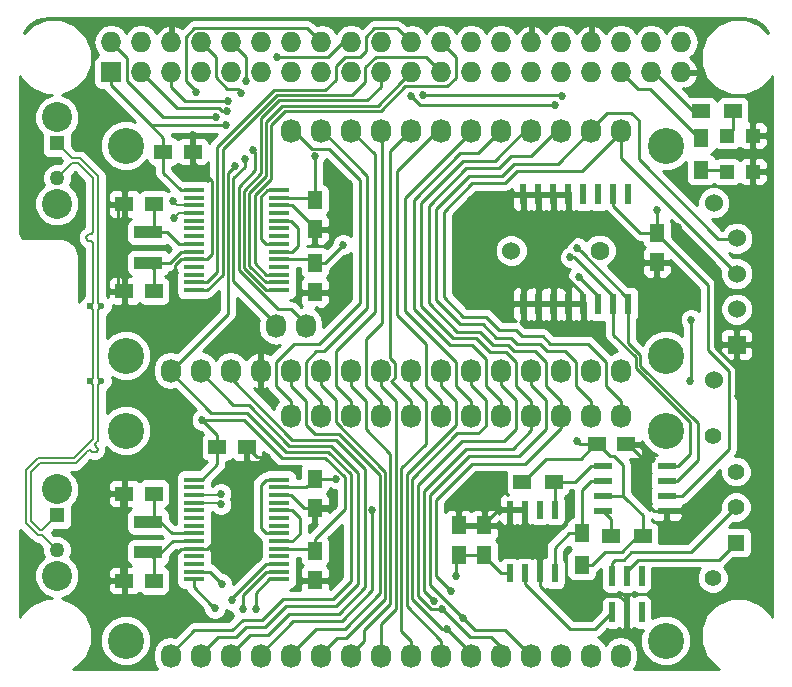
<source format=gtl>
G04 #@! TF.GenerationSoftware,KiCad,Pcbnew,no-vcs-found-01f5a12~58~ubuntu16.04.1*
G04 #@! TF.CreationDate,2017-04-25T17:44:52-04:00*
G04 #@! TF.ProjectId,RPi_Hat,5250695F4861742E6B696361645F7063,rev?*
G04 #@! TF.FileFunction,Copper,L1,Top,Signal*
G04 #@! TF.FilePolarity,Positive*
%FSLAX46Y46*%
G04 Gerber Fmt 4.6, Leading zero omitted, Abs format (unit mm)*
G04 Created by KiCad (PCBNEW no-vcs-found-01f5a12~58~ubuntu16.04.1) date Tue Apr 25 17:44:52 2017*
%MOMM*%
%LPD*%
G01*
G04 APERTURE LIST*
%ADD10C,0.100000*%
%ADD11C,1.397000*%
%ADD12R,1.397000X1.397000*%
%ADD13C,1.524000*%
%ADD14R,1.524000X1.524000*%
%ADD15C,2.540000*%
%ADD16R,1.270000X1.270000*%
%ADD17C,1.270000*%
%ADD18R,1.750000X0.450000*%
%ADD19R,1.550000X0.600000*%
%ADD20R,1.500000X1.250000*%
%ADD21O,1.727200X1.727200*%
%ADD22R,1.727200X1.727200*%
%ADD23C,3.048000*%
%ADD24O,1.727200X2.032000*%
%ADD25R,1.250000X1.500000*%
%ADD26R,1.500000X1.300000*%
%ADD27R,0.600000X1.550000*%
%ADD28C,1.600000*%
%ADD29R,2.400000X1.100000*%
%ADD30C,0.600000*%
%ADD31R,1.300000X1.500000*%
%ADD32R,0.530000X1.700000*%
%ADD33R,0.600000X1.800000*%
%ADD34R,1.200000X1.200000*%
%ADD35C,0.685800*%
%ADD36C,0.250000*%
%ADD37C,0.254000*%
%ADD38C,0.203200*%
G04 APERTURE END LIST*
D10*
D11*
X146990492Y-107732505D03*
X146990492Y-95743705D03*
X148946292Y-98740905D03*
X148946292Y-101738105D03*
D12*
X148946292Y-104735305D03*
D13*
X147066691Y-75982504D03*
X147066691Y-90968504D03*
X149022491Y-78979704D03*
X149022491Y-81976904D03*
X149022491Y-84974104D03*
D14*
X149022491Y-87971304D03*
D15*
X91465399Y-107530900D03*
X91465399Y-100241101D03*
D16*
X91465399Y-102400101D03*
D17*
X91465399Y-105397301D03*
D15*
X91465399Y-76034900D03*
X91465399Y-68745101D03*
D16*
X91465399Y-70904101D03*
D17*
X91465399Y-73901301D03*
D18*
X103080000Y-99407000D03*
X103080000Y-100057000D03*
X103080000Y-100707000D03*
X103080000Y-101357000D03*
X103080000Y-102007000D03*
X103080000Y-102657000D03*
X103080000Y-103307000D03*
X103080000Y-103957000D03*
X103080000Y-104607000D03*
X103080000Y-105257000D03*
X103080000Y-105907000D03*
X103080000Y-106557000D03*
X103080000Y-107207000D03*
X103080000Y-107857000D03*
X110280000Y-107857000D03*
X110280000Y-107207000D03*
X110280000Y-106557000D03*
X110280000Y-105907000D03*
X110280000Y-105257000D03*
X110280000Y-104607000D03*
X110280000Y-103957000D03*
X110280000Y-103307000D03*
X110280000Y-102657000D03*
X110280000Y-102007000D03*
X110280000Y-101357000D03*
X110280000Y-100707000D03*
X110280000Y-100057000D03*
X110280000Y-99407000D03*
D19*
X137676000Y-102037000D03*
X137676000Y-100767000D03*
X137676000Y-99497000D03*
X137676000Y-98227000D03*
X143076000Y-98227000D03*
X143076000Y-99497000D03*
X143076000Y-100767000D03*
X143076000Y-102037000D03*
D20*
X139680000Y-96393000D03*
X137180000Y-96393000D03*
D21*
X144310800Y-62369200D03*
X144310800Y-64909200D03*
X141770800Y-62369200D03*
X141770800Y-64909200D03*
X139230800Y-62369200D03*
X139230800Y-64909200D03*
X136690800Y-62369200D03*
X136690800Y-64909200D03*
X134150800Y-62369200D03*
X134150800Y-64909200D03*
X131610800Y-62369200D03*
X131610800Y-64909200D03*
X129070800Y-62369200D03*
X129070800Y-64909200D03*
X126530800Y-62369200D03*
X126530800Y-64909200D03*
X123990800Y-62369200D03*
X123990800Y-64909200D03*
X121450800Y-62369200D03*
X121450800Y-64909200D03*
X118910800Y-62369200D03*
X118910800Y-64909200D03*
X116370800Y-62369200D03*
X116370800Y-64909200D03*
X113830800Y-62369200D03*
X113830800Y-64909200D03*
X111290800Y-62369200D03*
X111290800Y-64909200D03*
X108750800Y-62369200D03*
X108750800Y-64909200D03*
X106210800Y-62369200D03*
X106210800Y-64909200D03*
X103670800Y-62369200D03*
X103670800Y-64909200D03*
X101130800Y-62369200D03*
X101130800Y-64909200D03*
X98590800Y-62369200D03*
X98590800Y-64909200D03*
X96050800Y-62369200D03*
D22*
X96050800Y-64909200D03*
D23*
X97282000Y-71120000D03*
X97282000Y-88900000D03*
X143002000Y-88900000D03*
X143002000Y-71120000D03*
D24*
X101092000Y-90170000D03*
X103632000Y-90170000D03*
X106172000Y-90170000D03*
X108712000Y-90170000D03*
X111252000Y-69850000D03*
X111252000Y-90170000D03*
X113792000Y-90170000D03*
X116332000Y-90170000D03*
X118872000Y-90170000D03*
X121412000Y-90170000D03*
X123952000Y-90170000D03*
X126492000Y-90170000D03*
X129032000Y-90170000D03*
X131572000Y-90170000D03*
X134112000Y-90170000D03*
X136652000Y-90170000D03*
X139192000Y-90170000D03*
X139192000Y-69850000D03*
X136652000Y-69850000D03*
X134112000Y-69850000D03*
X131572000Y-69850000D03*
X129032000Y-69850000D03*
X126492000Y-69850000D03*
X123952000Y-69850000D03*
X121412000Y-69850000D03*
X118872000Y-69850000D03*
X116332000Y-69850000D03*
X113792000Y-69850000D03*
X109990000Y-86370000D03*
X112530000Y-86370000D03*
X113792000Y-93980000D03*
X116332000Y-93980000D03*
X118872000Y-93980000D03*
X121412000Y-93980000D03*
X123952000Y-93980000D03*
X126492000Y-93980000D03*
X129032000Y-93980000D03*
X131572000Y-93980000D03*
X134112000Y-93980000D03*
X136652000Y-93980000D03*
X139192000Y-93980000D03*
X139192000Y-114300000D03*
X136652000Y-114300000D03*
X134112000Y-114300000D03*
X131572000Y-114300000D03*
X129032000Y-114300000D03*
X126492000Y-114300000D03*
X123952000Y-114300000D03*
X121412000Y-114300000D03*
X118872000Y-114300000D03*
X116332000Y-114300000D03*
X113792000Y-114300000D03*
X111252000Y-114300000D03*
X111252000Y-93980000D03*
X108712000Y-114300000D03*
X106172000Y-114300000D03*
X103632000Y-114300000D03*
X101092000Y-114300000D03*
D23*
X143002000Y-95250000D03*
X143002000Y-113030000D03*
X97282000Y-113030000D03*
X97282000Y-95250000D03*
D18*
X110280000Y-74896000D03*
X110280000Y-75546000D03*
X110280000Y-76196000D03*
X110280000Y-76846000D03*
X110280000Y-77496000D03*
X110280000Y-78146000D03*
X110280000Y-78796000D03*
X110280000Y-79446000D03*
X110280000Y-80096000D03*
X110280000Y-80746000D03*
X110280000Y-81396000D03*
X110280000Y-82046000D03*
X110280000Y-82696000D03*
X110280000Y-83346000D03*
X103080000Y-83346000D03*
X103080000Y-82696000D03*
X103080000Y-82046000D03*
X103080000Y-81396000D03*
X103080000Y-80746000D03*
X103080000Y-80096000D03*
X103080000Y-79446000D03*
X103080000Y-78796000D03*
X103080000Y-78146000D03*
X103080000Y-77496000D03*
X103080000Y-76846000D03*
X103080000Y-76196000D03*
X103080000Y-75546000D03*
X103080000Y-74896000D03*
D20*
X100477000Y-71628000D03*
X102977000Y-71628000D03*
D25*
X113284000Y-83546000D03*
X113284000Y-81046000D03*
X113284000Y-78212000D03*
X113284000Y-75712000D03*
D20*
X97175000Y-76073000D03*
X99675000Y-76073000D03*
X99675000Y-83439000D03*
X97175000Y-83439000D03*
X107549000Y-96647000D03*
X105049000Y-96647000D03*
D25*
X113284000Y-105430000D03*
X113284000Y-107930000D03*
X113284000Y-99334000D03*
X113284000Y-101834000D03*
D20*
X97175000Y-100584000D03*
X99675000Y-100584000D03*
X99675000Y-107950000D03*
X97175000Y-107950000D03*
D25*
X125476000Y-103271000D03*
X125476000Y-105771000D03*
X127635000Y-105771000D03*
X127635000Y-103271000D03*
D26*
X138350000Y-104203500D03*
X141050000Y-104203500D03*
D27*
X129794000Y-107348000D03*
X131064000Y-107348000D03*
X132334000Y-107348000D03*
X133604000Y-107348000D03*
X133604000Y-101948000D03*
X132334000Y-101948000D03*
X131064000Y-101948000D03*
X129794000Y-101948000D03*
D13*
X129913500Y-80010000D03*
D28*
X137413500Y-80010000D03*
D29*
X99187000Y-81056000D03*
X99187000Y-78456000D03*
X99187000Y-102967000D03*
X99187000Y-105567000D03*
D30*
X94234000Y-84709000D03*
X95234000Y-84709000D03*
X95234000Y-91059000D03*
X94234000Y-91059000D03*
D25*
X142240000Y-78506000D03*
X142240000Y-81006000D03*
D26*
X130857000Y-99568000D03*
X133557000Y-99568000D03*
D31*
X135890000Y-103933000D03*
X135890000Y-106633000D03*
D32*
X138430000Y-110618000D03*
X139700000Y-110618000D03*
X140970000Y-110618000D03*
X138430000Y-107568000D03*
X139700000Y-107568000D03*
X140970000Y-107568000D03*
D33*
X139827000Y-84533000D03*
X138557000Y-84533000D03*
X137287000Y-84533000D03*
X136017000Y-84533000D03*
X134747000Y-84533000D03*
X133477000Y-84533000D03*
X132207000Y-84533000D03*
X130937000Y-84533000D03*
X130937000Y-75233000D03*
X132207000Y-75233000D03*
X133477000Y-75233000D03*
X134747000Y-75233000D03*
X136017000Y-75233000D03*
X137287000Y-75233000D03*
X138557000Y-75233000D03*
X139827000Y-75233000D03*
D34*
X148188500Y-73342500D03*
X150388500Y-73342500D03*
X150388500Y-70294500D03*
X148188500Y-70294500D03*
D31*
X145986500Y-70468500D03*
X145986500Y-73168500D03*
D26*
X148691600Y-68199000D03*
X145991600Y-68199000D03*
D35*
X150388500Y-71729600D03*
X88773000Y-106934000D03*
X88646000Y-74422000D03*
X144018000Y-77978000D03*
X141859000Y-97663000D03*
X125603000Y-101219000D03*
X149098000Y-92329000D03*
X142367000Y-82804000D03*
X129032000Y-77216000D03*
X118166957Y-101981000D03*
X109273383Y-97457282D03*
X114935000Y-107823000D03*
X114935000Y-101600000D03*
X96901000Y-104267000D03*
X101346000Y-106172000D03*
X114935000Y-83693000D03*
X96647000Y-79756000D03*
X101473000Y-81915000D03*
X114935000Y-78613000D03*
X102997000Y-70231000D03*
X105740200Y-69407490D03*
X142239998Y-76581000D03*
X115697000Y-79502000D03*
X135508992Y-96139000D03*
X125222000Y-107569000D03*
X115062000Y-99313996D03*
X113284000Y-72009000D03*
X104896518Y-68675487D03*
X145034000Y-91059000D03*
X145161000Y-85852000D03*
X103759000Y-94361006D03*
X108077000Y-71475598D03*
X110109000Y-63627000D03*
X107391194Y-72237600D03*
X103251014Y-66548000D03*
X106553000Y-72847198D03*
X134239000Y-66929000D03*
X122428000Y-66802000D03*
X107442000Y-65658960D03*
X133604000Y-67691000D03*
X121412000Y-66929000D03*
X107061000Y-66675000D03*
X135509000Y-79756000D03*
X105918000Y-67310000D03*
X105898000Y-68166879D03*
X134937500Y-80581500D03*
X105346500Y-100587500D03*
X101320600Y-75819000D03*
X105346500Y-101476500D03*
X101346000Y-77241400D03*
X104838500Y-110299501D03*
X124460006Y-112014000D03*
X124078994Y-110363000D03*
X108331000Y-110363000D03*
X125857000Y-111125000D03*
X107188004Y-110363000D03*
X105410000Y-108204000D03*
X124841000Y-108839000D03*
X123386306Y-109670306D03*
X106299000Y-109601000D03*
X135636000Y-82232500D03*
D36*
X150388500Y-72492500D02*
X150388500Y-71729600D01*
X150388500Y-71729600D02*
X150388500Y-70294500D01*
X150388500Y-73342500D02*
X150388500Y-72492500D01*
X103080000Y-105257000D02*
X104205000Y-105257000D01*
X104205000Y-105257000D02*
X107378500Y-102083500D01*
X107378500Y-102083500D02*
X107378500Y-99352165D01*
X107378500Y-99352165D02*
X108973384Y-97757281D01*
X108973384Y-97757281D02*
X109273383Y-97457282D01*
X143076000Y-102037000D02*
X142051000Y-102037000D01*
X142051000Y-102037000D02*
X140970000Y-100956000D01*
X140970000Y-100956000D02*
X140970000Y-100476000D01*
X108712000Y-114300000D02*
X108712000Y-114147600D01*
X108712000Y-114147600D02*
X111480600Y-111379000D01*
X111480600Y-111379000D02*
X115570000Y-111379000D01*
X115570000Y-111379000D02*
X118166957Y-108782043D01*
X118166957Y-108782043D02*
X118166957Y-102405264D01*
X118166957Y-102405264D02*
X118166957Y-101981000D01*
D37*
X144317999Y-78277999D02*
X144018000Y-77978000D01*
X147193000Y-88138000D02*
X147193000Y-81153000D01*
X148971000Y-89916000D02*
X147193000Y-88138000D01*
X148971000Y-92329000D02*
X148971000Y-89916000D01*
X147193000Y-81153000D02*
X144317999Y-78277999D01*
D36*
X140589000Y-96393000D02*
X141559001Y-97363001D01*
X139805000Y-96393000D02*
X140589000Y-96393000D01*
X141559001Y-97363001D02*
X141859000Y-97663000D01*
X139680000Y-96393000D02*
X139805000Y-96393000D01*
X137033000Y-110744000D02*
X137287000Y-110490000D01*
X137287000Y-110490000D02*
X137287000Y-109855000D01*
X137287000Y-109855000D02*
X137922000Y-109220000D01*
X137922000Y-109220000D02*
X139065000Y-109220000D01*
X139065000Y-109220000D02*
X139700000Y-109855000D01*
X139700000Y-109855000D02*
X139700000Y-110618000D01*
D37*
X132334000Y-107348000D02*
X132334000Y-108377000D01*
X132334000Y-108377000D02*
X135209000Y-111252000D01*
X135209000Y-111252000D02*
X136525000Y-111252000D01*
X136525000Y-111252000D02*
X137033000Y-110744000D01*
D36*
X131064000Y-101948000D02*
X131064000Y-102973000D01*
X131064000Y-102973000D02*
X132334000Y-104243000D01*
X132334000Y-104243000D02*
X132334000Y-106323000D01*
X132334000Y-106323000D02*
X132334000Y-107348000D01*
X129794000Y-101948000D02*
X131064000Y-101948000D01*
X127635000Y-103271000D02*
X127635000Y-103146000D01*
X127635000Y-103146000D02*
X128833000Y-101948000D01*
X128833000Y-101948000D02*
X129244000Y-101948000D01*
X129244000Y-101948000D02*
X129794000Y-101948000D01*
X125476000Y-103271000D02*
X127635000Y-103271000D01*
X125603000Y-101219000D02*
X125603000Y-103144000D01*
X125603000Y-103144000D02*
X125476000Y-103271000D01*
X148971000Y-92329000D02*
X149098000Y-92329000D01*
X140970000Y-100476000D02*
X140970000Y-97558000D01*
X140970000Y-97558000D02*
X139805000Y-96393000D01*
D37*
X142240000Y-81006000D02*
X141361000Y-81006000D01*
X141361000Y-81006000D02*
X141341000Y-81026000D01*
X141341000Y-81026000D02*
X140462000Y-81026000D01*
X142367000Y-82804000D02*
X142367000Y-81133000D01*
X142367000Y-81133000D02*
X142240000Y-81006000D01*
D36*
X135763000Y-77978000D02*
X137414000Y-77978000D01*
X137414000Y-77978000D02*
X140462000Y-81026000D01*
X129794000Y-77978000D02*
X129032000Y-77216000D01*
X131953000Y-77978000D02*
X129794000Y-77978000D01*
X133477000Y-81788000D02*
X134112000Y-81788000D01*
X134112000Y-81788000D02*
X136017000Y-83693000D01*
X136017000Y-83693000D02*
X136017000Y-84533000D01*
X130937000Y-84533000D02*
X130937000Y-83533000D01*
X132682000Y-81788000D02*
X133477000Y-81788000D01*
X130937000Y-83533000D02*
X132682000Y-81788000D01*
X132207000Y-84533000D02*
X132207000Y-83533000D01*
X132207000Y-83533000D02*
X133063000Y-82677000D01*
X133063000Y-82677000D02*
X133477000Y-82677000D01*
X133477000Y-81788000D02*
X133477000Y-82677000D01*
X133477000Y-82677000D02*
X133477000Y-84533000D01*
X134747000Y-83533000D02*
X133891000Y-82677000D01*
X134747000Y-84533000D02*
X134747000Y-83533000D01*
X133891000Y-82677000D02*
X133477000Y-82677000D01*
X133477000Y-80645000D02*
X133477000Y-81788000D01*
X135509000Y-78613000D02*
X133477000Y-80645000D01*
X135509000Y-77978000D02*
X134620000Y-77978000D01*
X135763000Y-77978000D02*
X135509000Y-77978000D01*
X135509000Y-77978000D02*
X135509000Y-78613000D01*
X131953000Y-77978000D02*
X130937000Y-76962000D01*
X130937000Y-76962000D02*
X130937000Y-75233000D01*
X132969000Y-77978000D02*
X131953000Y-77978000D01*
X132969000Y-77978000D02*
X132207000Y-77216000D01*
X132207000Y-77216000D02*
X132207000Y-75233000D01*
X134620000Y-77978000D02*
X132969000Y-77978000D01*
X134620000Y-77978000D02*
X133477000Y-76835000D01*
X133477000Y-76835000D02*
X133477000Y-75233000D01*
X135763000Y-77978000D02*
X134747000Y-76962000D01*
X134747000Y-76962000D02*
X134747000Y-75233000D01*
X109273383Y-97457282D02*
X108359282Y-97457282D01*
X108359282Y-97457282D02*
X107549000Y-96647000D01*
X113284000Y-101834000D02*
X112409000Y-101834000D01*
X112409000Y-101834000D02*
X111282000Y-100707000D01*
X111282000Y-100707000D02*
X110280000Y-100707000D01*
X114935000Y-107823000D02*
X113391000Y-107823000D01*
X113391000Y-107823000D02*
X113284000Y-107930000D01*
X114935000Y-101600000D02*
X113518000Y-101600000D01*
X113518000Y-101600000D02*
X113284000Y-101834000D01*
X102977000Y-72503000D02*
X102977000Y-71628000D01*
X104603912Y-74129912D02*
X102977000Y-72503000D01*
X104603912Y-80347088D02*
X104603912Y-74129912D01*
X103080000Y-80746000D02*
X104205000Y-80746000D01*
X104205000Y-80746000D02*
X104603912Y-80347088D01*
X113284000Y-78075000D02*
X113284000Y-78212000D01*
X111405000Y-76196000D02*
X113284000Y-78075000D01*
X110280000Y-76196000D02*
X111405000Y-76196000D01*
X96901000Y-104267000D02*
X96901000Y-100858000D01*
X96901000Y-100858000D02*
X97175000Y-100584000D01*
X96901000Y-104267000D02*
X96901000Y-107676000D01*
X96901000Y-107676000D02*
X97175000Y-107950000D01*
X101346000Y-105866000D02*
X101346000Y-106172000D01*
X103080000Y-105257000D02*
X101955000Y-105257000D01*
X101955000Y-105257000D02*
X101346000Y-105866000D01*
X96647000Y-79756000D02*
X96647000Y-82911000D01*
X96647000Y-82911000D02*
X97175000Y-83439000D01*
X96647000Y-79756000D02*
X96647000Y-76601000D01*
X96647000Y-76601000D02*
X97175000Y-76073000D01*
X113284000Y-78212000D02*
X114534000Y-78212000D01*
X114534000Y-78212000D02*
X114935000Y-78613000D01*
X113284000Y-83546000D02*
X114788000Y-83546000D01*
X114788000Y-83546000D02*
X114935000Y-83693000D01*
X101473000Y-81228000D02*
X101473000Y-81915000D01*
X103080000Y-80746000D02*
X101955000Y-80746000D01*
X101955000Y-80746000D02*
X101473000Y-81228000D01*
X102997000Y-70231000D02*
X102997000Y-71608000D01*
X102997000Y-71608000D02*
X102977000Y-71628000D01*
X102977000Y-71628000D02*
X103102000Y-71628000D01*
X145991600Y-68199000D02*
X145288000Y-68199000D01*
X145288000Y-68199000D02*
X141998200Y-64909200D01*
X141998200Y-64909200D02*
X141770800Y-64909200D01*
X145986500Y-70468500D02*
X145830300Y-70468500D01*
X141706600Y-66344800D02*
X140666400Y-66344800D01*
X145830300Y-70468500D02*
X141706600Y-66344800D01*
X140666400Y-66344800D02*
X139230800Y-64909200D01*
X99497000Y-69469000D02*
X99558510Y-69407490D01*
X99558510Y-69407490D02*
X105255267Y-69407490D01*
X105255267Y-69407490D02*
X105740200Y-69407490D01*
X148336000Y-96085692D02*
X148336000Y-96837500D01*
X148336000Y-96837500D02*
X144406500Y-100767000D01*
X144406500Y-100767000D02*
X143076000Y-100767000D01*
X142240000Y-76581002D02*
X142239998Y-76581000D01*
X142240000Y-78506000D02*
X142240000Y-76581002D01*
D37*
X148336000Y-96085692D02*
X148336000Y-90233500D01*
X148336000Y-90233500D02*
X146558000Y-88455500D01*
X146558000Y-88455500D02*
X146558000Y-82949000D01*
X146558000Y-82949000D02*
X142240000Y-78631000D01*
X142240000Y-78631000D02*
X142240000Y-78506000D01*
D36*
X142240000Y-78506000D02*
X140863000Y-78506000D01*
X140863000Y-78506000D02*
X138557000Y-76200000D01*
X138557000Y-76200000D02*
X138557000Y-75233000D01*
X113284000Y-81046000D02*
X114153000Y-81046000D01*
X114153000Y-81046000D02*
X115697000Y-79502000D01*
X103080000Y-74896000D02*
X101947000Y-74896000D01*
X101947000Y-74896000D02*
X100477000Y-73426000D01*
X100477000Y-73426000D02*
X100477000Y-71628000D01*
X100477000Y-72156000D02*
X100477000Y-71628000D01*
X99497000Y-69469000D02*
X100477000Y-70449000D01*
X100477000Y-70449000D02*
X100477000Y-71628000D01*
X96050800Y-66022800D02*
X99497000Y-69469000D01*
X96050800Y-64909200D02*
X96050800Y-66022800D01*
X110280000Y-80746000D02*
X112984000Y-80746000D01*
X112984000Y-80746000D02*
X113284000Y-81046000D01*
X141050000Y-104203500D02*
X140601700Y-104203500D01*
X140601700Y-104203500D02*
X139268200Y-105537000D01*
X139268200Y-105537000D02*
X137886000Y-105537000D01*
X137886000Y-105537000D02*
X136790000Y-106633000D01*
X136790000Y-106633000D02*
X135890000Y-106633000D01*
X139649200Y-101041200D02*
X139395200Y-100787200D01*
X139395200Y-100787200D02*
X139395200Y-98145600D01*
X139395200Y-98145600D02*
X138633200Y-97383600D01*
X138633200Y-97383600D02*
X138295600Y-97383600D01*
X138295600Y-97383600D02*
X137305000Y-96393000D01*
X137305000Y-96393000D02*
X137180000Y-96393000D01*
X139649200Y-101041200D02*
X139375000Y-100767000D01*
X139375000Y-100767000D02*
X137676000Y-100767000D01*
X141050000Y-104203500D02*
X141050000Y-102442000D01*
X141050000Y-102442000D02*
X139649200Y-101041200D01*
X135810400Y-97637600D02*
X132887400Y-97637600D01*
X132887400Y-97637600D02*
X130957000Y-99568000D01*
X130957000Y-99568000D02*
X130857000Y-99568000D01*
X137180000Y-96393000D02*
X137055000Y-96393000D01*
X137055000Y-96393000D02*
X135810400Y-97637600D01*
X116332000Y-93980000D02*
X116332000Y-92714000D01*
X115062000Y-91444000D02*
X115062000Y-88519000D01*
X116332000Y-92714000D02*
X115062000Y-91444000D01*
X115062000Y-88519000D02*
X118364000Y-85217000D01*
X118364000Y-85217000D02*
X118364000Y-71867013D01*
X118364000Y-71867013D02*
X116446991Y-69950004D01*
X116446991Y-69950004D02*
X116446991Y-69797604D01*
X141050000Y-104250500D02*
X141050000Y-104203500D01*
X135762992Y-96393000D02*
X135508992Y-96139000D01*
X137180000Y-96393000D02*
X135762992Y-96393000D01*
X125222000Y-107569000D02*
X125222000Y-106025000D01*
X125222000Y-106025000D02*
X125476000Y-105771000D01*
X127635000Y-105771000D02*
X127635000Y-105896000D01*
X127635000Y-105896000D02*
X129087000Y-107348000D01*
X129087000Y-107348000D02*
X129244000Y-107348000D01*
X129244000Y-107348000D02*
X129794000Y-107348000D01*
X125476000Y-105771000D02*
X127635000Y-105771000D01*
X115041996Y-99334000D02*
X115062000Y-99313996D01*
X113284000Y-99334000D02*
X115041996Y-99334000D01*
X110280000Y-100057000D02*
X112561000Y-100057000D01*
X112561000Y-100057000D02*
X113284000Y-99334000D01*
X113284000Y-72009008D02*
X113284000Y-72009000D01*
X113284000Y-75712000D02*
X113284000Y-72009000D01*
X100425487Y-68675487D02*
X104472254Y-68675487D01*
X104472254Y-68675487D02*
X104896518Y-68675487D01*
X97402199Y-63720599D02*
X97402199Y-65652199D01*
X97402199Y-65652199D02*
X100425487Y-68675487D01*
X96050800Y-62369200D02*
X97402199Y-63720599D01*
X110280000Y-75546000D02*
X113118000Y-75546000D01*
X113118000Y-75546000D02*
X113284000Y-75712000D01*
X113792000Y-93980000D02*
X113792000Y-92710000D01*
X113792000Y-92710000D02*
X112522000Y-91440000D01*
X112522000Y-91440000D02*
X112522000Y-89408000D01*
X113411000Y-88519000D02*
X114046000Y-88519000D01*
X112522000Y-89408000D02*
X113411000Y-88519000D01*
X114046000Y-88519000D02*
X117729000Y-84836000D01*
X117729000Y-84836000D02*
X117729000Y-73660000D01*
X113911000Y-69842000D02*
X113911000Y-69713000D01*
X117729000Y-73660000D02*
X113911000Y-69842000D01*
X118991000Y-69713000D02*
X118999000Y-69721000D01*
X118999000Y-69721000D02*
X118999000Y-86107413D01*
X117602000Y-91440000D02*
X118872000Y-92710000D01*
X118999000Y-86107413D02*
X117602000Y-87504413D01*
X117602000Y-87504413D02*
X117602000Y-91440000D01*
X118872000Y-92710000D02*
X118872000Y-93980000D01*
X121412000Y-93980000D02*
X121412000Y-92714000D01*
X121412000Y-92714000D02*
X119786674Y-91088674D01*
X119786674Y-91088674D02*
X120060610Y-90814738D01*
X120060610Y-90814738D02*
X120060610Y-89525262D01*
X120060610Y-89525262D02*
X119634000Y-89098652D01*
X119634000Y-89098652D02*
X119634000Y-71610000D01*
X119634000Y-71610000D02*
X121531000Y-69713000D01*
X123952000Y-93980000D02*
X123952000Y-92714000D01*
X123952000Y-92714000D02*
X122682000Y-91444000D01*
X122682000Y-91444000D02*
X122682000Y-87884000D01*
X122682000Y-87884000D02*
X120269000Y-85471000D01*
X120269000Y-85471000D02*
X120269000Y-73279000D01*
X120269000Y-73279000D02*
X123835000Y-69713000D01*
X123835000Y-69713000D02*
X124071000Y-69713000D01*
X126492000Y-93980000D02*
X126492000Y-92714000D01*
X126492000Y-92714000D02*
X125222000Y-91444000D01*
X125222000Y-91444000D02*
X125222000Y-89409411D01*
X126611000Y-69858000D02*
X126611000Y-69713000D01*
X125222000Y-89409411D02*
X120904000Y-85091411D01*
X120904000Y-85091411D02*
X120904000Y-75565000D01*
X120904000Y-75565000D02*
X126611000Y-69858000D01*
X129032000Y-93980000D02*
X129032000Y-92714000D01*
X129032000Y-92714000D02*
X127762000Y-91444000D01*
X127762000Y-91444000D02*
X127762000Y-89154000D01*
X127762000Y-89154000D02*
X126619000Y-88011000D01*
X126619000Y-88011000D02*
X124714000Y-88011000D01*
X124714000Y-88011000D02*
X121666000Y-84963000D01*
X121666000Y-84963000D02*
X121666000Y-75692000D01*
X121666000Y-75692000D02*
X125603000Y-71755000D01*
X125603000Y-71755000D02*
X127109000Y-71755000D01*
X127109000Y-71755000D02*
X129151000Y-69713000D01*
X123952000Y-114300000D02*
X123952000Y-113034000D01*
X123952000Y-113034000D02*
X121066945Y-110148945D01*
X121066945Y-110148945D02*
X121066945Y-98897055D01*
X121066945Y-98897055D02*
X125222000Y-94742000D01*
X123952000Y-91436000D02*
X123952000Y-90170000D01*
X125222000Y-94742000D02*
X125222000Y-92710000D01*
X125222000Y-92710000D02*
X123952000Y-91440000D01*
X123952000Y-91440000D02*
X123952000Y-91436000D01*
X121412000Y-114300000D02*
X121412000Y-113034000D01*
X121412000Y-113034000D02*
X120616934Y-112238934D01*
X120616934Y-112238934D02*
X120616934Y-98458066D01*
X120616934Y-98458066D02*
X122682000Y-96393000D01*
X122682000Y-96393000D02*
X122682000Y-92710000D01*
X122682000Y-92710000D02*
X121412000Y-91440000D01*
X121412000Y-91436000D02*
X121412000Y-90170000D01*
X121412000Y-91440000D02*
X121412000Y-91436000D01*
X118872000Y-90170000D02*
X118872000Y-91440000D01*
X118872000Y-91440000D02*
X120142000Y-92710000D01*
X120142000Y-92710000D02*
X120142000Y-110363000D01*
X118872000Y-113034000D02*
X118872000Y-114300000D01*
X120142000Y-110363000D02*
X118872000Y-111633000D01*
X118872000Y-111633000D02*
X118872000Y-113034000D01*
X116332000Y-90170000D02*
X116332000Y-91440000D01*
X116332000Y-91440000D02*
X117602000Y-92710000D01*
X117602000Y-92710000D02*
X117602000Y-95123000D01*
X117602000Y-95123000D02*
X119691989Y-97212989D01*
X119691989Y-97212989D02*
X119691989Y-109924011D01*
X117445600Y-113034000D02*
X116332000Y-114147600D01*
X119691989Y-109924011D02*
X117445600Y-112170400D01*
X117445600Y-112170400D02*
X117445600Y-113034000D01*
X116332000Y-114147600D02*
X116332000Y-114300000D01*
X113792000Y-114300000D02*
X113792000Y-114147600D01*
X113792000Y-114147600D02*
X115163600Y-112776000D01*
X115163600Y-112776000D02*
X115951000Y-112776000D01*
X119241978Y-109485022D02*
X119241978Y-98723326D01*
X119241978Y-98723326D02*
X115062000Y-94543348D01*
X115951000Y-112776000D02*
X119241978Y-109485022D01*
X115062000Y-94543348D02*
X115062000Y-92706000D01*
X115062000Y-92706000D02*
X113792000Y-91436000D01*
X113792000Y-91436000D02*
X113792000Y-90170000D01*
X111252000Y-114300000D02*
X111252000Y-114147600D01*
X111252000Y-114147600D02*
X113385600Y-112014000D01*
X118791967Y-109046033D02*
X118791967Y-98979967D01*
X118791967Y-98979967D02*
X115316000Y-95504000D01*
X113385600Y-112014000D02*
X115824000Y-112014000D01*
X113284000Y-95504000D02*
X112522000Y-94742000D01*
X111252000Y-91440000D02*
X111252000Y-91436000D01*
X111252000Y-91436000D02*
X111252000Y-90170000D01*
X115824000Y-112014000D02*
X118791967Y-109046033D01*
X115316000Y-95504000D02*
X113284000Y-95504000D01*
X112522000Y-94742000D02*
X112522000Y-92710000D01*
X112522000Y-92710000D02*
X111252000Y-91440000D01*
X111252000Y-93980000D02*
X111252000Y-92710000D01*
X111252000Y-92710000D02*
X109982000Y-91440000D01*
X111506000Y-87884000D02*
X113665000Y-87884000D01*
X113665000Y-87884000D02*
X117094000Y-84455000D01*
X117094000Y-84455000D02*
X117094000Y-74000672D01*
X109982000Y-91440000D02*
X109982000Y-89408000D01*
X109982000Y-89408000D02*
X111506000Y-87884000D01*
X117094000Y-74000672D02*
X114467328Y-71374000D01*
X114467328Y-71374000D02*
X113032000Y-71374000D01*
X113032000Y-71374000D02*
X111371000Y-69713000D01*
X106172000Y-90170000D02*
X106172000Y-90805000D01*
X106172000Y-90805000D02*
X111379000Y-96012000D01*
X111379000Y-96012000D02*
X115062000Y-96012000D01*
X106172000Y-114147600D02*
X106172000Y-114300000D01*
X115062000Y-96012000D02*
X117541956Y-98491956D01*
X117541956Y-98491956D02*
X117541956Y-108518044D01*
X117541956Y-108518044D02*
X115316000Y-110744000D01*
X111125000Y-110744000D02*
X109347000Y-112522000D01*
X115316000Y-110744000D02*
X111125000Y-110744000D01*
X109347000Y-112522000D02*
X107797600Y-112522000D01*
X107797600Y-112522000D02*
X106172000Y-114147600D01*
X99675000Y-76073000D02*
X99675000Y-77968000D01*
X99675000Y-77968000D02*
X99187000Y-78456000D01*
X101798000Y-79446000D02*
X100808000Y-78456000D01*
X100808000Y-78456000D02*
X99187000Y-78456000D01*
X103080000Y-79446000D02*
X101798000Y-79446000D01*
X99675000Y-83439000D02*
X99675000Y-81544000D01*
X99675000Y-81544000D02*
X99187000Y-81056000D01*
X103080000Y-80096000D02*
X101955000Y-80096000D01*
X101955000Y-80096000D02*
X100995000Y-81056000D01*
X100995000Y-81056000D02*
X99187000Y-81056000D01*
X99675000Y-100584000D02*
X99675000Y-102479000D01*
X99675000Y-102479000D02*
X99187000Y-102967000D01*
X101163000Y-103957000D02*
X100173000Y-102967000D01*
X100173000Y-102967000D02*
X99187000Y-102967000D01*
X103080000Y-103957000D02*
X101163000Y-103957000D01*
X99675000Y-107950000D02*
X99675000Y-106055000D01*
X99675000Y-106055000D02*
X99187000Y-105567000D01*
X101260000Y-104607000D02*
X100300000Y-105567000D01*
X100300000Y-105567000D02*
X99187000Y-105567000D01*
X103080000Y-104607000D02*
X101260000Y-104607000D01*
X110280000Y-74896000D02*
X109262466Y-74896000D01*
X109262466Y-74896000D02*
X108712000Y-75446466D01*
X108712000Y-75446466D02*
X108712000Y-79003000D01*
X108712000Y-79003000D02*
X109155000Y-79446000D01*
X109155000Y-79446000D02*
X110280000Y-79446000D01*
X110280000Y-80096000D02*
X111405000Y-80096000D01*
X111405000Y-80096000D02*
X111887000Y-79614000D01*
X111887000Y-79614000D02*
X111887000Y-78105000D01*
X111887000Y-78105000D02*
X111252000Y-77470000D01*
X111252000Y-77470000D02*
X110306000Y-77470000D01*
X110306000Y-77470000D02*
X110280000Y-77496000D01*
X110280000Y-104607000D02*
X111405000Y-104607000D01*
X112014000Y-102616000D02*
X111405000Y-102007000D01*
X111405000Y-104607000D02*
X112014000Y-103998000D01*
X112014000Y-103998000D02*
X112014000Y-102616000D01*
X111405000Y-102007000D02*
X110280000Y-102007000D01*
X110280000Y-99407000D02*
X109155000Y-99407000D01*
X109155000Y-99407000D02*
X108712000Y-99850000D01*
X108712000Y-99850000D02*
X108712000Y-103514000D01*
X108712000Y-103514000D02*
X109155000Y-103957000D01*
X109155000Y-103957000D02*
X110280000Y-103957000D01*
X145161000Y-90932000D02*
X145034000Y-91059000D01*
X145161000Y-85852000D02*
X145161000Y-90932000D01*
X113284000Y-105430000D02*
X113284000Y-104430000D01*
X113284000Y-104430000D02*
X115824000Y-101890000D01*
X115824000Y-101890000D02*
X115824000Y-99187000D01*
X115824000Y-99187000D02*
X114173000Y-97536000D01*
X110490000Y-97536000D02*
X107315006Y-94361006D01*
X104183264Y-94361006D02*
X103759000Y-94361006D01*
X114173000Y-97536000D02*
X110490000Y-97536000D01*
X107315006Y-94361006D02*
X104183264Y-94361006D01*
X103632000Y-114300000D02*
X103632000Y-114147600D01*
X116967000Y-108204000D02*
X116967000Y-98806000D01*
X103632000Y-114147600D02*
X105061589Y-112718011D01*
X103632000Y-90322400D02*
X103632000Y-90170000D01*
X105061589Y-112718011D02*
X106610989Y-112718011D01*
X107696000Y-93091000D02*
X106400600Y-93091000D01*
X106610989Y-112718011D02*
X107442000Y-111887000D01*
X111125000Y-96520000D02*
X107696000Y-93091000D01*
X107442000Y-111887000D02*
X109093000Y-111887000D01*
X109093000Y-111887000D02*
X110871000Y-110109000D01*
X110871000Y-110109000D02*
X115062000Y-110109000D01*
X115062000Y-110109000D02*
X116967000Y-108204000D01*
X116967000Y-98806000D02*
X114681000Y-96520000D01*
X114681000Y-96520000D02*
X111125000Y-96520000D01*
X106400600Y-93091000D02*
X103632000Y-90322400D01*
X103759000Y-94361006D02*
X105049000Y-95651006D01*
X105049000Y-95651006D02*
X105049000Y-96647000D01*
X103080000Y-99407000D02*
X103730000Y-99407000D01*
X105049000Y-98088000D02*
X105049000Y-96647000D01*
X103730000Y-99407000D02*
X105049000Y-98088000D01*
X110280000Y-105257000D02*
X113111000Y-105257000D01*
X113111000Y-105257000D02*
X113284000Y-105430000D01*
X118873410Y-68199000D02*
X120966717Y-66105693D01*
X108204000Y-81095000D02*
X108204000Y-75318055D01*
X110742040Y-68199000D02*
X118873410Y-68199000D01*
X110280000Y-82046000D02*
X109155000Y-82046000D01*
X109578323Y-69362717D02*
X110742040Y-68199000D01*
X120966717Y-66105693D02*
X124496579Y-66105693D01*
X124496579Y-66105693D02*
X125222000Y-65380272D01*
X125222000Y-65380272D02*
X125222000Y-63600400D01*
X125222000Y-63600400D02*
X124854399Y-63232799D01*
X108204000Y-75318055D02*
X109578323Y-73943732D01*
X124854399Y-63232799D02*
X123990800Y-62369200D01*
X109155000Y-82046000D02*
X108204000Y-81095000D01*
X109578323Y-73943732D02*
X109578323Y-69362717D01*
X103080000Y-83346000D02*
X104205000Y-83346000D01*
X104205000Y-83346000D02*
X105503934Y-82047066D01*
X105503934Y-82047066D02*
X105503934Y-71408476D01*
X105503934Y-71408476D02*
X110063443Y-66848967D01*
X110063443Y-66848967D02*
X116412033Y-66848967D01*
X118433870Y-63627000D02*
X122708600Y-63627000D01*
X116412033Y-66848967D02*
X117559401Y-65701599D01*
X122708600Y-63627000D02*
X123127201Y-64045601D01*
X117559401Y-65701599D02*
X117559401Y-64501469D01*
X117559401Y-64501469D02*
X118433870Y-63627000D01*
X123127201Y-64045601D02*
X123990800Y-64909200D01*
X103080000Y-82696000D02*
X104205000Y-82696000D01*
X109877043Y-66398956D02*
X114195044Y-66398956D01*
X115062000Y-65532000D02*
X115062000Y-64389000D01*
X120262199Y-61180599D02*
X120587201Y-61505601D01*
X104205000Y-82696000D02*
X105053923Y-81847077D01*
X117094000Y-63627000D02*
X117602000Y-63119000D01*
X117602000Y-61918870D02*
X118340271Y-61180599D01*
X105053923Y-81847077D02*
X105053923Y-71222076D01*
X105053923Y-71222076D02*
X109877043Y-66398956D01*
X118340271Y-61180599D02*
X120262199Y-61180599D01*
X114195044Y-66398956D02*
X115062000Y-65532000D01*
X115062000Y-64389000D02*
X115824000Y-63627000D01*
X115824000Y-63627000D02*
X117094000Y-63627000D01*
X117602000Y-63119000D02*
X117602000Y-61918870D01*
X120587201Y-61505601D02*
X121450800Y-62369200D01*
X107753989Y-75131655D02*
X109175912Y-73709732D01*
X109155000Y-82696000D02*
X107753989Y-81294989D01*
X109175912Y-69128717D02*
X110555640Y-67748989D01*
X120587201Y-65772799D02*
X121450800Y-64909200D01*
X110280000Y-82696000D02*
X109155000Y-82696000D01*
X107753989Y-81294989D02*
X107753989Y-75131655D01*
X118611011Y-67748989D02*
X120587201Y-65772799D01*
X109175912Y-73709732D02*
X109175912Y-69128717D01*
X110555640Y-67748989D02*
X118611011Y-67748989D01*
X117742336Y-67298978D02*
X118910800Y-66130514D01*
X107303978Y-81494978D02*
X107303978Y-74945263D01*
X110280000Y-83346000D02*
X109155000Y-83346000D01*
X110249843Y-67298978D02*
X117742336Y-67298978D01*
X108773501Y-68775320D02*
X110249843Y-67298978D01*
X118910800Y-66130514D02*
X118910800Y-64909200D01*
X107303978Y-74945263D02*
X108773501Y-73475740D01*
X108773501Y-73475740D02*
X108773501Y-68775320D01*
X109155000Y-83346000D02*
X107303978Y-81494978D01*
X112644991Y-86317604D02*
X111303981Y-84976594D01*
X111303981Y-84976594D02*
X110176361Y-84976594D01*
X106853967Y-81654200D02*
X106853967Y-74603633D01*
X110176361Y-84976594D02*
X106853967Y-81654200D01*
X106853967Y-74603633D02*
X108240101Y-73217499D01*
X108240101Y-73217499D02*
X108240101Y-71638699D01*
X108240101Y-71638699D02*
X108077000Y-71475598D01*
X113295398Y-63627000D02*
X110109000Y-63627000D01*
X114427000Y-63627000D02*
X113295398Y-63627000D01*
X115684800Y-62369200D02*
X114427000Y-63627000D01*
X116370800Y-62369200D02*
X115684800Y-62369200D01*
X109990000Y-86370000D02*
X109990000Y-86217600D01*
X109990000Y-86217600D02*
X106403956Y-82631556D01*
X106403956Y-82631556D02*
X106403956Y-73910644D01*
X107391194Y-72923406D02*
X107391194Y-72237600D01*
X106403956Y-73910644D02*
X107391194Y-72923406D01*
X102951015Y-66248001D02*
X103251014Y-66548000D01*
X102362000Y-65658986D02*
X102951015Y-66248001D01*
X102362000Y-61918870D02*
X102362000Y-65658986D01*
X112642199Y-61180599D02*
X103100271Y-61180599D01*
X113830800Y-62369200D02*
X112642199Y-61180599D01*
X103100271Y-61180599D02*
X102362000Y-61918870D01*
X106210101Y-73190097D02*
X106553000Y-72847198D01*
X105930701Y-85393894D02*
X105930701Y-73469497D01*
X105930701Y-73469497D02*
X106210101Y-73190097D01*
X101206991Y-90117604D02*
X105930701Y-85393894D01*
X101092000Y-114300000D02*
X101092000Y-114147600D01*
X114427000Y-97028000D02*
X110871000Y-97028000D01*
X101092000Y-114147600D02*
X103098600Y-112141000D01*
X116332000Y-107950000D02*
X116332000Y-98933000D01*
X103098600Y-112141000D02*
X106299000Y-112141000D01*
X110617000Y-109474000D02*
X114808000Y-109474000D01*
X106299000Y-112141000D02*
X107188000Y-111252000D01*
X108839000Y-111252000D02*
X110617000Y-109474000D01*
X107188000Y-111252000D02*
X108839000Y-111252000D01*
X114808000Y-109474000D02*
X116332000Y-107950000D01*
X116332000Y-98933000D02*
X114427000Y-97028000D01*
X107569000Y-93726000D02*
X104495600Y-93726000D01*
X110871000Y-97028000D02*
X107569000Y-93726000D01*
X104495600Y-93726000D02*
X101092000Y-90322400D01*
X101092000Y-90322400D02*
X101092000Y-90170000D01*
X101211000Y-90112611D02*
X101211000Y-90033000D01*
X134112000Y-66802000D02*
X134239000Y-66929000D01*
X122428000Y-66802000D02*
X134112000Y-66802000D01*
X107442000Y-63600400D02*
X107442000Y-65234696D01*
X106210800Y-62369200D02*
X107442000Y-63600400D01*
X107442000Y-65234696D02*
X107442000Y-65658960D01*
X122174000Y-67691000D02*
X133179736Y-67691000D01*
X121412000Y-66929000D02*
X122174000Y-67691000D01*
X133179736Y-67691000D02*
X133604000Y-67691000D01*
X106761001Y-66375001D02*
X107061000Y-66675000D01*
X106680000Y-66294000D02*
X106761001Y-66375001D01*
X105836470Y-66294000D02*
X106680000Y-66294000D01*
X104902000Y-65359530D02*
X105836470Y-66294000D01*
X104902000Y-63600400D02*
X104902000Y-65359530D01*
X103670800Y-62369200D02*
X104902000Y-63600400D01*
X139827000Y-87822906D02*
X139827000Y-85533000D01*
X140864411Y-88860316D02*
X139827000Y-87822906D01*
X140864411Y-89749317D02*
X140864411Y-88860316D01*
X145738011Y-96579400D02*
X145738011Y-94622917D01*
X139827000Y-85533000D02*
X139827000Y-84533000D01*
X145738011Y-94622917D02*
X140864411Y-89749317D01*
X145732500Y-97028000D02*
X145732500Y-97751900D01*
X145732500Y-97751900D02*
X143987400Y-99497000D01*
X143987400Y-99497000D02*
X143076000Y-99497000D01*
D37*
X139827000Y-84533000D02*
X139827000Y-85090000D01*
X145732500Y-97028000D02*
X145732500Y-96583500D01*
X145732500Y-96583500D02*
X145736600Y-96579400D01*
X145736600Y-96579400D02*
X145738011Y-96579400D01*
D36*
X139827000Y-84533000D02*
X139827000Y-84074000D01*
X139827000Y-84074000D02*
X135808999Y-80055999D01*
X135808999Y-80055999D02*
X135509000Y-79756000D01*
X105493736Y-67310000D02*
X105918000Y-67310000D01*
X102310286Y-67310000D02*
X105493736Y-67310000D01*
X101130800Y-66130514D02*
X102310286Y-67310000D01*
X101130800Y-64909200D02*
X101130800Y-66130514D01*
X145034000Y-96520000D02*
X145034000Y-94488000D01*
X140462000Y-89916000D02*
X140462000Y-89027000D01*
X140462000Y-89027000D02*
X138557000Y-87122000D01*
X145034000Y-94488000D02*
X140462000Y-89916000D01*
X138557000Y-85533000D02*
X138557000Y-84533000D01*
X138557000Y-87122000D02*
X138557000Y-85533000D01*
X105181198Y-67935010D02*
X105413067Y-68166879D01*
X101616610Y-67935010D02*
X105181198Y-67935010D01*
X98590800Y-64909200D02*
X101616610Y-67935010D01*
X105413067Y-68166879D02*
X105898000Y-68166879D01*
X145034000Y-96774000D02*
X145034000Y-97231200D01*
X145034000Y-97231200D02*
X144038200Y-98227000D01*
X144038200Y-98227000D02*
X143076000Y-98227000D01*
D37*
X145034000Y-96774000D02*
X145034000Y-96520000D01*
D36*
X134937500Y-80581500D02*
X135255000Y-80581500D01*
X135255000Y-80581500D02*
X138557000Y-83883500D01*
X138557000Y-83883500D02*
X138557000Y-84533000D01*
X139192000Y-93980000D02*
X139192000Y-92714000D01*
X139192000Y-92714000D02*
X137922000Y-91444000D01*
X124206000Y-76708000D02*
X126619000Y-74295000D01*
X137922000Y-91444000D02*
X137922000Y-89408000D01*
X137922000Y-89408000D02*
X136398000Y-87884000D01*
X125857000Y-85598000D02*
X124206000Y-83947000D01*
X136398000Y-87884000D02*
X133223000Y-87884000D01*
X133223000Y-87884000D02*
X132588000Y-87249000D01*
X132588000Y-87249000D02*
X130810000Y-87249000D01*
X126619000Y-74295000D02*
X129413000Y-74295000D01*
X130810000Y-87249000D02*
X130302000Y-86741000D01*
X130302000Y-86741000D02*
X128905000Y-86741000D01*
X128905000Y-86741000D02*
X127762000Y-85598000D01*
X129413000Y-74295000D02*
X130429000Y-73279000D01*
X135915400Y-73279000D02*
X139192000Y-70002400D01*
X127762000Y-85598000D02*
X125857000Y-85598000D01*
X124206000Y-83947000D02*
X124206000Y-76708000D01*
X130429000Y-73279000D02*
X135915400Y-73279000D01*
X139192000Y-70002400D02*
X139192000Y-69850000D01*
X149022491Y-81976904D02*
X149022491Y-81966491D01*
X149022491Y-81966491D02*
X139192000Y-72136000D01*
X139192000Y-72136000D02*
X139192000Y-69850000D01*
X136652000Y-93980000D02*
X136652000Y-92714000D01*
X123571000Y-76454000D02*
X126365000Y-73660000D01*
X136652000Y-92714000D02*
X135382000Y-91444000D01*
X129921000Y-87376000D02*
X128651000Y-87376000D01*
X135382000Y-91444000D02*
X135382000Y-89439265D01*
X132334000Y-87884000D02*
X130429000Y-87884000D01*
X134461735Y-88519000D02*
X132969000Y-88519000D01*
X135382000Y-89439265D02*
X134461735Y-88519000D01*
X132969000Y-88519000D02*
X132334000Y-87884000D01*
X126365000Y-73660000D02*
X129159000Y-73660000D01*
X130429000Y-87884000D02*
X129921000Y-87376000D01*
X128651000Y-87376000D02*
X127508000Y-86233000D01*
X127508000Y-86233000D02*
X125603000Y-86233000D01*
X125603000Y-86233000D02*
X123571000Y-84201000D01*
X123571000Y-84201000D02*
X123571000Y-76454000D01*
X129159000Y-73660000D02*
X130175000Y-72644000D01*
X130175000Y-72644000D02*
X133850354Y-72644000D01*
X133850354Y-72644000D02*
X136771000Y-69723354D01*
X136771000Y-69723354D02*
X136771000Y-69713000D01*
X149022491Y-78979704D02*
X149008195Y-78994000D01*
X149008195Y-78994000D02*
X147447000Y-78994000D01*
X147447000Y-78994000D02*
X140716000Y-72263000D01*
X140716000Y-72263000D02*
X140716000Y-68961000D01*
X140716000Y-68961000D02*
X140081000Y-68326000D01*
X140081000Y-68326000D02*
X138023600Y-68326000D01*
X138023600Y-68326000D02*
X136652000Y-69697600D01*
X136652000Y-69697600D02*
X136652000Y-69850000D01*
X139446000Y-106172000D02*
X140081000Y-105537000D01*
X138430000Y-107568000D02*
X138430000Y-106468000D01*
X138430000Y-106468000D02*
X138726000Y-106172000D01*
X138726000Y-106172000D02*
X139446000Y-106172000D01*
X140081000Y-105537000D02*
X145147397Y-105537000D01*
X145147397Y-105537000D02*
X148247793Y-102436604D01*
X148247793Y-102436604D02*
X148946292Y-101738105D01*
X139700000Y-107568000D02*
X139700000Y-107168000D01*
X139700000Y-107168000D02*
X140696000Y-106172000D01*
X140696000Y-106172000D02*
X147509597Y-106172000D01*
X147509597Y-106172000D02*
X148247793Y-105433804D01*
X148247793Y-105433804D02*
X148946292Y-104735305D01*
D38*
X103080000Y-100707000D02*
X105227000Y-100707000D01*
X105227000Y-100707000D02*
X105346500Y-100587500D01*
X103080000Y-76196000D02*
X101697600Y-76196000D01*
X101663499Y-76161899D02*
X101320600Y-75819000D01*
X101697600Y-76196000D02*
X101663499Y-76161899D01*
X91465399Y-73901301D02*
X92760800Y-72605900D01*
X94470106Y-79298345D02*
X94503250Y-79351093D01*
X93960452Y-78977305D02*
X93981027Y-79036106D01*
X92760800Y-72605900D02*
X93273532Y-72605900D01*
X93273532Y-72605900D02*
X94530801Y-73863169D01*
X94110970Y-79166049D02*
X94169771Y-79186624D01*
X94530801Y-73863169D02*
X94530801Y-78359000D01*
X94503250Y-79351093D02*
X94523825Y-79409894D01*
X94530801Y-79471800D02*
X94530801Y-84412199D01*
X94014171Y-79088854D02*
X94058222Y-79132905D01*
X94470106Y-78532454D02*
X94426055Y-78576505D01*
X94058222Y-79132905D02*
X94110970Y-79166049D01*
X93981027Y-79036106D02*
X94014171Y-79088854D01*
X94530801Y-78359000D02*
X94523825Y-78420905D01*
X94058222Y-78697894D02*
X94014171Y-78741945D01*
X94373307Y-78609649D02*
X94314506Y-78630224D01*
X94523825Y-78420905D02*
X94503250Y-78479706D01*
X94231677Y-79193600D02*
X94252601Y-79193600D01*
X94503250Y-78479706D02*
X94470106Y-78532454D01*
X94169771Y-78644175D02*
X94110970Y-78664750D01*
X94426055Y-78576505D02*
X94373307Y-78609649D01*
X94314506Y-78630224D02*
X94252601Y-78637200D01*
X94252601Y-78637200D02*
X94231677Y-78637200D01*
X94231677Y-78637200D02*
X94169771Y-78644175D01*
X94314506Y-79200575D02*
X94373307Y-79221150D01*
X94110970Y-78664750D02*
X94058222Y-78697894D01*
X94014171Y-78741945D02*
X93981027Y-78794693D01*
X93981027Y-78794693D02*
X93960452Y-78853494D01*
X93960452Y-78853494D02*
X93953477Y-78915400D01*
X93953477Y-78915400D02*
X93960452Y-78977305D01*
X94169771Y-79186624D02*
X94231677Y-79193600D01*
X94252601Y-79193600D02*
X94314506Y-79200575D01*
X94373307Y-79221150D02*
X94426055Y-79254294D01*
X94426055Y-79254294D02*
X94470106Y-79298345D01*
X94523825Y-79409894D02*
X94530801Y-79471800D01*
X94530801Y-84412199D02*
X94234000Y-84709000D01*
X94234000Y-84709000D02*
X94530801Y-85005801D01*
X94530801Y-85005801D02*
X94530801Y-90762199D01*
X94530801Y-90762199D02*
X94234000Y-91059000D01*
X88823800Y-103081168D02*
X89844532Y-104101900D01*
X89844532Y-104101900D02*
X90169998Y-104101900D01*
X90169998Y-104101900D02*
X91465399Y-105397301D01*
X88823800Y-98594832D02*
X88823800Y-103081168D01*
X89831832Y-97586800D02*
X88823800Y-98594832D01*
X92879832Y-97586800D02*
X89831832Y-97586800D01*
X94530801Y-95935831D02*
X92879832Y-97586800D01*
X94234000Y-91059000D02*
X94530801Y-91355801D01*
X94530801Y-91355801D02*
X94530801Y-95935831D01*
X103080000Y-101357000D02*
X105227000Y-101357000D01*
X105227000Y-101357000D02*
X105346500Y-101476500D01*
X95234000Y-91059000D02*
X94937199Y-91355801D01*
X101688899Y-76898501D02*
X101346000Y-77241400D01*
X101741400Y-76846000D02*
X101688899Y-76898501D01*
X103080000Y-76846000D02*
X101741400Y-76846000D01*
X94937199Y-91355801D02*
X94937199Y-96104169D01*
X94901679Y-96805803D02*
X94901680Y-96867383D01*
X94726685Y-96399532D02*
X94726685Y-96461112D01*
X94937199Y-96104169D02*
X94805500Y-96235868D01*
X94861258Y-96982901D02*
X94822862Y-97031048D01*
X94887977Y-96745766D02*
X94901679Y-96805803D01*
X90169998Y-103695502D02*
X91465399Y-102400101D01*
X94805500Y-96235868D02*
X94767106Y-96284014D01*
X94767106Y-96284014D02*
X94740388Y-96339495D01*
X94191348Y-96934870D02*
X94131313Y-96948572D01*
X94368448Y-96975291D02*
X94312965Y-96948573D01*
X94433954Y-97031048D02*
X94416593Y-97013687D01*
X94740388Y-96339495D02*
X94726685Y-96399532D01*
X94740388Y-96521149D02*
X94767106Y-96576632D01*
X94726685Y-96461112D02*
X94740388Y-96521149D01*
X89230200Y-102912832D02*
X90012870Y-103695502D01*
X94767106Y-96576632D02*
X94805501Y-96624776D01*
X94805501Y-96624776D02*
X94822863Y-96642138D01*
X94861257Y-96690285D02*
X94887977Y-96745766D01*
X94252930Y-96934869D02*
X94191348Y-96934870D01*
X94822862Y-97031048D02*
X94774717Y-97069443D01*
X89230200Y-98763168D02*
X89230200Y-102912832D01*
X94312965Y-96948573D02*
X94252930Y-96934869D01*
X94901680Y-96867383D02*
X94887976Y-96927420D01*
X94822863Y-96642138D02*
X94861257Y-96690285D01*
X94887976Y-96927420D02*
X94861258Y-96982901D01*
X94774717Y-97069443D02*
X94719236Y-97096161D01*
X94719236Y-97096161D02*
X94659199Y-97109864D01*
X94659199Y-97109864D02*
X94597619Y-97109864D01*
X94482099Y-97069443D02*
X94433954Y-97031048D01*
X94597619Y-97109864D02*
X94537582Y-97096161D01*
X94537582Y-97096161D02*
X94482099Y-97069443D01*
X94416593Y-97013687D02*
X94368448Y-96975291D01*
X94131313Y-96948572D02*
X94075830Y-96975292D01*
X94075830Y-96975292D02*
X94027684Y-97013685D01*
X94027684Y-97013685D02*
X93921619Y-97119749D01*
X93921619Y-97119749D02*
X93048168Y-97993200D01*
X93048168Y-97993200D02*
X90000168Y-97993200D01*
X90000168Y-97993200D02*
X89230200Y-98763168D01*
X90012870Y-103695502D02*
X90169998Y-103695502D01*
X95234000Y-84709000D02*
X94937199Y-85005801D01*
X94937199Y-90762199D02*
X95234000Y-91059000D01*
X94937199Y-85005801D02*
X94937199Y-90762199D01*
X93441870Y-72199502D02*
X94937199Y-73694831D01*
X94937199Y-84412199D02*
X95234000Y-84709000D01*
X94937199Y-73694831D02*
X94937199Y-84412199D01*
X91465399Y-70904101D02*
X92760800Y-72199502D01*
X92760800Y-72199502D02*
X93441870Y-72199502D01*
D36*
X124460006Y-112014000D02*
X124035742Y-112014000D01*
X124035742Y-112014000D02*
X121516956Y-109495214D01*
X121516956Y-109495214D02*
X121516956Y-99336044D01*
X121516956Y-99336044D02*
X125371044Y-95481956D01*
X125371044Y-95481956D02*
X127149044Y-95481956D01*
X127149044Y-95481956D02*
X127762000Y-94869000D01*
X127762000Y-94869000D02*
X127762000Y-92706000D01*
X127762000Y-92706000D02*
X126492000Y-91436000D01*
X126492000Y-91436000D02*
X126492000Y-90170000D01*
X104538501Y-109999502D02*
X104838500Y-110299501D01*
X103080000Y-108541001D02*
X104538501Y-109999502D01*
X103080000Y-107857000D02*
X103080000Y-108541001D01*
X126492000Y-114300000D02*
X126492000Y-114045994D01*
X126492000Y-114045994D02*
X124760005Y-112313999D01*
X124760005Y-112313999D02*
X124460006Y-112014000D01*
X130302000Y-95123000D02*
X130302000Y-92706000D01*
X130302000Y-92706000D02*
X129032000Y-91436000D01*
X125730000Y-96139000D02*
X129286000Y-96139000D01*
X124078994Y-110363000D02*
X123153996Y-110363000D01*
X129286000Y-96139000D02*
X130302000Y-95123000D01*
X123153996Y-110363000D02*
X122047000Y-109256004D01*
X129032000Y-91436000D02*
X129032000Y-90170000D01*
X122047000Y-109256004D02*
X122047000Y-99822000D01*
X122047000Y-99822000D02*
X125730000Y-96139000D01*
X126434005Y-112718011D02*
X124378993Y-110662999D01*
X128214011Y-112718011D02*
X126434005Y-112718011D01*
X129151000Y-113655000D02*
X128214011Y-112718011D01*
X124378993Y-110662999D02*
X124078994Y-110363000D01*
X110280000Y-107857000D02*
X109440000Y-107857000D01*
X109440000Y-107857000D02*
X108331000Y-108966000D01*
X108331000Y-108966000D02*
X108331000Y-110363000D01*
X131572000Y-114300000D02*
X129413000Y-112141000D01*
X129413000Y-112141000D02*
X126873000Y-112141000D01*
X126873000Y-112141000D02*
X125857000Y-111125000D01*
X132842000Y-92706000D02*
X131572000Y-91436000D01*
X126365000Y-97409000D02*
X130556000Y-97409000D01*
X125857000Y-111125000D02*
X123063000Y-108331000D01*
X123063000Y-100711000D02*
X126365000Y-97409000D01*
X123063000Y-108331000D02*
X123063000Y-100711000D01*
X130556000Y-97409000D02*
X132842000Y-95123000D01*
X132842000Y-95123000D02*
X132842000Y-92706000D01*
X131572000Y-91436000D02*
X131572000Y-90170000D01*
X107188004Y-109938736D02*
X107188004Y-110363000D01*
X107188004Y-109173996D02*
X107188004Y-109938736D01*
X110280000Y-107207000D02*
X109155000Y-107207000D01*
X109155000Y-107207000D02*
X107188004Y-109173996D01*
X134112000Y-93980000D02*
X134112000Y-92714000D01*
X125349000Y-86868000D02*
X122936000Y-84455000D01*
X134112000Y-92714000D02*
X132842000Y-91444000D01*
X129921000Y-72009000D02*
X131572000Y-72009000D01*
X132842000Y-91444000D02*
X132842000Y-89439265D01*
X122936000Y-84455000D02*
X122936000Y-76200000D01*
X132842000Y-89439265D02*
X131921735Y-88519000D01*
X128905000Y-73025000D02*
X129921000Y-72009000D01*
X127254000Y-86868000D02*
X125349000Y-86868000D01*
X131921735Y-88519000D02*
X130175000Y-88519000D01*
X130175000Y-88519000D02*
X129667000Y-88011000D01*
X128397000Y-88011000D02*
X127254000Y-86868000D01*
X129667000Y-88011000D02*
X128397000Y-88011000D01*
X131572000Y-72009000D02*
X133868000Y-69713000D01*
X122936000Y-76200000D02*
X126111000Y-73025000D01*
X126111000Y-73025000D02*
X128905000Y-73025000D01*
X133868000Y-69713000D02*
X134231000Y-69713000D01*
X124841000Y-108839000D02*
X123571000Y-107569000D01*
X134112000Y-94996000D02*
X134112000Y-93980000D01*
X123571000Y-107569000D02*
X123571000Y-101092000D01*
X123571000Y-101092000D02*
X126619000Y-98044000D01*
X126619000Y-98044000D02*
X131064000Y-98044000D01*
X131064000Y-98044000D02*
X134112000Y-94996000D01*
X104413000Y-107207000D02*
X105110001Y-107904001D01*
X103080000Y-107207000D02*
X104413000Y-107207000D01*
X105110001Y-107904001D02*
X105410000Y-108204000D01*
X131572000Y-93980000D02*
X131572000Y-92714000D01*
X131572000Y-92714000D02*
X130302000Y-91444000D01*
X130302000Y-91444000D02*
X130302000Y-89439265D01*
X126930989Y-87433989D02*
X125025989Y-87433989D01*
X130302000Y-89439265D02*
X129461768Y-88599033D01*
X129461768Y-88599033D02*
X128096033Y-88599033D01*
X128096033Y-88599033D02*
X126930989Y-87433989D01*
X125025989Y-87433989D02*
X122301000Y-84709000D01*
X125857000Y-72390000D02*
X128524000Y-72390000D01*
X122301000Y-84709000D02*
X122301000Y-75946000D01*
X122301000Y-75946000D02*
X125857000Y-72390000D01*
X128524000Y-72390000D02*
X131201000Y-69713000D01*
X131201000Y-69713000D02*
X131691000Y-69713000D01*
X122555000Y-108839000D02*
X122555000Y-100330000D01*
X130044000Y-96774000D02*
X131572000Y-95246000D01*
X123386306Y-109670306D02*
X122555000Y-108839000D01*
X122555000Y-100330000D02*
X126111000Y-96774000D01*
X126111000Y-96774000D02*
X130044000Y-96774000D01*
X131572000Y-95246000D02*
X131572000Y-93980000D01*
X110280000Y-106557000D02*
X109155000Y-106557000D01*
X109155000Y-106557000D02*
X106299000Y-109413000D01*
X106299000Y-109413000D02*
X106299000Y-109601000D01*
X135636000Y-82232500D02*
X137287000Y-83883500D01*
X137287000Y-83883500D02*
X137287000Y-84533000D01*
X138350000Y-104203500D02*
X138350000Y-102711000D01*
X138350000Y-102711000D02*
X137676000Y-102037000D01*
X134620000Y-111760000D02*
X134874000Y-112014000D01*
X134874000Y-112014000D02*
X137033000Y-112014000D01*
X137033000Y-112014000D02*
X138429000Y-110618000D01*
X138429000Y-110618000D02*
X138430000Y-110618000D01*
D37*
X131064000Y-107348000D02*
X131064000Y-108204000D01*
X131064000Y-108204000D02*
X134620000Y-111760000D01*
D36*
X137676000Y-98227000D02*
X136651000Y-98227000D01*
X136651000Y-98227000D02*
X135310000Y-99568000D01*
X135310000Y-99568000D02*
X134557000Y-99568000D01*
X134557000Y-99568000D02*
X133557000Y-99568000D01*
X133968000Y-99157000D02*
X133557000Y-99568000D01*
X133604000Y-101948000D02*
X133604000Y-100029000D01*
X137676000Y-99497000D02*
X136651000Y-99497000D01*
X136651000Y-99497000D02*
X135890000Y-100258000D01*
X135890000Y-100258000D02*
X135890000Y-101118000D01*
X135890000Y-103933000D02*
X135890000Y-101118000D01*
X133604000Y-105156000D02*
X134827000Y-103933000D01*
X134827000Y-103933000D02*
X135890000Y-103933000D01*
X133604000Y-107348000D02*
X133604000Y-105156000D01*
X145986500Y-73168500D02*
X148014500Y-73168500D01*
X148014500Y-73168500D02*
X148188500Y-73342500D01*
X148691600Y-68199000D02*
X148691600Y-69791400D01*
X148691600Y-69791400D02*
X148188500Y-70294500D01*
D37*
G36*
X150561577Y-60512817D02*
X151308263Y-61011737D01*
X151694203Y-61589337D01*
X151011136Y-60905077D01*
X149825506Y-60412761D01*
X148541726Y-60411641D01*
X147355239Y-60901887D01*
X146446677Y-61808864D01*
X145954361Y-62994494D01*
X145953241Y-64278274D01*
X146443487Y-65464761D01*
X147350464Y-66373323D01*
X148536094Y-66865639D01*
X149819874Y-66866759D01*
X151006361Y-66376513D01*
X151914923Y-65469536D01*
X151995800Y-65274762D01*
X151995800Y-111001656D01*
X151918113Y-110813639D01*
X151011136Y-109905077D01*
X149825506Y-109412761D01*
X148541726Y-109411641D01*
X147355239Y-109901887D01*
X146446677Y-110808864D01*
X145954361Y-111994494D01*
X145953241Y-113278274D01*
X146443487Y-114464761D01*
X147350464Y-115373323D01*
X147545238Y-115454200D01*
X140311950Y-115454200D01*
X140576526Y-115058234D01*
X140690600Y-114484745D01*
X140690600Y-114115255D01*
X140576526Y-113541766D01*
X140251670Y-113055585D01*
X139765489Y-112730729D01*
X139192000Y-112616655D01*
X138618511Y-112730729D01*
X138132330Y-113055585D01*
X137922000Y-113370366D01*
X137711670Y-113055585D01*
X137231235Y-112734568D01*
X137323839Y-112716148D01*
X137570401Y-112551401D01*
X138032682Y-112089120D01*
X138165000Y-112115440D01*
X138695000Y-112115440D01*
X138942765Y-112066157D01*
X139058080Y-111989106D01*
X139075301Y-112006327D01*
X139308690Y-112103000D01*
X139414250Y-112103000D01*
X139573000Y-111944250D01*
X139573000Y-110745000D01*
X139553000Y-110745000D01*
X139553000Y-110491000D01*
X139573000Y-110491000D01*
X139573000Y-109291750D01*
X139827000Y-109291750D01*
X139827000Y-110491000D01*
X139847000Y-110491000D01*
X139847000Y-110745000D01*
X139827000Y-110745000D01*
X139827000Y-111944250D01*
X139985750Y-112103000D01*
X140091310Y-112103000D01*
X140324699Y-112006327D01*
X140341920Y-111989106D01*
X140457235Y-112066157D01*
X140705000Y-112115440D01*
X141044028Y-112115440D01*
X140843376Y-112598664D01*
X140842626Y-113457567D01*
X141170622Y-114251377D01*
X141777428Y-114859244D01*
X142570664Y-115188624D01*
X143429567Y-115189374D01*
X144223377Y-114861378D01*
X144831244Y-114254572D01*
X145160624Y-113461336D01*
X145161374Y-112602433D01*
X144833378Y-111808623D01*
X144226572Y-111200756D01*
X143433336Y-110871376D01*
X142574433Y-110870626D01*
X141882440Y-111156552D01*
X141882440Y-109768000D01*
X141833157Y-109520235D01*
X141692809Y-109310191D01*
X141482765Y-109169843D01*
X141235000Y-109120560D01*
X140705000Y-109120560D01*
X140457235Y-109169843D01*
X140341920Y-109246894D01*
X140324699Y-109229673D01*
X140091310Y-109133000D01*
X139985750Y-109133000D01*
X139827000Y-109291750D01*
X139573000Y-109291750D01*
X139414250Y-109133000D01*
X139308690Y-109133000D01*
X139075301Y-109229673D01*
X139058080Y-109246894D01*
X138942765Y-109169843D01*
X138695000Y-109120560D01*
X138165000Y-109120560D01*
X137917235Y-109169843D01*
X137707191Y-109310191D01*
X137566843Y-109520235D01*
X137517560Y-109768000D01*
X137517560Y-110454638D01*
X136718198Y-111254000D01*
X135188802Y-111254000D01*
X135164512Y-111229710D01*
X135158815Y-111221184D01*
X132695630Y-108758000D01*
X132760310Y-108758000D01*
X132977028Y-108668232D01*
X133056235Y-108721157D01*
X133304000Y-108770440D01*
X133904000Y-108770440D01*
X134151765Y-108721157D01*
X134361809Y-108580809D01*
X134502157Y-108370765D01*
X134551440Y-108123000D01*
X134551440Y-106573000D01*
X134502157Y-106325235D01*
X134364000Y-106118470D01*
X134364000Y-105470802D01*
X134746864Y-105087938D01*
X134782191Y-105140809D01*
X134992235Y-105281157D01*
X135001500Y-105283000D01*
X134992235Y-105284843D01*
X134782191Y-105425191D01*
X134641843Y-105635235D01*
X134592560Y-105883000D01*
X134592560Y-107383000D01*
X134641843Y-107630765D01*
X134782191Y-107840809D01*
X134992235Y-107981157D01*
X135240000Y-108030440D01*
X136540000Y-108030440D01*
X136787765Y-107981157D01*
X136997809Y-107840809D01*
X137138157Y-107630765D01*
X137187440Y-107383000D01*
X137187440Y-107263920D01*
X137327401Y-107170401D01*
X137517560Y-106980242D01*
X137517560Y-108418000D01*
X137566843Y-108665765D01*
X137707191Y-108875809D01*
X137917235Y-109016157D01*
X138165000Y-109065440D01*
X138695000Y-109065440D01*
X138942765Y-109016157D01*
X139065000Y-108934482D01*
X139187235Y-109016157D01*
X139435000Y-109065440D01*
X139965000Y-109065440D01*
X140212765Y-109016157D01*
X140335000Y-108934482D01*
X140457235Y-109016157D01*
X140705000Y-109065440D01*
X141235000Y-109065440D01*
X141482765Y-109016157D01*
X141692809Y-108875809D01*
X141833157Y-108665765D01*
X141882440Y-108418000D01*
X141882440Y-106932000D01*
X145904894Y-106932000D01*
X145860665Y-106976152D01*
X145657224Y-107466092D01*
X145656761Y-107996591D01*
X145859346Y-108486885D01*
X146234139Y-108862332D01*
X146724079Y-109065773D01*
X147254578Y-109066236D01*
X147744872Y-108863651D01*
X148120319Y-108488858D01*
X148323760Y-107998918D01*
X148324223Y-107468419D01*
X148121638Y-106978125D01*
X147930853Y-106787007D01*
X148046998Y-106709401D01*
X148675154Y-106081245D01*
X149644792Y-106081245D01*
X149892557Y-106031962D01*
X150102601Y-105891614D01*
X150242949Y-105681570D01*
X150292232Y-105433805D01*
X150292232Y-104036805D01*
X150242949Y-103789040D01*
X150102601Y-103578996D01*
X149892557Y-103438648D01*
X149644792Y-103389365D01*
X148369834Y-103389365D01*
X148687819Y-103071380D01*
X149210378Y-103071836D01*
X149700672Y-102869251D01*
X150076119Y-102494458D01*
X150279560Y-102004518D01*
X150280023Y-101474019D01*
X150077438Y-100983725D01*
X149702645Y-100608278D01*
X149212705Y-100404837D01*
X148682206Y-100404374D01*
X148191912Y-100606959D01*
X147816465Y-100981752D01*
X147613024Y-101471692D01*
X147612566Y-101997029D01*
X144832595Y-104777000D01*
X142447440Y-104777000D01*
X142447440Y-103553500D01*
X142398157Y-103305735D01*
X142257809Y-103095691D01*
X142047765Y-102955343D01*
X141810000Y-102908049D01*
X141810000Y-102744026D01*
X141941302Y-102875327D01*
X142174691Y-102972000D01*
X142790250Y-102972000D01*
X142949000Y-102813250D01*
X142949000Y-102164000D01*
X143203000Y-102164000D01*
X143203000Y-102813250D01*
X143361750Y-102972000D01*
X143977309Y-102972000D01*
X144210698Y-102875327D01*
X144389327Y-102696699D01*
X144486000Y-102463310D01*
X144486000Y-102322750D01*
X144327250Y-102164000D01*
X143203000Y-102164000D01*
X142949000Y-102164000D01*
X142929000Y-102164000D01*
X142929000Y-101910000D01*
X142949000Y-101910000D01*
X142949000Y-101890000D01*
X143203000Y-101890000D01*
X143203000Y-101910000D01*
X144327250Y-101910000D01*
X144486000Y-101751250D01*
X144486000Y-101610690D01*
X144447922Y-101518761D01*
X144697339Y-101469148D01*
X144943901Y-101304401D01*
X147612884Y-98635418D01*
X147612561Y-99004991D01*
X147815146Y-99495285D01*
X148189939Y-99870732D01*
X148679879Y-100074173D01*
X149210378Y-100074636D01*
X149700672Y-99872051D01*
X150076119Y-99497258D01*
X150279560Y-99007318D01*
X150280023Y-98476819D01*
X150077438Y-97986525D01*
X149702645Y-97611078D01*
X149212705Y-97407637D01*
X148840989Y-97407313D01*
X148873401Y-97374901D01*
X149038148Y-97128340D01*
X149096000Y-96837500D01*
X149096000Y-96095747D01*
X149098000Y-96085692D01*
X149098000Y-90233500D01*
X149039996Y-89941895D01*
X148935161Y-89784999D01*
X148874816Y-89694685D01*
X148548435Y-89368304D01*
X148736741Y-89368304D01*
X148895491Y-89209554D01*
X148895491Y-88098304D01*
X149149491Y-88098304D01*
X149149491Y-89209554D01*
X149308241Y-89368304D01*
X149910801Y-89368304D01*
X150144190Y-89271631D01*
X150322818Y-89093002D01*
X150419491Y-88859613D01*
X150419491Y-88257054D01*
X150260741Y-88098304D01*
X149149491Y-88098304D01*
X148895491Y-88098304D01*
X147784241Y-88098304D01*
X147625491Y-88257054D01*
X147625491Y-88445361D01*
X147320000Y-88139870D01*
X147320000Y-87082995D01*
X147625491Y-87082995D01*
X147625491Y-87685554D01*
X147784241Y-87844304D01*
X148895491Y-87844304D01*
X148895491Y-86733054D01*
X149149491Y-86733054D01*
X149149491Y-87844304D01*
X150260741Y-87844304D01*
X150419491Y-87685554D01*
X150419491Y-87082995D01*
X150322818Y-86849606D01*
X150144190Y-86670977D01*
X149910801Y-86574304D01*
X149308241Y-86574304D01*
X149149491Y-86733054D01*
X148895491Y-86733054D01*
X148736741Y-86574304D01*
X148134181Y-86574304D01*
X147900792Y-86670977D01*
X147722164Y-86849606D01*
X147625491Y-87082995D01*
X147320000Y-87082995D01*
X147320000Y-85250765D01*
X147625249Y-85250765D01*
X147837481Y-85764407D01*
X148230121Y-86157733D01*
X148743391Y-86370861D01*
X149299152Y-86371346D01*
X149812794Y-86159114D01*
X150206120Y-85766474D01*
X150419248Y-85253204D01*
X150419733Y-84697443D01*
X150207501Y-84183801D01*
X149814861Y-83790475D01*
X149301591Y-83577347D01*
X148745830Y-83576862D01*
X148232188Y-83789094D01*
X147838862Y-84181734D01*
X147625734Y-84695004D01*
X147625249Y-85250765D01*
X147320000Y-85250765D01*
X147320000Y-82949000D01*
X147261996Y-82657395D01*
X147096815Y-82410185D01*
X143512440Y-78825810D01*
X143512440Y-77756000D01*
X143463157Y-77508235D01*
X143410245Y-77429047D01*
X147641363Y-81660165D01*
X147625734Y-81697804D01*
X147625249Y-82253565D01*
X147837481Y-82767207D01*
X148230121Y-83160533D01*
X148743391Y-83373661D01*
X149299152Y-83374146D01*
X149812794Y-83161914D01*
X150206120Y-82769274D01*
X150419248Y-82256004D01*
X150419733Y-81700243D01*
X150207501Y-81186601D01*
X149814861Y-80793275D01*
X149301591Y-80580147D01*
X148745830Y-80579662D01*
X148720804Y-80590002D01*
X148339591Y-80208789D01*
X148743391Y-80376461D01*
X149299152Y-80376946D01*
X149812794Y-80164714D01*
X150206120Y-79772074D01*
X150419248Y-79258804D01*
X150419733Y-78703043D01*
X150207501Y-78189401D01*
X149814861Y-77796075D01*
X149301591Y-77582947D01*
X148745830Y-77582462D01*
X148232188Y-77794694D01*
X147838862Y-78187334D01*
X147819485Y-78234000D01*
X147761802Y-78234000D01*
X146907167Y-77379365D01*
X147343352Y-77379746D01*
X147856994Y-77167514D01*
X148250320Y-76774874D01*
X148463448Y-76261604D01*
X148463933Y-75705843D01*
X148251701Y-75192201D01*
X147859061Y-74798875D01*
X147345791Y-74585747D01*
X146790030Y-74585262D01*
X146276388Y-74797494D01*
X145883062Y-75190134D01*
X145669934Y-75703404D01*
X145669551Y-76141749D01*
X142806632Y-73278830D01*
X143429567Y-73279374D01*
X144223377Y-72951378D01*
X144689060Y-72486508D01*
X144689060Y-73918500D01*
X144738343Y-74166265D01*
X144878691Y-74376309D01*
X145088735Y-74516657D01*
X145336500Y-74565940D01*
X146636500Y-74565940D01*
X146884265Y-74516657D01*
X147094309Y-74376309D01*
X147104482Y-74361084D01*
X147130691Y-74400309D01*
X147340735Y-74540657D01*
X147588500Y-74589940D01*
X148788500Y-74589940D01*
X149036265Y-74540657D01*
X149246309Y-74400309D01*
X149287154Y-74339180D01*
X149428802Y-74480827D01*
X149662191Y-74577500D01*
X150102750Y-74577500D01*
X150261500Y-74418750D01*
X150261500Y-73469500D01*
X150515500Y-73469500D01*
X150515500Y-74418750D01*
X150674250Y-74577500D01*
X151114809Y-74577500D01*
X151348198Y-74480827D01*
X151526827Y-74302199D01*
X151623500Y-74068810D01*
X151623500Y-73628250D01*
X151464750Y-73469500D01*
X150515500Y-73469500D01*
X150261500Y-73469500D01*
X150241500Y-73469500D01*
X150241500Y-73215500D01*
X150261500Y-73215500D01*
X150261500Y-72266250D01*
X150515500Y-72266250D01*
X150515500Y-73215500D01*
X151464750Y-73215500D01*
X151623500Y-73056750D01*
X151623500Y-72616190D01*
X151526827Y-72382801D01*
X151348198Y-72204173D01*
X151114809Y-72107500D01*
X150674250Y-72107500D01*
X150515500Y-72266250D01*
X150261500Y-72266250D01*
X150102750Y-72107500D01*
X149662191Y-72107500D01*
X149428802Y-72204173D01*
X149287154Y-72345820D01*
X149246309Y-72284691D01*
X149036265Y-72144343D01*
X148788500Y-72095060D01*
X147588500Y-72095060D01*
X147340735Y-72144343D01*
X147242468Y-72210003D01*
X147234657Y-72170735D01*
X147094309Y-71960691D01*
X146884265Y-71820343D01*
X146875000Y-71818500D01*
X146884265Y-71816657D01*
X147094309Y-71676309D01*
X147234657Y-71466265D01*
X147242468Y-71426997D01*
X147340735Y-71492657D01*
X147588500Y-71541940D01*
X148788500Y-71541940D01*
X149036265Y-71492657D01*
X149246309Y-71352309D01*
X149287154Y-71291180D01*
X149428802Y-71432827D01*
X149662191Y-71529500D01*
X150102750Y-71529500D01*
X150261500Y-71370750D01*
X150261500Y-70421500D01*
X150515500Y-70421500D01*
X150515500Y-71370750D01*
X150674250Y-71529500D01*
X151114809Y-71529500D01*
X151348198Y-71432827D01*
X151526827Y-71254199D01*
X151623500Y-71020810D01*
X151623500Y-70580250D01*
X151464750Y-70421500D01*
X150515500Y-70421500D01*
X150261500Y-70421500D01*
X150241500Y-70421500D01*
X150241500Y-70167500D01*
X150261500Y-70167500D01*
X150261500Y-69218250D01*
X150515500Y-69218250D01*
X150515500Y-70167500D01*
X151464750Y-70167500D01*
X151623500Y-70008750D01*
X151623500Y-69568190D01*
X151526827Y-69334801D01*
X151348198Y-69156173D01*
X151114809Y-69059500D01*
X150674250Y-69059500D01*
X150515500Y-69218250D01*
X150261500Y-69218250D01*
X150102750Y-69059500D01*
X150047169Y-69059500D01*
X150089040Y-68849000D01*
X150089040Y-67549000D01*
X150039757Y-67301235D01*
X149899409Y-67091191D01*
X149689365Y-66950843D01*
X149441600Y-66901560D01*
X147941600Y-66901560D01*
X147693835Y-66950843D01*
X147483791Y-67091191D01*
X147343443Y-67301235D01*
X147341600Y-67310500D01*
X147339757Y-67301235D01*
X147199409Y-67091191D01*
X146989365Y-66950843D01*
X146741600Y-66901560D01*
X145241600Y-66901560D01*
X145094602Y-66930800D01*
X144437802Y-66274000D01*
X144437802Y-66243018D01*
X144669826Y-66364158D01*
X145085747Y-66191888D01*
X145517621Y-65797690D01*
X145765768Y-65268227D01*
X145645269Y-65036200D01*
X144437800Y-65036200D01*
X144437800Y-65056200D01*
X144183800Y-65056200D01*
X144183800Y-65036200D01*
X144163800Y-65036200D01*
X144163800Y-64782200D01*
X144183800Y-64782200D01*
X144183800Y-64762200D01*
X144437800Y-64762200D01*
X144437800Y-64782200D01*
X145645269Y-64782200D01*
X145765768Y-64550173D01*
X145517621Y-64020710D01*
X145099639Y-63639192D01*
X145370470Y-63458229D01*
X145695326Y-62972048D01*
X145809400Y-62398559D01*
X145809400Y-62339841D01*
X145695326Y-61766352D01*
X145370470Y-61280171D01*
X144884289Y-60955315D01*
X144310800Y-60841241D01*
X143737311Y-60955315D01*
X143251130Y-61280171D01*
X143040800Y-61594952D01*
X142830470Y-61280171D01*
X142344289Y-60955315D01*
X141770800Y-60841241D01*
X141197311Y-60955315D01*
X140711130Y-61280171D01*
X140500800Y-61594952D01*
X140290470Y-61280171D01*
X139804289Y-60955315D01*
X139230800Y-60841241D01*
X138657311Y-60955315D01*
X138171130Y-61280171D01*
X137955136Y-61603428D01*
X137897621Y-61480710D01*
X137465747Y-61086512D01*
X137049826Y-60914242D01*
X136817800Y-61035383D01*
X136817800Y-62242200D01*
X136837800Y-62242200D01*
X136837800Y-62496200D01*
X136817800Y-62496200D01*
X136817800Y-62516200D01*
X136563800Y-62516200D01*
X136563800Y-62496200D01*
X136543800Y-62496200D01*
X136543800Y-62242200D01*
X136563800Y-62242200D01*
X136563800Y-61035383D01*
X136331774Y-60914242D01*
X135915853Y-61086512D01*
X135483979Y-61480710D01*
X135426464Y-61603428D01*
X135210470Y-61280171D01*
X134724289Y-60955315D01*
X134150800Y-60841241D01*
X133577311Y-60955315D01*
X133091130Y-61280171D01*
X132875136Y-61603428D01*
X132817621Y-61480710D01*
X132385747Y-61086512D01*
X131969826Y-60914242D01*
X131737800Y-61035383D01*
X131737800Y-62242200D01*
X131757800Y-62242200D01*
X131757800Y-62496200D01*
X131737800Y-62496200D01*
X131737800Y-62516200D01*
X131483800Y-62516200D01*
X131483800Y-62496200D01*
X131463800Y-62496200D01*
X131463800Y-62242200D01*
X131483800Y-62242200D01*
X131483800Y-61035383D01*
X131251774Y-60914242D01*
X130835853Y-61086512D01*
X130403979Y-61480710D01*
X130346464Y-61603428D01*
X130130470Y-61280171D01*
X129644289Y-60955315D01*
X129070800Y-60841241D01*
X128497311Y-60955315D01*
X128011130Y-61280171D01*
X127800800Y-61594952D01*
X127590470Y-61280171D01*
X127104289Y-60955315D01*
X126530800Y-60841241D01*
X125957311Y-60955315D01*
X125471130Y-61280171D01*
X125260800Y-61594952D01*
X125050470Y-61280171D01*
X124564289Y-60955315D01*
X123990800Y-60841241D01*
X123417311Y-60955315D01*
X122931130Y-61280171D01*
X122720800Y-61594952D01*
X122510470Y-61280171D01*
X122024289Y-60955315D01*
X121450800Y-60841241D01*
X121072827Y-60916425D01*
X120799600Y-60643198D01*
X120553038Y-60478451D01*
X120262199Y-60420599D01*
X118340271Y-60420599D01*
X118049432Y-60478451D01*
X117802870Y-60643198D01*
X117271870Y-61174198D01*
X116944289Y-60955315D01*
X116370800Y-60841241D01*
X115797311Y-60955315D01*
X115311130Y-61280171D01*
X115100800Y-61594952D01*
X114890470Y-61280171D01*
X114404289Y-60955315D01*
X113830800Y-60841241D01*
X113452827Y-60916425D01*
X113179600Y-60643198D01*
X112933038Y-60478451D01*
X112642199Y-60420599D01*
X103100271Y-60420599D01*
X102809432Y-60478451D01*
X102562870Y-60643198D01*
X102017527Y-61188541D01*
X101905747Y-61086512D01*
X101489826Y-60914242D01*
X101257800Y-61035383D01*
X101257800Y-62242200D01*
X101277800Y-62242200D01*
X101277800Y-62496200D01*
X101257800Y-62496200D01*
X101257800Y-62516200D01*
X101003800Y-62516200D01*
X101003800Y-62496200D01*
X100983800Y-62496200D01*
X100983800Y-62242200D01*
X101003800Y-62242200D01*
X101003800Y-61035383D01*
X100771774Y-60914242D01*
X100355853Y-61086512D01*
X99923979Y-61480710D01*
X99866464Y-61603428D01*
X99650470Y-61280171D01*
X99164289Y-60955315D01*
X98590800Y-60841241D01*
X98017311Y-60955315D01*
X97531130Y-61280171D01*
X97320800Y-61594952D01*
X97110470Y-61280171D01*
X96624289Y-60955315D01*
X96050800Y-60841241D01*
X95477311Y-60955315D01*
X94991130Y-61280171D01*
X94666274Y-61766352D01*
X94552200Y-62339841D01*
X94552200Y-62398559D01*
X94666274Y-62972048D01*
X94978704Y-63439632D01*
X94939435Y-63447443D01*
X94729391Y-63587791D01*
X94589043Y-63797835D01*
X94539760Y-64045600D01*
X94539760Y-65772800D01*
X94589043Y-66020565D01*
X94729391Y-66230609D01*
X94939435Y-66370957D01*
X95187200Y-66420240D01*
X95419880Y-66420240D01*
X95513399Y-66560201D01*
X98057471Y-69104273D01*
X97713336Y-68961376D01*
X96854433Y-68960626D01*
X96060623Y-69288622D01*
X95452756Y-69895428D01*
X95123376Y-70688664D01*
X95122626Y-71547567D01*
X95450622Y-72341377D01*
X96057428Y-72949244D01*
X96850664Y-73278624D01*
X97709567Y-73279374D01*
X98503377Y-72951378D01*
X99100006Y-72355790D01*
X99128843Y-72500765D01*
X99269191Y-72710809D01*
X99479235Y-72851157D01*
X99717000Y-72898451D01*
X99717000Y-73426000D01*
X99774852Y-73716839D01*
X99939599Y-73963401D01*
X100907711Y-74931513D01*
X100838061Y-74960291D01*
X100672765Y-74849843D01*
X100425000Y-74800560D01*
X98925000Y-74800560D01*
X98677235Y-74849843D01*
X98467191Y-74990191D01*
X98426346Y-75051320D01*
X98284698Y-74909673D01*
X98051309Y-74813000D01*
X97460750Y-74813000D01*
X97302000Y-74971750D01*
X97302000Y-75946000D01*
X97322000Y-75946000D01*
X97322000Y-76200000D01*
X97302000Y-76200000D01*
X97302000Y-77174250D01*
X97460750Y-77333000D01*
X97701585Y-77333000D01*
X97529191Y-77448191D01*
X97388843Y-77658235D01*
X97339560Y-77906000D01*
X97339560Y-79006000D01*
X97388843Y-79253765D01*
X97529191Y-79463809D01*
X97739235Y-79604157D01*
X97987000Y-79653440D01*
X100387000Y-79653440D01*
X100634765Y-79604157D01*
X100782584Y-79505386D01*
X101126698Y-79849500D01*
X100878134Y-80098064D01*
X100844809Y-80048191D01*
X100634765Y-79907843D01*
X100387000Y-79858560D01*
X97987000Y-79858560D01*
X97739235Y-79907843D01*
X97529191Y-80048191D01*
X97388843Y-80258235D01*
X97339560Y-80506000D01*
X97339560Y-81606000D01*
X97388843Y-81853765D01*
X97529191Y-82063809D01*
X97701585Y-82179000D01*
X97460750Y-82179000D01*
X97302000Y-82337750D01*
X97302000Y-83312000D01*
X97322000Y-83312000D01*
X97322000Y-83566000D01*
X97302000Y-83566000D01*
X97302000Y-84540250D01*
X97460750Y-84699000D01*
X98051309Y-84699000D01*
X98284698Y-84602327D01*
X98426346Y-84460680D01*
X98467191Y-84521809D01*
X98677235Y-84662157D01*
X98925000Y-84711440D01*
X100425000Y-84711440D01*
X100672765Y-84662157D01*
X100882809Y-84521809D01*
X101023157Y-84311765D01*
X101072440Y-84064000D01*
X101072440Y-82814000D01*
X101023157Y-82566235D01*
X100882809Y-82356191D01*
X100672765Y-82215843D01*
X100624390Y-82206221D01*
X100634765Y-82204157D01*
X100844809Y-82063809D01*
X100985157Y-81853765D01*
X100992669Y-81816000D01*
X100995000Y-81816000D01*
X101285839Y-81758148D01*
X101532401Y-81593401D01*
X101557560Y-81568242D01*
X101557560Y-81621000D01*
X101577451Y-81721000D01*
X101557560Y-81821000D01*
X101557560Y-82271000D01*
X101577451Y-82371000D01*
X101557560Y-82471000D01*
X101557560Y-82921000D01*
X101577451Y-83021000D01*
X101557560Y-83121000D01*
X101557560Y-83571000D01*
X101606843Y-83818765D01*
X101747191Y-84028809D01*
X101957235Y-84169157D01*
X102205000Y-84218440D01*
X103955000Y-84218440D01*
X104202765Y-84169157D01*
X104336403Y-84079862D01*
X104495839Y-84048148D01*
X104742401Y-83883401D01*
X105170701Y-83455101D01*
X105170701Y-85079092D01*
X101651789Y-88598004D01*
X101092000Y-88486655D01*
X100518511Y-88600729D01*
X100032330Y-88925585D01*
X99707474Y-89411766D01*
X99593400Y-89985255D01*
X99593400Y-90354745D01*
X99707474Y-90928234D01*
X100032330Y-91414415D01*
X100518511Y-91739271D01*
X101092000Y-91853345D01*
X101472464Y-91777666D01*
X103220301Y-93525503D01*
X103205788Y-93531499D01*
X102930460Y-93806347D01*
X102781270Y-94165636D01*
X102780931Y-94554669D01*
X102929493Y-94914218D01*
X103204341Y-95189546D01*
X103563630Y-95338736D01*
X103662013Y-95338822D01*
X103868881Y-95545689D01*
X103841191Y-95564191D01*
X103700843Y-95774235D01*
X103651560Y-96022000D01*
X103651560Y-97272000D01*
X103700843Y-97519765D01*
X103841191Y-97729809D01*
X104051235Y-97870157D01*
X104168680Y-97893518D01*
X103527638Y-98534560D01*
X102205000Y-98534560D01*
X101957235Y-98583843D01*
X101747191Y-98724191D01*
X101606843Y-98934235D01*
X101557560Y-99182000D01*
X101557560Y-99632000D01*
X101577451Y-99732000D01*
X101557560Y-99832000D01*
X101557560Y-100282000D01*
X101577451Y-100382000D01*
X101557560Y-100482000D01*
X101557560Y-100932000D01*
X101577451Y-101032000D01*
X101557560Y-101132000D01*
X101557560Y-101582000D01*
X101577451Y-101682000D01*
X101557560Y-101782000D01*
X101557560Y-102232000D01*
X101577451Y-102332000D01*
X101557560Y-102432000D01*
X101557560Y-102882000D01*
X101577451Y-102982000D01*
X101557560Y-103082000D01*
X101557560Y-103197000D01*
X101477802Y-103197000D01*
X101034440Y-102753638D01*
X101034440Y-102417000D01*
X100985157Y-102169235D01*
X100844809Y-101959191D01*
X100634765Y-101818843D01*
X100624390Y-101816779D01*
X100672765Y-101807157D01*
X100882809Y-101666809D01*
X101023157Y-101456765D01*
X101072440Y-101209000D01*
X101072440Y-99959000D01*
X101023157Y-99711235D01*
X100882809Y-99501191D01*
X100672765Y-99360843D01*
X100425000Y-99311560D01*
X98925000Y-99311560D01*
X98677235Y-99360843D01*
X98467191Y-99501191D01*
X98426346Y-99562320D01*
X98284698Y-99420673D01*
X98051309Y-99324000D01*
X97460750Y-99324000D01*
X97302000Y-99482750D01*
X97302000Y-100457000D01*
X97322000Y-100457000D01*
X97322000Y-100711000D01*
X97302000Y-100711000D01*
X97302000Y-101685250D01*
X97460750Y-101844000D01*
X97701585Y-101844000D01*
X97529191Y-101959191D01*
X97388843Y-102169235D01*
X97339560Y-102417000D01*
X97339560Y-103517000D01*
X97388843Y-103764765D01*
X97529191Y-103974809D01*
X97739235Y-104115157D01*
X97987000Y-104164440D01*
X100295638Y-104164440D01*
X100461698Y-104330500D01*
X100416725Y-104375473D01*
X100387000Y-104369560D01*
X97987000Y-104369560D01*
X97739235Y-104418843D01*
X97529191Y-104559191D01*
X97388843Y-104769235D01*
X97339560Y-105017000D01*
X97339560Y-106117000D01*
X97388843Y-106364765D01*
X97529191Y-106574809D01*
X97701585Y-106690000D01*
X97460750Y-106690000D01*
X97302000Y-106848750D01*
X97302000Y-107823000D01*
X97322000Y-107823000D01*
X97322000Y-108077000D01*
X97302000Y-108077000D01*
X97302000Y-109051250D01*
X97460750Y-109210000D01*
X98051309Y-109210000D01*
X98284698Y-109113327D01*
X98426346Y-108971680D01*
X98467191Y-109032809D01*
X98677235Y-109173157D01*
X98925000Y-109222440D01*
X100425000Y-109222440D01*
X100672765Y-109173157D01*
X100882809Y-109032809D01*
X101023157Y-108822765D01*
X101072440Y-108575000D01*
X101072440Y-107325000D01*
X101023157Y-107077235D01*
X100882809Y-106867191D01*
X100672765Y-106726843D01*
X100624390Y-106717221D01*
X100634765Y-106715157D01*
X100844809Y-106574809D01*
X100985157Y-106364765D01*
X101034440Y-106117000D01*
X101034440Y-105907362D01*
X101570000Y-105371802D01*
X101570000Y-105384002D01*
X101640408Y-105384002D01*
X101606843Y-105434235D01*
X101592647Y-105505603D01*
X101570000Y-105528250D01*
X101570000Y-105608310D01*
X101571498Y-105611927D01*
X101557560Y-105682000D01*
X101557560Y-106132000D01*
X101577451Y-106232000D01*
X101557560Y-106332000D01*
X101557560Y-106782000D01*
X101577451Y-106882000D01*
X101557560Y-106982000D01*
X101557560Y-107432000D01*
X101577451Y-107532000D01*
X101557560Y-107632000D01*
X101557560Y-108082000D01*
X101606843Y-108329765D01*
X101747191Y-108539809D01*
X101957235Y-108680157D01*
X102205000Y-108729440D01*
X102357483Y-108729440D01*
X102377852Y-108831840D01*
X102542599Y-109078402D01*
X103860515Y-110396318D01*
X103860431Y-110493164D01*
X104008993Y-110852713D01*
X104283841Y-111128041D01*
X104643130Y-111277231D01*
X105032163Y-111277570D01*
X105391712Y-111129008D01*
X105667040Y-110854160D01*
X105816230Y-110494871D01*
X105816261Y-110459404D01*
X106103630Y-110578730D01*
X106219094Y-110578831D01*
X106358497Y-110916212D01*
X106403702Y-110961496D01*
X105984198Y-111381000D01*
X103098600Y-111381000D01*
X102807761Y-111438852D01*
X102561199Y-111603599D01*
X101472464Y-112692334D01*
X101092000Y-112616655D01*
X100518511Y-112730729D01*
X100032330Y-113055585D01*
X99707474Y-113541766D01*
X99593400Y-114115255D01*
X99593400Y-114484745D01*
X99707474Y-115058234D01*
X99972050Y-115454200D01*
X92818344Y-115454200D01*
X93006361Y-115376513D01*
X93914923Y-114469536D01*
X94335128Y-113457567D01*
X95122626Y-113457567D01*
X95450622Y-114251377D01*
X96057428Y-114859244D01*
X96850664Y-115188624D01*
X97709567Y-115189374D01*
X98503377Y-114861378D01*
X99111244Y-114254572D01*
X99440624Y-113461336D01*
X99441374Y-112602433D01*
X99113378Y-111808623D01*
X98506572Y-111200756D01*
X97713336Y-110871376D01*
X96854433Y-110870626D01*
X96060623Y-111198622D01*
X95452756Y-111805428D01*
X95123376Y-112598664D01*
X95122626Y-113457567D01*
X94335128Y-113457567D01*
X94407239Y-113283906D01*
X94408359Y-112000126D01*
X93918113Y-110813639D01*
X93011136Y-109905077D01*
X91862393Y-109428078D01*
X92543085Y-109146822D01*
X93079438Y-108611405D01*
X93235422Y-108235750D01*
X95790000Y-108235750D01*
X95790000Y-108701310D01*
X95886673Y-108934699D01*
X96065302Y-109113327D01*
X96298691Y-109210000D01*
X96889250Y-109210000D01*
X97048000Y-109051250D01*
X97048000Y-108077000D01*
X95948750Y-108077000D01*
X95790000Y-108235750D01*
X93235422Y-108235750D01*
X93370067Y-107911490D01*
X93370689Y-107198690D01*
X95790000Y-107198690D01*
X95790000Y-107664250D01*
X95948750Y-107823000D01*
X97048000Y-107823000D01*
X97048000Y-106848750D01*
X96889250Y-106690000D01*
X96298691Y-106690000D01*
X96065302Y-106786673D01*
X95886673Y-106965301D01*
X95790000Y-107198690D01*
X93370689Y-107198690D01*
X93370729Y-107153635D01*
X93081321Y-106453214D01*
X92601619Y-105972674D01*
X92735178Y-105651028D01*
X92735619Y-105145791D01*
X92542681Y-104678843D01*
X92185736Y-104321275D01*
X91719126Y-104127522D01*
X91236909Y-104127101D01*
X91008509Y-103898701D01*
X91224669Y-103682541D01*
X92100399Y-103682541D01*
X92348164Y-103633258D01*
X92558208Y-103492910D01*
X92698556Y-103282866D01*
X92747839Y-103035101D01*
X92747839Y-101765101D01*
X92729173Y-101671260D01*
X93079438Y-101321606D01*
X93267064Y-100869750D01*
X95790000Y-100869750D01*
X95790000Y-101335310D01*
X95886673Y-101568699D01*
X96065302Y-101747327D01*
X96298691Y-101844000D01*
X96889250Y-101844000D01*
X97048000Y-101685250D01*
X97048000Y-100711000D01*
X95948750Y-100711000D01*
X95790000Y-100869750D01*
X93267064Y-100869750D01*
X93370067Y-100621691D01*
X93370729Y-99863836D01*
X93357860Y-99832690D01*
X95790000Y-99832690D01*
X95790000Y-100298250D01*
X95948750Y-100457000D01*
X97048000Y-100457000D01*
X97048000Y-99482750D01*
X96889250Y-99324000D01*
X96298691Y-99324000D01*
X96065302Y-99420673D01*
X95886673Y-99599301D01*
X95790000Y-99832690D01*
X93357860Y-99832690D01*
X93081321Y-99163415D01*
X92648463Y-98729800D01*
X93048168Y-98729800D01*
X93330053Y-98673730D01*
X93569023Y-98514055D01*
X94301210Y-97781868D01*
X94306549Y-97784257D01*
X94315734Y-97790394D01*
X94323890Y-97792016D01*
X94373674Y-97814293D01*
X94433711Y-97827996D01*
X94488242Y-97829526D01*
X94496294Y-97831603D01*
X94507230Y-97830059D01*
X94516444Y-97830317D01*
X94525492Y-97832117D01*
X94535813Y-97836057D01*
X94544126Y-97835824D01*
X94597619Y-97846464D01*
X94659199Y-97846464D01*
X94712692Y-97835824D01*
X94721005Y-97836057D01*
X94731327Y-97832117D01*
X94740374Y-97830317D01*
X94749596Y-97830059D01*
X94760535Y-97831603D01*
X94768588Y-97829526D01*
X94823107Y-97827996D01*
X94883144Y-97814293D01*
X94932928Y-97792016D01*
X94941084Y-97790394D01*
X94950269Y-97784257D01*
X94958690Y-97780489D01*
X94967629Y-97778183D01*
X94978640Y-97777254D01*
X94986029Y-97773437D01*
X95038832Y-97759816D01*
X95094313Y-97733098D01*
X95137893Y-97700301D01*
X95145485Y-97696904D01*
X95153076Y-97688875D01*
X95160448Y-97683327D01*
X95168643Y-97679093D01*
X95179169Y-97675738D01*
X95185524Y-97670372D01*
X95233984Y-97645336D01*
X95282129Y-97606941D01*
X95317311Y-97565277D01*
X95323956Y-97560276D01*
X95329570Y-97550759D01*
X95335523Y-97543709D01*
X95342578Y-97537752D01*
X95352091Y-97532140D01*
X95357090Y-97525497D01*
X95398759Y-97490311D01*
X95437155Y-97442164D01*
X95462191Y-97393702D01*
X95467555Y-97387350D01*
X95470909Y-97376828D01*
X95475144Y-97368629D01*
X95480682Y-97361271D01*
X95488712Y-97353679D01*
X95492110Y-97346085D01*
X95524913Y-97302497D01*
X95551631Y-97247017D01*
X95565253Y-97194207D01*
X95569070Y-97186819D01*
X95569998Y-97175812D01*
X95572303Y-97166878D01*
X95576077Y-97158443D01*
X95582215Y-97149257D01*
X95583837Y-97141103D01*
X95606105Y-97091340D01*
X95619809Y-97031303D01*
X95621340Y-96976775D01*
X95623418Y-96968719D01*
X95621873Y-96957778D01*
X95622132Y-96948560D01*
X95623929Y-96939524D01*
X95627870Y-96929201D01*
X95627637Y-96920883D01*
X95638280Y-96867371D01*
X95638279Y-96805791D01*
X95627642Y-96752318D01*
X95627875Y-96744009D01*
X95623936Y-96733689D01*
X95622134Y-96724630D01*
X95621874Y-96715382D01*
X95623418Y-96704446D01*
X95621342Y-96696399D01*
X95619814Y-96641906D01*
X95619506Y-96640556D01*
X96057428Y-97079244D01*
X96850664Y-97408624D01*
X97709567Y-97409374D01*
X98503377Y-97081378D01*
X99111244Y-96474572D01*
X99440624Y-95681336D01*
X99441374Y-94822433D01*
X99113378Y-94028623D01*
X98506572Y-93420756D01*
X97713336Y-93091376D01*
X96854433Y-93090626D01*
X96060623Y-93418622D01*
X95673799Y-93804771D01*
X95673799Y-91888950D01*
X95762943Y-91852117D01*
X96026192Y-91589327D01*
X96168838Y-91245799D01*
X96169162Y-90873833D01*
X96120187Y-90755304D01*
X96850664Y-91058624D01*
X97709567Y-91059374D01*
X98503377Y-90731378D01*
X99111244Y-90124572D01*
X99440624Y-89331336D01*
X99441374Y-88472433D01*
X99113378Y-87678623D01*
X98506572Y-87070756D01*
X97713336Y-86741376D01*
X96854433Y-86740626D01*
X96060623Y-87068622D01*
X95673799Y-87454771D01*
X95673799Y-85538950D01*
X95762943Y-85502117D01*
X96026192Y-85239327D01*
X96168838Y-84895799D01*
X96169056Y-84645303D01*
X96298691Y-84699000D01*
X96889250Y-84699000D01*
X97048000Y-84540250D01*
X97048000Y-83566000D01*
X95948750Y-83566000D01*
X95790000Y-83724750D01*
X95790000Y-83942526D01*
X95764327Y-83916808D01*
X95673799Y-83879217D01*
X95673799Y-82687690D01*
X95790000Y-82687690D01*
X95790000Y-83153250D01*
X95948750Y-83312000D01*
X97048000Y-83312000D01*
X97048000Y-82337750D01*
X96889250Y-82179000D01*
X96298691Y-82179000D01*
X96065302Y-82275673D01*
X95886673Y-82454301D01*
X95790000Y-82687690D01*
X95673799Y-82687690D01*
X95673799Y-76358750D01*
X95790000Y-76358750D01*
X95790000Y-76824310D01*
X95886673Y-77057699D01*
X96065302Y-77236327D01*
X96298691Y-77333000D01*
X96889250Y-77333000D01*
X97048000Y-77174250D01*
X97048000Y-76200000D01*
X95948750Y-76200000D01*
X95790000Y-76358750D01*
X95673799Y-76358750D01*
X95673799Y-75321690D01*
X95790000Y-75321690D01*
X95790000Y-75787250D01*
X95948750Y-75946000D01*
X97048000Y-75946000D01*
X97048000Y-74971750D01*
X96889250Y-74813000D01*
X96298691Y-74813000D01*
X96065302Y-74909673D01*
X95886673Y-75088301D01*
X95790000Y-75321690D01*
X95673799Y-75321690D01*
X95673799Y-73694836D01*
X95673800Y-73694831D01*
X95626957Y-73459339D01*
X95617729Y-73412946D01*
X95458054Y-73173976D01*
X93962725Y-71678647D01*
X93723755Y-71518972D01*
X93441870Y-71462902D01*
X93065910Y-71462902D01*
X92747839Y-71144831D01*
X92747839Y-70269101D01*
X92729173Y-70175260D01*
X93079438Y-69825606D01*
X93370067Y-69125691D01*
X93370729Y-68367836D01*
X93081321Y-67667415D01*
X92545904Y-67131062D01*
X91864742Y-66848220D01*
X93006361Y-66376513D01*
X93914923Y-65469536D01*
X94407239Y-64283906D01*
X94408359Y-63000126D01*
X93918113Y-61813639D01*
X93011136Y-60905077D01*
X91825506Y-60412761D01*
X90541726Y-60411641D01*
X89355239Y-60901887D01*
X88669018Y-61586911D01*
X89053337Y-61011737D01*
X89800025Y-60512817D01*
X90748267Y-60324200D01*
X149613333Y-60324200D01*
X150561577Y-60512817D01*
X150561577Y-60512817D01*
G37*
X150561577Y-60512817D02*
X151308263Y-61011737D01*
X151694203Y-61589337D01*
X151011136Y-60905077D01*
X149825506Y-60412761D01*
X148541726Y-60411641D01*
X147355239Y-60901887D01*
X146446677Y-61808864D01*
X145954361Y-62994494D01*
X145953241Y-64278274D01*
X146443487Y-65464761D01*
X147350464Y-66373323D01*
X148536094Y-66865639D01*
X149819874Y-66866759D01*
X151006361Y-66376513D01*
X151914923Y-65469536D01*
X151995800Y-65274762D01*
X151995800Y-111001656D01*
X151918113Y-110813639D01*
X151011136Y-109905077D01*
X149825506Y-109412761D01*
X148541726Y-109411641D01*
X147355239Y-109901887D01*
X146446677Y-110808864D01*
X145954361Y-111994494D01*
X145953241Y-113278274D01*
X146443487Y-114464761D01*
X147350464Y-115373323D01*
X147545238Y-115454200D01*
X140311950Y-115454200D01*
X140576526Y-115058234D01*
X140690600Y-114484745D01*
X140690600Y-114115255D01*
X140576526Y-113541766D01*
X140251670Y-113055585D01*
X139765489Y-112730729D01*
X139192000Y-112616655D01*
X138618511Y-112730729D01*
X138132330Y-113055585D01*
X137922000Y-113370366D01*
X137711670Y-113055585D01*
X137231235Y-112734568D01*
X137323839Y-112716148D01*
X137570401Y-112551401D01*
X138032682Y-112089120D01*
X138165000Y-112115440D01*
X138695000Y-112115440D01*
X138942765Y-112066157D01*
X139058080Y-111989106D01*
X139075301Y-112006327D01*
X139308690Y-112103000D01*
X139414250Y-112103000D01*
X139573000Y-111944250D01*
X139573000Y-110745000D01*
X139553000Y-110745000D01*
X139553000Y-110491000D01*
X139573000Y-110491000D01*
X139573000Y-109291750D01*
X139827000Y-109291750D01*
X139827000Y-110491000D01*
X139847000Y-110491000D01*
X139847000Y-110745000D01*
X139827000Y-110745000D01*
X139827000Y-111944250D01*
X139985750Y-112103000D01*
X140091310Y-112103000D01*
X140324699Y-112006327D01*
X140341920Y-111989106D01*
X140457235Y-112066157D01*
X140705000Y-112115440D01*
X141044028Y-112115440D01*
X140843376Y-112598664D01*
X140842626Y-113457567D01*
X141170622Y-114251377D01*
X141777428Y-114859244D01*
X142570664Y-115188624D01*
X143429567Y-115189374D01*
X144223377Y-114861378D01*
X144831244Y-114254572D01*
X145160624Y-113461336D01*
X145161374Y-112602433D01*
X144833378Y-111808623D01*
X144226572Y-111200756D01*
X143433336Y-110871376D01*
X142574433Y-110870626D01*
X141882440Y-111156552D01*
X141882440Y-109768000D01*
X141833157Y-109520235D01*
X141692809Y-109310191D01*
X141482765Y-109169843D01*
X141235000Y-109120560D01*
X140705000Y-109120560D01*
X140457235Y-109169843D01*
X140341920Y-109246894D01*
X140324699Y-109229673D01*
X140091310Y-109133000D01*
X139985750Y-109133000D01*
X139827000Y-109291750D01*
X139573000Y-109291750D01*
X139414250Y-109133000D01*
X139308690Y-109133000D01*
X139075301Y-109229673D01*
X139058080Y-109246894D01*
X138942765Y-109169843D01*
X138695000Y-109120560D01*
X138165000Y-109120560D01*
X137917235Y-109169843D01*
X137707191Y-109310191D01*
X137566843Y-109520235D01*
X137517560Y-109768000D01*
X137517560Y-110454638D01*
X136718198Y-111254000D01*
X135188802Y-111254000D01*
X135164512Y-111229710D01*
X135158815Y-111221184D01*
X132695630Y-108758000D01*
X132760310Y-108758000D01*
X132977028Y-108668232D01*
X133056235Y-108721157D01*
X133304000Y-108770440D01*
X133904000Y-108770440D01*
X134151765Y-108721157D01*
X134361809Y-108580809D01*
X134502157Y-108370765D01*
X134551440Y-108123000D01*
X134551440Y-106573000D01*
X134502157Y-106325235D01*
X134364000Y-106118470D01*
X134364000Y-105470802D01*
X134746864Y-105087938D01*
X134782191Y-105140809D01*
X134992235Y-105281157D01*
X135001500Y-105283000D01*
X134992235Y-105284843D01*
X134782191Y-105425191D01*
X134641843Y-105635235D01*
X134592560Y-105883000D01*
X134592560Y-107383000D01*
X134641843Y-107630765D01*
X134782191Y-107840809D01*
X134992235Y-107981157D01*
X135240000Y-108030440D01*
X136540000Y-108030440D01*
X136787765Y-107981157D01*
X136997809Y-107840809D01*
X137138157Y-107630765D01*
X137187440Y-107383000D01*
X137187440Y-107263920D01*
X137327401Y-107170401D01*
X137517560Y-106980242D01*
X137517560Y-108418000D01*
X137566843Y-108665765D01*
X137707191Y-108875809D01*
X137917235Y-109016157D01*
X138165000Y-109065440D01*
X138695000Y-109065440D01*
X138942765Y-109016157D01*
X139065000Y-108934482D01*
X139187235Y-109016157D01*
X139435000Y-109065440D01*
X139965000Y-109065440D01*
X140212765Y-109016157D01*
X140335000Y-108934482D01*
X140457235Y-109016157D01*
X140705000Y-109065440D01*
X141235000Y-109065440D01*
X141482765Y-109016157D01*
X141692809Y-108875809D01*
X141833157Y-108665765D01*
X141882440Y-108418000D01*
X141882440Y-106932000D01*
X145904894Y-106932000D01*
X145860665Y-106976152D01*
X145657224Y-107466092D01*
X145656761Y-107996591D01*
X145859346Y-108486885D01*
X146234139Y-108862332D01*
X146724079Y-109065773D01*
X147254578Y-109066236D01*
X147744872Y-108863651D01*
X148120319Y-108488858D01*
X148323760Y-107998918D01*
X148324223Y-107468419D01*
X148121638Y-106978125D01*
X147930853Y-106787007D01*
X148046998Y-106709401D01*
X148675154Y-106081245D01*
X149644792Y-106081245D01*
X149892557Y-106031962D01*
X150102601Y-105891614D01*
X150242949Y-105681570D01*
X150292232Y-105433805D01*
X150292232Y-104036805D01*
X150242949Y-103789040D01*
X150102601Y-103578996D01*
X149892557Y-103438648D01*
X149644792Y-103389365D01*
X148369834Y-103389365D01*
X148687819Y-103071380D01*
X149210378Y-103071836D01*
X149700672Y-102869251D01*
X150076119Y-102494458D01*
X150279560Y-102004518D01*
X150280023Y-101474019D01*
X150077438Y-100983725D01*
X149702645Y-100608278D01*
X149212705Y-100404837D01*
X148682206Y-100404374D01*
X148191912Y-100606959D01*
X147816465Y-100981752D01*
X147613024Y-101471692D01*
X147612566Y-101997029D01*
X144832595Y-104777000D01*
X142447440Y-104777000D01*
X142447440Y-103553500D01*
X142398157Y-103305735D01*
X142257809Y-103095691D01*
X142047765Y-102955343D01*
X141810000Y-102908049D01*
X141810000Y-102744026D01*
X141941302Y-102875327D01*
X142174691Y-102972000D01*
X142790250Y-102972000D01*
X142949000Y-102813250D01*
X142949000Y-102164000D01*
X143203000Y-102164000D01*
X143203000Y-102813250D01*
X143361750Y-102972000D01*
X143977309Y-102972000D01*
X144210698Y-102875327D01*
X144389327Y-102696699D01*
X144486000Y-102463310D01*
X144486000Y-102322750D01*
X144327250Y-102164000D01*
X143203000Y-102164000D01*
X142949000Y-102164000D01*
X142929000Y-102164000D01*
X142929000Y-101910000D01*
X142949000Y-101910000D01*
X142949000Y-101890000D01*
X143203000Y-101890000D01*
X143203000Y-101910000D01*
X144327250Y-101910000D01*
X144486000Y-101751250D01*
X144486000Y-101610690D01*
X144447922Y-101518761D01*
X144697339Y-101469148D01*
X144943901Y-101304401D01*
X147612884Y-98635418D01*
X147612561Y-99004991D01*
X147815146Y-99495285D01*
X148189939Y-99870732D01*
X148679879Y-100074173D01*
X149210378Y-100074636D01*
X149700672Y-99872051D01*
X150076119Y-99497258D01*
X150279560Y-99007318D01*
X150280023Y-98476819D01*
X150077438Y-97986525D01*
X149702645Y-97611078D01*
X149212705Y-97407637D01*
X148840989Y-97407313D01*
X148873401Y-97374901D01*
X149038148Y-97128340D01*
X149096000Y-96837500D01*
X149096000Y-96095747D01*
X149098000Y-96085692D01*
X149098000Y-90233500D01*
X149039996Y-89941895D01*
X148935161Y-89784999D01*
X148874816Y-89694685D01*
X148548435Y-89368304D01*
X148736741Y-89368304D01*
X148895491Y-89209554D01*
X148895491Y-88098304D01*
X149149491Y-88098304D01*
X149149491Y-89209554D01*
X149308241Y-89368304D01*
X149910801Y-89368304D01*
X150144190Y-89271631D01*
X150322818Y-89093002D01*
X150419491Y-88859613D01*
X150419491Y-88257054D01*
X150260741Y-88098304D01*
X149149491Y-88098304D01*
X148895491Y-88098304D01*
X147784241Y-88098304D01*
X147625491Y-88257054D01*
X147625491Y-88445361D01*
X147320000Y-88139870D01*
X147320000Y-87082995D01*
X147625491Y-87082995D01*
X147625491Y-87685554D01*
X147784241Y-87844304D01*
X148895491Y-87844304D01*
X148895491Y-86733054D01*
X149149491Y-86733054D01*
X149149491Y-87844304D01*
X150260741Y-87844304D01*
X150419491Y-87685554D01*
X150419491Y-87082995D01*
X150322818Y-86849606D01*
X150144190Y-86670977D01*
X149910801Y-86574304D01*
X149308241Y-86574304D01*
X149149491Y-86733054D01*
X148895491Y-86733054D01*
X148736741Y-86574304D01*
X148134181Y-86574304D01*
X147900792Y-86670977D01*
X147722164Y-86849606D01*
X147625491Y-87082995D01*
X147320000Y-87082995D01*
X147320000Y-85250765D01*
X147625249Y-85250765D01*
X147837481Y-85764407D01*
X148230121Y-86157733D01*
X148743391Y-86370861D01*
X149299152Y-86371346D01*
X149812794Y-86159114D01*
X150206120Y-85766474D01*
X150419248Y-85253204D01*
X150419733Y-84697443D01*
X150207501Y-84183801D01*
X149814861Y-83790475D01*
X149301591Y-83577347D01*
X148745830Y-83576862D01*
X148232188Y-83789094D01*
X147838862Y-84181734D01*
X147625734Y-84695004D01*
X147625249Y-85250765D01*
X147320000Y-85250765D01*
X147320000Y-82949000D01*
X147261996Y-82657395D01*
X147096815Y-82410185D01*
X143512440Y-78825810D01*
X143512440Y-77756000D01*
X143463157Y-77508235D01*
X143410245Y-77429047D01*
X147641363Y-81660165D01*
X147625734Y-81697804D01*
X147625249Y-82253565D01*
X147837481Y-82767207D01*
X148230121Y-83160533D01*
X148743391Y-83373661D01*
X149299152Y-83374146D01*
X149812794Y-83161914D01*
X150206120Y-82769274D01*
X150419248Y-82256004D01*
X150419733Y-81700243D01*
X150207501Y-81186601D01*
X149814861Y-80793275D01*
X149301591Y-80580147D01*
X148745830Y-80579662D01*
X148720804Y-80590002D01*
X148339591Y-80208789D01*
X148743391Y-80376461D01*
X149299152Y-80376946D01*
X149812794Y-80164714D01*
X150206120Y-79772074D01*
X150419248Y-79258804D01*
X150419733Y-78703043D01*
X150207501Y-78189401D01*
X149814861Y-77796075D01*
X149301591Y-77582947D01*
X148745830Y-77582462D01*
X148232188Y-77794694D01*
X147838862Y-78187334D01*
X147819485Y-78234000D01*
X147761802Y-78234000D01*
X146907167Y-77379365D01*
X147343352Y-77379746D01*
X147856994Y-77167514D01*
X148250320Y-76774874D01*
X148463448Y-76261604D01*
X148463933Y-75705843D01*
X148251701Y-75192201D01*
X147859061Y-74798875D01*
X147345791Y-74585747D01*
X146790030Y-74585262D01*
X146276388Y-74797494D01*
X145883062Y-75190134D01*
X145669934Y-75703404D01*
X145669551Y-76141749D01*
X142806632Y-73278830D01*
X143429567Y-73279374D01*
X144223377Y-72951378D01*
X144689060Y-72486508D01*
X144689060Y-73918500D01*
X144738343Y-74166265D01*
X144878691Y-74376309D01*
X145088735Y-74516657D01*
X145336500Y-74565940D01*
X146636500Y-74565940D01*
X146884265Y-74516657D01*
X147094309Y-74376309D01*
X147104482Y-74361084D01*
X147130691Y-74400309D01*
X147340735Y-74540657D01*
X147588500Y-74589940D01*
X148788500Y-74589940D01*
X149036265Y-74540657D01*
X149246309Y-74400309D01*
X149287154Y-74339180D01*
X149428802Y-74480827D01*
X149662191Y-74577500D01*
X150102750Y-74577500D01*
X150261500Y-74418750D01*
X150261500Y-73469500D01*
X150515500Y-73469500D01*
X150515500Y-74418750D01*
X150674250Y-74577500D01*
X151114809Y-74577500D01*
X151348198Y-74480827D01*
X151526827Y-74302199D01*
X151623500Y-74068810D01*
X151623500Y-73628250D01*
X151464750Y-73469500D01*
X150515500Y-73469500D01*
X150261500Y-73469500D01*
X150241500Y-73469500D01*
X150241500Y-73215500D01*
X150261500Y-73215500D01*
X150261500Y-72266250D01*
X150515500Y-72266250D01*
X150515500Y-73215500D01*
X151464750Y-73215500D01*
X151623500Y-73056750D01*
X151623500Y-72616190D01*
X151526827Y-72382801D01*
X151348198Y-72204173D01*
X151114809Y-72107500D01*
X150674250Y-72107500D01*
X150515500Y-72266250D01*
X150261500Y-72266250D01*
X150102750Y-72107500D01*
X149662191Y-72107500D01*
X149428802Y-72204173D01*
X149287154Y-72345820D01*
X149246309Y-72284691D01*
X149036265Y-72144343D01*
X148788500Y-72095060D01*
X147588500Y-72095060D01*
X147340735Y-72144343D01*
X147242468Y-72210003D01*
X147234657Y-72170735D01*
X147094309Y-71960691D01*
X146884265Y-71820343D01*
X146875000Y-71818500D01*
X146884265Y-71816657D01*
X147094309Y-71676309D01*
X147234657Y-71466265D01*
X147242468Y-71426997D01*
X147340735Y-71492657D01*
X147588500Y-71541940D01*
X148788500Y-71541940D01*
X149036265Y-71492657D01*
X149246309Y-71352309D01*
X149287154Y-71291180D01*
X149428802Y-71432827D01*
X149662191Y-71529500D01*
X150102750Y-71529500D01*
X150261500Y-71370750D01*
X150261500Y-70421500D01*
X150515500Y-70421500D01*
X150515500Y-71370750D01*
X150674250Y-71529500D01*
X151114809Y-71529500D01*
X151348198Y-71432827D01*
X151526827Y-71254199D01*
X151623500Y-71020810D01*
X151623500Y-70580250D01*
X151464750Y-70421500D01*
X150515500Y-70421500D01*
X150261500Y-70421500D01*
X150241500Y-70421500D01*
X150241500Y-70167500D01*
X150261500Y-70167500D01*
X150261500Y-69218250D01*
X150515500Y-69218250D01*
X150515500Y-70167500D01*
X151464750Y-70167500D01*
X151623500Y-70008750D01*
X151623500Y-69568190D01*
X151526827Y-69334801D01*
X151348198Y-69156173D01*
X151114809Y-69059500D01*
X150674250Y-69059500D01*
X150515500Y-69218250D01*
X150261500Y-69218250D01*
X150102750Y-69059500D01*
X150047169Y-69059500D01*
X150089040Y-68849000D01*
X150089040Y-67549000D01*
X150039757Y-67301235D01*
X149899409Y-67091191D01*
X149689365Y-66950843D01*
X149441600Y-66901560D01*
X147941600Y-66901560D01*
X147693835Y-66950843D01*
X147483791Y-67091191D01*
X147343443Y-67301235D01*
X147341600Y-67310500D01*
X147339757Y-67301235D01*
X147199409Y-67091191D01*
X146989365Y-66950843D01*
X146741600Y-66901560D01*
X145241600Y-66901560D01*
X145094602Y-66930800D01*
X144437802Y-66274000D01*
X144437802Y-66243018D01*
X144669826Y-66364158D01*
X145085747Y-66191888D01*
X145517621Y-65797690D01*
X145765768Y-65268227D01*
X145645269Y-65036200D01*
X144437800Y-65036200D01*
X144437800Y-65056200D01*
X144183800Y-65056200D01*
X144183800Y-65036200D01*
X144163800Y-65036200D01*
X144163800Y-64782200D01*
X144183800Y-64782200D01*
X144183800Y-64762200D01*
X144437800Y-64762200D01*
X144437800Y-64782200D01*
X145645269Y-64782200D01*
X145765768Y-64550173D01*
X145517621Y-64020710D01*
X145099639Y-63639192D01*
X145370470Y-63458229D01*
X145695326Y-62972048D01*
X145809400Y-62398559D01*
X145809400Y-62339841D01*
X145695326Y-61766352D01*
X145370470Y-61280171D01*
X144884289Y-60955315D01*
X144310800Y-60841241D01*
X143737311Y-60955315D01*
X143251130Y-61280171D01*
X143040800Y-61594952D01*
X142830470Y-61280171D01*
X142344289Y-60955315D01*
X141770800Y-60841241D01*
X141197311Y-60955315D01*
X140711130Y-61280171D01*
X140500800Y-61594952D01*
X140290470Y-61280171D01*
X139804289Y-60955315D01*
X139230800Y-60841241D01*
X138657311Y-60955315D01*
X138171130Y-61280171D01*
X137955136Y-61603428D01*
X137897621Y-61480710D01*
X137465747Y-61086512D01*
X137049826Y-60914242D01*
X136817800Y-61035383D01*
X136817800Y-62242200D01*
X136837800Y-62242200D01*
X136837800Y-62496200D01*
X136817800Y-62496200D01*
X136817800Y-62516200D01*
X136563800Y-62516200D01*
X136563800Y-62496200D01*
X136543800Y-62496200D01*
X136543800Y-62242200D01*
X136563800Y-62242200D01*
X136563800Y-61035383D01*
X136331774Y-60914242D01*
X135915853Y-61086512D01*
X135483979Y-61480710D01*
X135426464Y-61603428D01*
X135210470Y-61280171D01*
X134724289Y-60955315D01*
X134150800Y-60841241D01*
X133577311Y-60955315D01*
X133091130Y-61280171D01*
X132875136Y-61603428D01*
X132817621Y-61480710D01*
X132385747Y-61086512D01*
X131969826Y-60914242D01*
X131737800Y-61035383D01*
X131737800Y-62242200D01*
X131757800Y-62242200D01*
X131757800Y-62496200D01*
X131737800Y-62496200D01*
X131737800Y-62516200D01*
X131483800Y-62516200D01*
X131483800Y-62496200D01*
X131463800Y-62496200D01*
X131463800Y-62242200D01*
X131483800Y-62242200D01*
X131483800Y-61035383D01*
X131251774Y-60914242D01*
X130835853Y-61086512D01*
X130403979Y-61480710D01*
X130346464Y-61603428D01*
X130130470Y-61280171D01*
X129644289Y-60955315D01*
X129070800Y-60841241D01*
X128497311Y-60955315D01*
X128011130Y-61280171D01*
X127800800Y-61594952D01*
X127590470Y-61280171D01*
X127104289Y-60955315D01*
X126530800Y-60841241D01*
X125957311Y-60955315D01*
X125471130Y-61280171D01*
X125260800Y-61594952D01*
X125050470Y-61280171D01*
X124564289Y-60955315D01*
X123990800Y-60841241D01*
X123417311Y-60955315D01*
X122931130Y-61280171D01*
X122720800Y-61594952D01*
X122510470Y-61280171D01*
X122024289Y-60955315D01*
X121450800Y-60841241D01*
X121072827Y-60916425D01*
X120799600Y-60643198D01*
X120553038Y-60478451D01*
X120262199Y-60420599D01*
X118340271Y-60420599D01*
X118049432Y-60478451D01*
X117802870Y-60643198D01*
X117271870Y-61174198D01*
X116944289Y-60955315D01*
X116370800Y-60841241D01*
X115797311Y-60955315D01*
X115311130Y-61280171D01*
X115100800Y-61594952D01*
X114890470Y-61280171D01*
X114404289Y-60955315D01*
X113830800Y-60841241D01*
X113452827Y-60916425D01*
X113179600Y-60643198D01*
X112933038Y-60478451D01*
X112642199Y-60420599D01*
X103100271Y-60420599D01*
X102809432Y-60478451D01*
X102562870Y-60643198D01*
X102017527Y-61188541D01*
X101905747Y-61086512D01*
X101489826Y-60914242D01*
X101257800Y-61035383D01*
X101257800Y-62242200D01*
X101277800Y-62242200D01*
X101277800Y-62496200D01*
X101257800Y-62496200D01*
X101257800Y-62516200D01*
X101003800Y-62516200D01*
X101003800Y-62496200D01*
X100983800Y-62496200D01*
X100983800Y-62242200D01*
X101003800Y-62242200D01*
X101003800Y-61035383D01*
X100771774Y-60914242D01*
X100355853Y-61086512D01*
X99923979Y-61480710D01*
X99866464Y-61603428D01*
X99650470Y-61280171D01*
X99164289Y-60955315D01*
X98590800Y-60841241D01*
X98017311Y-60955315D01*
X97531130Y-61280171D01*
X97320800Y-61594952D01*
X97110470Y-61280171D01*
X96624289Y-60955315D01*
X96050800Y-60841241D01*
X95477311Y-60955315D01*
X94991130Y-61280171D01*
X94666274Y-61766352D01*
X94552200Y-62339841D01*
X94552200Y-62398559D01*
X94666274Y-62972048D01*
X94978704Y-63439632D01*
X94939435Y-63447443D01*
X94729391Y-63587791D01*
X94589043Y-63797835D01*
X94539760Y-64045600D01*
X94539760Y-65772800D01*
X94589043Y-66020565D01*
X94729391Y-66230609D01*
X94939435Y-66370957D01*
X95187200Y-66420240D01*
X95419880Y-66420240D01*
X95513399Y-66560201D01*
X98057471Y-69104273D01*
X97713336Y-68961376D01*
X96854433Y-68960626D01*
X96060623Y-69288622D01*
X95452756Y-69895428D01*
X95123376Y-70688664D01*
X95122626Y-71547567D01*
X95450622Y-72341377D01*
X96057428Y-72949244D01*
X96850664Y-73278624D01*
X97709567Y-73279374D01*
X98503377Y-72951378D01*
X99100006Y-72355790D01*
X99128843Y-72500765D01*
X99269191Y-72710809D01*
X99479235Y-72851157D01*
X99717000Y-72898451D01*
X99717000Y-73426000D01*
X99774852Y-73716839D01*
X99939599Y-73963401D01*
X100907711Y-74931513D01*
X100838061Y-74960291D01*
X100672765Y-74849843D01*
X100425000Y-74800560D01*
X98925000Y-74800560D01*
X98677235Y-74849843D01*
X98467191Y-74990191D01*
X98426346Y-75051320D01*
X98284698Y-74909673D01*
X98051309Y-74813000D01*
X97460750Y-74813000D01*
X97302000Y-74971750D01*
X97302000Y-75946000D01*
X97322000Y-75946000D01*
X97322000Y-76200000D01*
X97302000Y-76200000D01*
X97302000Y-77174250D01*
X97460750Y-77333000D01*
X97701585Y-77333000D01*
X97529191Y-77448191D01*
X97388843Y-77658235D01*
X97339560Y-77906000D01*
X97339560Y-79006000D01*
X97388843Y-79253765D01*
X97529191Y-79463809D01*
X97739235Y-79604157D01*
X97987000Y-79653440D01*
X100387000Y-79653440D01*
X100634765Y-79604157D01*
X100782584Y-79505386D01*
X101126698Y-79849500D01*
X100878134Y-80098064D01*
X100844809Y-80048191D01*
X100634765Y-79907843D01*
X100387000Y-79858560D01*
X97987000Y-79858560D01*
X97739235Y-79907843D01*
X97529191Y-80048191D01*
X97388843Y-80258235D01*
X97339560Y-80506000D01*
X97339560Y-81606000D01*
X97388843Y-81853765D01*
X97529191Y-82063809D01*
X97701585Y-82179000D01*
X97460750Y-82179000D01*
X97302000Y-82337750D01*
X97302000Y-83312000D01*
X97322000Y-83312000D01*
X97322000Y-83566000D01*
X97302000Y-83566000D01*
X97302000Y-84540250D01*
X97460750Y-84699000D01*
X98051309Y-84699000D01*
X98284698Y-84602327D01*
X98426346Y-84460680D01*
X98467191Y-84521809D01*
X98677235Y-84662157D01*
X98925000Y-84711440D01*
X100425000Y-84711440D01*
X100672765Y-84662157D01*
X100882809Y-84521809D01*
X101023157Y-84311765D01*
X101072440Y-84064000D01*
X101072440Y-82814000D01*
X101023157Y-82566235D01*
X100882809Y-82356191D01*
X100672765Y-82215843D01*
X100624390Y-82206221D01*
X100634765Y-82204157D01*
X100844809Y-82063809D01*
X100985157Y-81853765D01*
X100992669Y-81816000D01*
X100995000Y-81816000D01*
X101285839Y-81758148D01*
X101532401Y-81593401D01*
X101557560Y-81568242D01*
X101557560Y-81621000D01*
X101577451Y-81721000D01*
X101557560Y-81821000D01*
X101557560Y-82271000D01*
X101577451Y-82371000D01*
X101557560Y-82471000D01*
X101557560Y-82921000D01*
X101577451Y-83021000D01*
X101557560Y-83121000D01*
X101557560Y-83571000D01*
X101606843Y-83818765D01*
X101747191Y-84028809D01*
X101957235Y-84169157D01*
X102205000Y-84218440D01*
X103955000Y-84218440D01*
X104202765Y-84169157D01*
X104336403Y-84079862D01*
X104495839Y-84048148D01*
X104742401Y-83883401D01*
X105170701Y-83455101D01*
X105170701Y-85079092D01*
X101651789Y-88598004D01*
X101092000Y-88486655D01*
X100518511Y-88600729D01*
X100032330Y-88925585D01*
X99707474Y-89411766D01*
X99593400Y-89985255D01*
X99593400Y-90354745D01*
X99707474Y-90928234D01*
X100032330Y-91414415D01*
X100518511Y-91739271D01*
X101092000Y-91853345D01*
X101472464Y-91777666D01*
X103220301Y-93525503D01*
X103205788Y-93531499D01*
X102930460Y-93806347D01*
X102781270Y-94165636D01*
X102780931Y-94554669D01*
X102929493Y-94914218D01*
X103204341Y-95189546D01*
X103563630Y-95338736D01*
X103662013Y-95338822D01*
X103868881Y-95545689D01*
X103841191Y-95564191D01*
X103700843Y-95774235D01*
X103651560Y-96022000D01*
X103651560Y-97272000D01*
X103700843Y-97519765D01*
X103841191Y-97729809D01*
X104051235Y-97870157D01*
X104168680Y-97893518D01*
X103527638Y-98534560D01*
X102205000Y-98534560D01*
X101957235Y-98583843D01*
X101747191Y-98724191D01*
X101606843Y-98934235D01*
X101557560Y-99182000D01*
X101557560Y-99632000D01*
X101577451Y-99732000D01*
X101557560Y-99832000D01*
X101557560Y-100282000D01*
X101577451Y-100382000D01*
X101557560Y-100482000D01*
X101557560Y-100932000D01*
X101577451Y-101032000D01*
X101557560Y-101132000D01*
X101557560Y-101582000D01*
X101577451Y-101682000D01*
X101557560Y-101782000D01*
X101557560Y-102232000D01*
X101577451Y-102332000D01*
X101557560Y-102432000D01*
X101557560Y-102882000D01*
X101577451Y-102982000D01*
X101557560Y-103082000D01*
X101557560Y-103197000D01*
X101477802Y-103197000D01*
X101034440Y-102753638D01*
X101034440Y-102417000D01*
X100985157Y-102169235D01*
X100844809Y-101959191D01*
X100634765Y-101818843D01*
X100624390Y-101816779D01*
X100672765Y-101807157D01*
X100882809Y-101666809D01*
X101023157Y-101456765D01*
X101072440Y-101209000D01*
X101072440Y-99959000D01*
X101023157Y-99711235D01*
X100882809Y-99501191D01*
X100672765Y-99360843D01*
X100425000Y-99311560D01*
X98925000Y-99311560D01*
X98677235Y-99360843D01*
X98467191Y-99501191D01*
X98426346Y-99562320D01*
X98284698Y-99420673D01*
X98051309Y-99324000D01*
X97460750Y-99324000D01*
X97302000Y-99482750D01*
X97302000Y-100457000D01*
X97322000Y-100457000D01*
X97322000Y-100711000D01*
X97302000Y-100711000D01*
X97302000Y-101685250D01*
X97460750Y-101844000D01*
X97701585Y-101844000D01*
X97529191Y-101959191D01*
X97388843Y-102169235D01*
X97339560Y-102417000D01*
X97339560Y-103517000D01*
X97388843Y-103764765D01*
X97529191Y-103974809D01*
X97739235Y-104115157D01*
X97987000Y-104164440D01*
X100295638Y-104164440D01*
X100461698Y-104330500D01*
X100416725Y-104375473D01*
X100387000Y-104369560D01*
X97987000Y-104369560D01*
X97739235Y-104418843D01*
X97529191Y-104559191D01*
X97388843Y-104769235D01*
X97339560Y-105017000D01*
X97339560Y-106117000D01*
X97388843Y-106364765D01*
X97529191Y-106574809D01*
X97701585Y-106690000D01*
X97460750Y-106690000D01*
X97302000Y-106848750D01*
X97302000Y-107823000D01*
X97322000Y-107823000D01*
X97322000Y-108077000D01*
X97302000Y-108077000D01*
X97302000Y-109051250D01*
X97460750Y-109210000D01*
X98051309Y-109210000D01*
X98284698Y-109113327D01*
X98426346Y-108971680D01*
X98467191Y-109032809D01*
X98677235Y-109173157D01*
X98925000Y-109222440D01*
X100425000Y-109222440D01*
X100672765Y-109173157D01*
X100882809Y-109032809D01*
X101023157Y-108822765D01*
X101072440Y-108575000D01*
X101072440Y-107325000D01*
X101023157Y-107077235D01*
X100882809Y-106867191D01*
X100672765Y-106726843D01*
X100624390Y-106717221D01*
X100634765Y-106715157D01*
X100844809Y-106574809D01*
X100985157Y-106364765D01*
X101034440Y-106117000D01*
X101034440Y-105907362D01*
X101570000Y-105371802D01*
X101570000Y-105384002D01*
X101640408Y-105384002D01*
X101606843Y-105434235D01*
X101592647Y-105505603D01*
X101570000Y-105528250D01*
X101570000Y-105608310D01*
X101571498Y-105611927D01*
X101557560Y-105682000D01*
X101557560Y-106132000D01*
X101577451Y-106232000D01*
X101557560Y-106332000D01*
X101557560Y-106782000D01*
X101577451Y-106882000D01*
X101557560Y-106982000D01*
X101557560Y-107432000D01*
X101577451Y-107532000D01*
X101557560Y-107632000D01*
X101557560Y-108082000D01*
X101606843Y-108329765D01*
X101747191Y-108539809D01*
X101957235Y-108680157D01*
X102205000Y-108729440D01*
X102357483Y-108729440D01*
X102377852Y-108831840D01*
X102542599Y-109078402D01*
X103860515Y-110396318D01*
X103860431Y-110493164D01*
X104008993Y-110852713D01*
X104283841Y-111128041D01*
X104643130Y-111277231D01*
X105032163Y-111277570D01*
X105391712Y-111129008D01*
X105667040Y-110854160D01*
X105816230Y-110494871D01*
X105816261Y-110459404D01*
X106103630Y-110578730D01*
X106219094Y-110578831D01*
X106358497Y-110916212D01*
X106403702Y-110961496D01*
X105984198Y-111381000D01*
X103098600Y-111381000D01*
X102807761Y-111438852D01*
X102561199Y-111603599D01*
X101472464Y-112692334D01*
X101092000Y-112616655D01*
X100518511Y-112730729D01*
X100032330Y-113055585D01*
X99707474Y-113541766D01*
X99593400Y-114115255D01*
X99593400Y-114484745D01*
X99707474Y-115058234D01*
X99972050Y-115454200D01*
X92818344Y-115454200D01*
X93006361Y-115376513D01*
X93914923Y-114469536D01*
X94335128Y-113457567D01*
X95122626Y-113457567D01*
X95450622Y-114251377D01*
X96057428Y-114859244D01*
X96850664Y-115188624D01*
X97709567Y-115189374D01*
X98503377Y-114861378D01*
X99111244Y-114254572D01*
X99440624Y-113461336D01*
X99441374Y-112602433D01*
X99113378Y-111808623D01*
X98506572Y-111200756D01*
X97713336Y-110871376D01*
X96854433Y-110870626D01*
X96060623Y-111198622D01*
X95452756Y-111805428D01*
X95123376Y-112598664D01*
X95122626Y-113457567D01*
X94335128Y-113457567D01*
X94407239Y-113283906D01*
X94408359Y-112000126D01*
X93918113Y-110813639D01*
X93011136Y-109905077D01*
X91862393Y-109428078D01*
X92543085Y-109146822D01*
X93079438Y-108611405D01*
X93235422Y-108235750D01*
X95790000Y-108235750D01*
X95790000Y-108701310D01*
X95886673Y-108934699D01*
X96065302Y-109113327D01*
X96298691Y-109210000D01*
X96889250Y-109210000D01*
X97048000Y-109051250D01*
X97048000Y-108077000D01*
X95948750Y-108077000D01*
X95790000Y-108235750D01*
X93235422Y-108235750D01*
X93370067Y-107911490D01*
X93370689Y-107198690D01*
X95790000Y-107198690D01*
X95790000Y-107664250D01*
X95948750Y-107823000D01*
X97048000Y-107823000D01*
X97048000Y-106848750D01*
X96889250Y-106690000D01*
X96298691Y-106690000D01*
X96065302Y-106786673D01*
X95886673Y-106965301D01*
X95790000Y-107198690D01*
X93370689Y-107198690D01*
X93370729Y-107153635D01*
X93081321Y-106453214D01*
X92601619Y-105972674D01*
X92735178Y-105651028D01*
X92735619Y-105145791D01*
X92542681Y-104678843D01*
X92185736Y-104321275D01*
X91719126Y-104127522D01*
X91236909Y-104127101D01*
X91008509Y-103898701D01*
X91224669Y-103682541D01*
X92100399Y-103682541D01*
X92348164Y-103633258D01*
X92558208Y-103492910D01*
X92698556Y-103282866D01*
X92747839Y-103035101D01*
X92747839Y-101765101D01*
X92729173Y-101671260D01*
X93079438Y-101321606D01*
X93267064Y-100869750D01*
X95790000Y-100869750D01*
X95790000Y-101335310D01*
X95886673Y-101568699D01*
X96065302Y-101747327D01*
X96298691Y-101844000D01*
X96889250Y-101844000D01*
X97048000Y-101685250D01*
X97048000Y-100711000D01*
X95948750Y-100711000D01*
X95790000Y-100869750D01*
X93267064Y-100869750D01*
X93370067Y-100621691D01*
X93370729Y-99863836D01*
X93357860Y-99832690D01*
X95790000Y-99832690D01*
X95790000Y-100298250D01*
X95948750Y-100457000D01*
X97048000Y-100457000D01*
X97048000Y-99482750D01*
X96889250Y-99324000D01*
X96298691Y-99324000D01*
X96065302Y-99420673D01*
X95886673Y-99599301D01*
X95790000Y-99832690D01*
X93357860Y-99832690D01*
X93081321Y-99163415D01*
X92648463Y-98729800D01*
X93048168Y-98729800D01*
X93330053Y-98673730D01*
X93569023Y-98514055D01*
X94301210Y-97781868D01*
X94306549Y-97784257D01*
X94315734Y-97790394D01*
X94323890Y-97792016D01*
X94373674Y-97814293D01*
X94433711Y-97827996D01*
X94488242Y-97829526D01*
X94496294Y-97831603D01*
X94507230Y-97830059D01*
X94516444Y-97830317D01*
X94525492Y-97832117D01*
X94535813Y-97836057D01*
X94544126Y-97835824D01*
X94597619Y-97846464D01*
X94659199Y-97846464D01*
X94712692Y-97835824D01*
X94721005Y-97836057D01*
X94731327Y-97832117D01*
X94740374Y-97830317D01*
X94749596Y-97830059D01*
X94760535Y-97831603D01*
X94768588Y-97829526D01*
X94823107Y-97827996D01*
X94883144Y-97814293D01*
X94932928Y-97792016D01*
X94941084Y-97790394D01*
X94950269Y-97784257D01*
X94958690Y-97780489D01*
X94967629Y-97778183D01*
X94978640Y-97777254D01*
X94986029Y-97773437D01*
X95038832Y-97759816D01*
X95094313Y-97733098D01*
X95137893Y-97700301D01*
X95145485Y-97696904D01*
X95153076Y-97688875D01*
X95160448Y-97683327D01*
X95168643Y-97679093D01*
X95179169Y-97675738D01*
X95185524Y-97670372D01*
X95233984Y-97645336D01*
X95282129Y-97606941D01*
X95317311Y-97565277D01*
X95323956Y-97560276D01*
X95329570Y-97550759D01*
X95335523Y-97543709D01*
X95342578Y-97537752D01*
X95352091Y-97532140D01*
X95357090Y-97525497D01*
X95398759Y-97490311D01*
X95437155Y-97442164D01*
X95462191Y-97393702D01*
X95467555Y-97387350D01*
X95470909Y-97376828D01*
X95475144Y-97368629D01*
X95480682Y-97361271D01*
X95488712Y-97353679D01*
X95492110Y-97346085D01*
X95524913Y-97302497D01*
X95551631Y-97247017D01*
X95565253Y-97194207D01*
X95569070Y-97186819D01*
X95569998Y-97175812D01*
X95572303Y-97166878D01*
X95576077Y-97158443D01*
X95582215Y-97149257D01*
X95583837Y-97141103D01*
X95606105Y-97091340D01*
X95619809Y-97031303D01*
X95621340Y-96976775D01*
X95623418Y-96968719D01*
X95621873Y-96957778D01*
X95622132Y-96948560D01*
X95623929Y-96939524D01*
X95627870Y-96929201D01*
X95627637Y-96920883D01*
X95638280Y-96867371D01*
X95638279Y-96805791D01*
X95627642Y-96752318D01*
X95627875Y-96744009D01*
X95623936Y-96733689D01*
X95622134Y-96724630D01*
X95621874Y-96715382D01*
X95623418Y-96704446D01*
X95621342Y-96696399D01*
X95619814Y-96641906D01*
X95619506Y-96640556D01*
X96057428Y-97079244D01*
X96850664Y-97408624D01*
X97709567Y-97409374D01*
X98503377Y-97081378D01*
X99111244Y-96474572D01*
X99440624Y-95681336D01*
X99441374Y-94822433D01*
X99113378Y-94028623D01*
X98506572Y-93420756D01*
X97713336Y-93091376D01*
X96854433Y-93090626D01*
X96060623Y-93418622D01*
X95673799Y-93804771D01*
X95673799Y-91888950D01*
X95762943Y-91852117D01*
X96026192Y-91589327D01*
X96168838Y-91245799D01*
X96169162Y-90873833D01*
X96120187Y-90755304D01*
X96850664Y-91058624D01*
X97709567Y-91059374D01*
X98503377Y-90731378D01*
X99111244Y-90124572D01*
X99440624Y-89331336D01*
X99441374Y-88472433D01*
X99113378Y-87678623D01*
X98506572Y-87070756D01*
X97713336Y-86741376D01*
X96854433Y-86740626D01*
X96060623Y-87068622D01*
X95673799Y-87454771D01*
X95673799Y-85538950D01*
X95762943Y-85502117D01*
X96026192Y-85239327D01*
X96168838Y-84895799D01*
X96169056Y-84645303D01*
X96298691Y-84699000D01*
X96889250Y-84699000D01*
X97048000Y-84540250D01*
X97048000Y-83566000D01*
X95948750Y-83566000D01*
X95790000Y-83724750D01*
X95790000Y-83942526D01*
X95764327Y-83916808D01*
X95673799Y-83879217D01*
X95673799Y-82687690D01*
X95790000Y-82687690D01*
X95790000Y-83153250D01*
X95948750Y-83312000D01*
X97048000Y-83312000D01*
X97048000Y-82337750D01*
X96889250Y-82179000D01*
X96298691Y-82179000D01*
X96065302Y-82275673D01*
X95886673Y-82454301D01*
X95790000Y-82687690D01*
X95673799Y-82687690D01*
X95673799Y-76358750D01*
X95790000Y-76358750D01*
X95790000Y-76824310D01*
X95886673Y-77057699D01*
X96065302Y-77236327D01*
X96298691Y-77333000D01*
X96889250Y-77333000D01*
X97048000Y-77174250D01*
X97048000Y-76200000D01*
X95948750Y-76200000D01*
X95790000Y-76358750D01*
X95673799Y-76358750D01*
X95673799Y-75321690D01*
X95790000Y-75321690D01*
X95790000Y-75787250D01*
X95948750Y-75946000D01*
X97048000Y-75946000D01*
X97048000Y-74971750D01*
X96889250Y-74813000D01*
X96298691Y-74813000D01*
X96065302Y-74909673D01*
X95886673Y-75088301D01*
X95790000Y-75321690D01*
X95673799Y-75321690D01*
X95673799Y-73694836D01*
X95673800Y-73694831D01*
X95626957Y-73459339D01*
X95617729Y-73412946D01*
X95458054Y-73173976D01*
X93962725Y-71678647D01*
X93723755Y-71518972D01*
X93441870Y-71462902D01*
X93065910Y-71462902D01*
X92747839Y-71144831D01*
X92747839Y-70269101D01*
X92729173Y-70175260D01*
X93079438Y-69825606D01*
X93370067Y-69125691D01*
X93370729Y-68367836D01*
X93081321Y-67667415D01*
X92545904Y-67131062D01*
X91864742Y-66848220D01*
X93006361Y-66376513D01*
X93914923Y-65469536D01*
X94407239Y-64283906D01*
X94408359Y-63000126D01*
X93918113Y-61813639D01*
X93011136Y-60905077D01*
X91825506Y-60412761D01*
X90541726Y-60411641D01*
X89355239Y-60901887D01*
X88669018Y-61586911D01*
X89053337Y-61011737D01*
X89800025Y-60512817D01*
X90748267Y-60324200D01*
X149613333Y-60324200D01*
X150561577Y-60512817D01*
G36*
X108839000Y-114173000D02*
X108859000Y-114173000D01*
X108859000Y-114427000D01*
X108839000Y-114427000D01*
X108839000Y-114447000D01*
X108585000Y-114447000D01*
X108585000Y-114427000D01*
X108565000Y-114427000D01*
X108565000Y-114173000D01*
X108585000Y-114173000D01*
X108585000Y-114153000D01*
X108839000Y-114153000D01*
X108839000Y-114173000D01*
X108839000Y-114173000D01*
G37*
X108839000Y-114173000D02*
X108859000Y-114173000D01*
X108859000Y-114427000D01*
X108839000Y-114427000D01*
X108839000Y-114447000D01*
X108585000Y-114447000D01*
X108585000Y-114427000D01*
X108565000Y-114427000D01*
X108565000Y-114173000D01*
X108585000Y-114173000D01*
X108585000Y-114153000D01*
X108839000Y-114153000D01*
X108839000Y-114173000D01*
G36*
X89323677Y-104622755D02*
X89562647Y-104782430D01*
X89844532Y-104838500D01*
X89864888Y-104838500D01*
X90195598Y-105169210D01*
X90195179Y-105648811D01*
X90329265Y-105973324D01*
X89851360Y-106450395D01*
X89560731Y-107150310D01*
X89560069Y-107908165D01*
X89849477Y-108608586D01*
X90384894Y-109144939D01*
X91028208Y-109412065D01*
X90541726Y-109411641D01*
X89355239Y-109901887D01*
X88446677Y-110808864D01*
X88365800Y-111003638D01*
X88365800Y-103664878D01*
X89323677Y-104622755D01*
X89323677Y-104622755D01*
G37*
X89323677Y-104622755D02*
X89562647Y-104782430D01*
X89844532Y-104838500D01*
X89864888Y-104838500D01*
X90195598Y-105169210D01*
X90195179Y-105648811D01*
X90329265Y-105973324D01*
X89851360Y-106450395D01*
X89560731Y-107150310D01*
X89560069Y-107908165D01*
X89849477Y-108608586D01*
X90384894Y-109144939D01*
X91028208Y-109412065D01*
X90541726Y-109411641D01*
X89355239Y-109901887D01*
X88446677Y-110808864D01*
X88365800Y-111003638D01*
X88365800Y-103664878D01*
X89323677Y-104622755D01*
G36*
X115572000Y-107635198D02*
X114544000Y-108663198D01*
X114544000Y-108215750D01*
X114385250Y-108057000D01*
X113411000Y-108057000D01*
X113411000Y-108077000D01*
X113157000Y-108077000D01*
X113157000Y-108057000D01*
X112182750Y-108057000D01*
X112024000Y-108215750D01*
X112024000Y-108714000D01*
X111232623Y-108714000D01*
X111402765Y-108680157D01*
X111612809Y-108539809D01*
X111753157Y-108329765D01*
X111802440Y-108082000D01*
X111802440Y-107632000D01*
X111782549Y-107532000D01*
X111802440Y-107432000D01*
X111802440Y-106982000D01*
X111782549Y-106882000D01*
X111802440Y-106782000D01*
X111802440Y-106332000D01*
X111782549Y-106232000D01*
X111802440Y-106132000D01*
X111802440Y-106017000D01*
X112011560Y-106017000D01*
X112011560Y-106180000D01*
X112060843Y-106427765D01*
X112201191Y-106637809D01*
X112262320Y-106678654D01*
X112120673Y-106820302D01*
X112024000Y-107053691D01*
X112024000Y-107644250D01*
X112182750Y-107803000D01*
X113157000Y-107803000D01*
X113157000Y-107783000D01*
X113411000Y-107783000D01*
X113411000Y-107803000D01*
X114385250Y-107803000D01*
X114544000Y-107644250D01*
X114544000Y-107053691D01*
X114447327Y-106820302D01*
X114305680Y-106678654D01*
X114366809Y-106637809D01*
X114507157Y-106427765D01*
X114556440Y-106180000D01*
X114556440Y-104680000D01*
X114507157Y-104432235D01*
X114446839Y-104341963D01*
X115572000Y-103216802D01*
X115572000Y-107635198D01*
X115572000Y-107635198D01*
G37*
X115572000Y-107635198D02*
X114544000Y-108663198D01*
X114544000Y-108215750D01*
X114385250Y-108057000D01*
X113411000Y-108057000D01*
X113411000Y-108077000D01*
X113157000Y-108077000D01*
X113157000Y-108057000D01*
X112182750Y-108057000D01*
X112024000Y-108215750D01*
X112024000Y-108714000D01*
X111232623Y-108714000D01*
X111402765Y-108680157D01*
X111612809Y-108539809D01*
X111753157Y-108329765D01*
X111802440Y-108082000D01*
X111802440Y-107632000D01*
X111782549Y-107532000D01*
X111802440Y-107432000D01*
X111802440Y-106982000D01*
X111782549Y-106882000D01*
X111802440Y-106782000D01*
X111802440Y-106332000D01*
X111782549Y-106232000D01*
X111802440Y-106132000D01*
X111802440Y-106017000D01*
X112011560Y-106017000D01*
X112011560Y-106180000D01*
X112060843Y-106427765D01*
X112201191Y-106637809D01*
X112262320Y-106678654D01*
X112120673Y-106820302D01*
X112024000Y-107053691D01*
X112024000Y-107644250D01*
X112182750Y-107803000D01*
X113157000Y-107803000D01*
X113157000Y-107783000D01*
X113411000Y-107783000D01*
X113411000Y-107803000D01*
X114385250Y-107803000D01*
X114544000Y-107644250D01*
X114544000Y-107053691D01*
X114447327Y-106820302D01*
X114305680Y-106678654D01*
X114366809Y-106637809D01*
X114507157Y-106427765D01*
X114556440Y-106180000D01*
X114556440Y-104680000D01*
X114507157Y-104432235D01*
X114446839Y-104341963D01*
X115572000Y-103216802D01*
X115572000Y-107635198D01*
G36*
X107676000Y-96520000D02*
X107696000Y-96520000D01*
X107696000Y-96774000D01*
X107676000Y-96774000D01*
X107676000Y-97748250D01*
X107834750Y-97907000D01*
X108425309Y-97907000D01*
X108658698Y-97810327D01*
X108837327Y-97631699D01*
X108934000Y-97398310D01*
X108934000Y-97054802D01*
X109952599Y-98073401D01*
X110199161Y-98238148D01*
X110490000Y-98296000D01*
X112087727Y-98296000D01*
X112060843Y-98336235D01*
X112011560Y-98584000D01*
X112011560Y-99297000D01*
X111802440Y-99297000D01*
X111802440Y-99182000D01*
X111753157Y-98934235D01*
X111612809Y-98724191D01*
X111402765Y-98583843D01*
X111155000Y-98534560D01*
X109405000Y-98534560D01*
X109157235Y-98583843D01*
X109023597Y-98673138D01*
X108864161Y-98704852D01*
X108617599Y-98869599D01*
X108174599Y-99312599D01*
X108009852Y-99559161D01*
X107952000Y-99850000D01*
X107952000Y-103514000D01*
X108009852Y-103804839D01*
X108174599Y-104051401D01*
X108617599Y-104494401D01*
X108757560Y-104587920D01*
X108757560Y-104832000D01*
X108777451Y-104932000D01*
X108757560Y-105032000D01*
X108757560Y-105482000D01*
X108777451Y-105582000D01*
X108757560Y-105682000D01*
X108757560Y-105926080D01*
X108617599Y-106019599D01*
X106387861Y-108249337D01*
X106388069Y-108010337D01*
X106239507Y-107650788D01*
X105964659Y-107375460D01*
X105605370Y-107226270D01*
X105506986Y-107226184D01*
X104950401Y-106669599D01*
X104703839Y-106504852D01*
X104602440Y-106484682D01*
X104602440Y-106332000D01*
X104582549Y-106232000D01*
X104602440Y-106132000D01*
X104602440Y-105682000D01*
X104588502Y-105611927D01*
X104590000Y-105608310D01*
X104590000Y-105528250D01*
X104567353Y-105505603D01*
X104553157Y-105434235D01*
X104434731Y-105257000D01*
X104553157Y-105079765D01*
X104567353Y-105008397D01*
X104590000Y-104985750D01*
X104590000Y-104905690D01*
X104588502Y-104902073D01*
X104602440Y-104832000D01*
X104602440Y-104382000D01*
X104582549Y-104282000D01*
X104602440Y-104182000D01*
X104602440Y-103732000D01*
X104582549Y-103632000D01*
X104602440Y-103532000D01*
X104602440Y-103082000D01*
X104582549Y-102982000D01*
X104602440Y-102882000D01*
X104602440Y-102432000D01*
X104582549Y-102332000D01*
X104602440Y-102232000D01*
X104602440Y-102115308D01*
X104791841Y-102305040D01*
X105151130Y-102454230D01*
X105540163Y-102454569D01*
X105899712Y-102306007D01*
X106175040Y-102031159D01*
X106324230Y-101671870D01*
X106324569Y-101282837D01*
X106220854Y-101031827D01*
X106324230Y-100782870D01*
X106324569Y-100393837D01*
X106176007Y-100034288D01*
X105901159Y-99758960D01*
X105541870Y-99609770D01*
X105152837Y-99609431D01*
X104793288Y-99757993D01*
X104602440Y-99948508D01*
X104602440Y-99832000D01*
X104582549Y-99732000D01*
X104602440Y-99632000D01*
X104602440Y-99609362D01*
X105586401Y-98625401D01*
X105751148Y-98378839D01*
X105809000Y-98088000D01*
X105809000Y-97917451D01*
X106046765Y-97870157D01*
X106256809Y-97729809D01*
X106297654Y-97668680D01*
X106439302Y-97810327D01*
X106672691Y-97907000D01*
X107263250Y-97907000D01*
X107422000Y-97748250D01*
X107422000Y-96774000D01*
X107402000Y-96774000D01*
X107402000Y-96520000D01*
X107422000Y-96520000D01*
X107422000Y-96500000D01*
X107676000Y-96500000D01*
X107676000Y-96520000D01*
X107676000Y-96520000D01*
G37*
X107676000Y-96520000D02*
X107696000Y-96520000D01*
X107696000Y-96774000D01*
X107676000Y-96774000D01*
X107676000Y-97748250D01*
X107834750Y-97907000D01*
X108425309Y-97907000D01*
X108658698Y-97810327D01*
X108837327Y-97631699D01*
X108934000Y-97398310D01*
X108934000Y-97054802D01*
X109952599Y-98073401D01*
X110199161Y-98238148D01*
X110490000Y-98296000D01*
X112087727Y-98296000D01*
X112060843Y-98336235D01*
X112011560Y-98584000D01*
X112011560Y-99297000D01*
X111802440Y-99297000D01*
X111802440Y-99182000D01*
X111753157Y-98934235D01*
X111612809Y-98724191D01*
X111402765Y-98583843D01*
X111155000Y-98534560D01*
X109405000Y-98534560D01*
X109157235Y-98583843D01*
X109023597Y-98673138D01*
X108864161Y-98704852D01*
X108617599Y-98869599D01*
X108174599Y-99312599D01*
X108009852Y-99559161D01*
X107952000Y-99850000D01*
X107952000Y-103514000D01*
X108009852Y-103804839D01*
X108174599Y-104051401D01*
X108617599Y-104494401D01*
X108757560Y-104587920D01*
X108757560Y-104832000D01*
X108777451Y-104932000D01*
X108757560Y-105032000D01*
X108757560Y-105482000D01*
X108777451Y-105582000D01*
X108757560Y-105682000D01*
X108757560Y-105926080D01*
X108617599Y-106019599D01*
X106387861Y-108249337D01*
X106388069Y-108010337D01*
X106239507Y-107650788D01*
X105964659Y-107375460D01*
X105605370Y-107226270D01*
X105506986Y-107226184D01*
X104950401Y-106669599D01*
X104703839Y-106504852D01*
X104602440Y-106484682D01*
X104602440Y-106332000D01*
X104582549Y-106232000D01*
X104602440Y-106132000D01*
X104602440Y-105682000D01*
X104588502Y-105611927D01*
X104590000Y-105608310D01*
X104590000Y-105528250D01*
X104567353Y-105505603D01*
X104553157Y-105434235D01*
X104434731Y-105257000D01*
X104553157Y-105079765D01*
X104567353Y-105008397D01*
X104590000Y-104985750D01*
X104590000Y-104905690D01*
X104588502Y-104902073D01*
X104602440Y-104832000D01*
X104602440Y-104382000D01*
X104582549Y-104282000D01*
X104602440Y-104182000D01*
X104602440Y-103732000D01*
X104582549Y-103632000D01*
X104602440Y-103532000D01*
X104602440Y-103082000D01*
X104582549Y-102982000D01*
X104602440Y-102882000D01*
X104602440Y-102432000D01*
X104582549Y-102332000D01*
X104602440Y-102232000D01*
X104602440Y-102115308D01*
X104791841Y-102305040D01*
X105151130Y-102454230D01*
X105540163Y-102454569D01*
X105899712Y-102306007D01*
X106175040Y-102031159D01*
X106324230Y-101671870D01*
X106324569Y-101282837D01*
X106220854Y-101031827D01*
X106324230Y-100782870D01*
X106324569Y-100393837D01*
X106176007Y-100034288D01*
X105901159Y-99758960D01*
X105541870Y-99609770D01*
X105152837Y-99609431D01*
X104793288Y-99757993D01*
X104602440Y-99948508D01*
X104602440Y-99832000D01*
X104582549Y-99732000D01*
X104602440Y-99632000D01*
X104602440Y-99609362D01*
X105586401Y-98625401D01*
X105751148Y-98378839D01*
X105809000Y-98088000D01*
X105809000Y-97917451D01*
X106046765Y-97870157D01*
X106256809Y-97729809D01*
X106297654Y-97668680D01*
X106439302Y-97810327D01*
X106672691Y-97907000D01*
X107263250Y-97907000D01*
X107422000Y-97748250D01*
X107422000Y-96774000D01*
X107402000Y-96774000D01*
X107402000Y-96520000D01*
X107422000Y-96520000D01*
X107422000Y-96500000D01*
X107676000Y-96500000D01*
X107676000Y-96520000D01*
G36*
X129459560Y-98918000D02*
X129459560Y-100218000D01*
X129508843Y-100465765D01*
X129649191Y-100675809D01*
X129666998Y-100687707D01*
X129666998Y-100696748D01*
X129508250Y-100538000D01*
X129367690Y-100538000D01*
X129134301Y-100634673D01*
X128955673Y-100813302D01*
X128859000Y-101046691D01*
X128859000Y-101662250D01*
X129017750Y-101821000D01*
X129667000Y-101821000D01*
X129667000Y-101801000D01*
X129921000Y-101801000D01*
X129921000Y-101821000D01*
X130937000Y-101821000D01*
X130937000Y-101801000D01*
X131191000Y-101801000D01*
X131191000Y-101821000D01*
X131211000Y-101821000D01*
X131211000Y-102075000D01*
X131191000Y-102075000D01*
X131191000Y-103199250D01*
X131349750Y-103358000D01*
X131490310Y-103358000D01*
X131707028Y-103268232D01*
X131786235Y-103321157D01*
X132034000Y-103370440D01*
X132634000Y-103370440D01*
X132881765Y-103321157D01*
X132969000Y-103262868D01*
X133056235Y-103321157D01*
X133304000Y-103370440D01*
X133904000Y-103370440D01*
X134151765Y-103321157D01*
X134361809Y-103180809D01*
X134502157Y-102970765D01*
X134551440Y-102723000D01*
X134551440Y-101173000D01*
X134502157Y-100925235D01*
X134443995Y-100838190D01*
X134554765Y-100816157D01*
X134764809Y-100675809D01*
X134905157Y-100465765D01*
X134932560Y-100328000D01*
X135130000Y-100328000D01*
X135130000Y-102557440D01*
X134992235Y-102584843D01*
X134782191Y-102725191D01*
X134641843Y-102935235D01*
X134592560Y-103183000D01*
X134592560Y-103219633D01*
X134536160Y-103230852D01*
X134289599Y-103395599D01*
X133066599Y-104618599D01*
X132901852Y-104865161D01*
X132844000Y-105156000D01*
X132844000Y-105972666D01*
X132760310Y-105938000D01*
X132619750Y-105938000D01*
X132461000Y-106096750D01*
X132461000Y-107221000D01*
X132481000Y-107221000D01*
X132481000Y-107475000D01*
X132461000Y-107475000D01*
X132461000Y-107495000D01*
X132207000Y-107495000D01*
X132207000Y-107475000D01*
X132187000Y-107475000D01*
X132187000Y-107221000D01*
X132207000Y-107221000D01*
X132207000Y-106096750D01*
X132048250Y-105938000D01*
X131907690Y-105938000D01*
X131690972Y-106027768D01*
X131611765Y-105974843D01*
X131364000Y-105925560D01*
X130764000Y-105925560D01*
X130516235Y-105974843D01*
X130429000Y-106033132D01*
X130341765Y-105974843D01*
X130094000Y-105925560D01*
X129494000Y-105925560D01*
X129246235Y-105974843D01*
X129036191Y-106115191D01*
X128993253Y-106179451D01*
X128907440Y-106093638D01*
X128907440Y-105021000D01*
X128858157Y-104773235D01*
X128717809Y-104563191D01*
X128656680Y-104522346D01*
X128798327Y-104380698D01*
X128895000Y-104147309D01*
X128895000Y-103556750D01*
X128736250Y-103398000D01*
X127762000Y-103398000D01*
X127762000Y-103418000D01*
X127508000Y-103418000D01*
X127508000Y-103398000D01*
X125603000Y-103398000D01*
X125603000Y-103418000D01*
X125349000Y-103418000D01*
X125349000Y-103398000D01*
X125329000Y-103398000D01*
X125329000Y-103144000D01*
X125349000Y-103144000D01*
X125349000Y-102044750D01*
X125603000Y-102044750D01*
X125603000Y-103144000D01*
X127508000Y-103144000D01*
X127508000Y-102044750D01*
X127762000Y-102044750D01*
X127762000Y-103144000D01*
X128736250Y-103144000D01*
X128895000Y-102985250D01*
X128895000Y-102936221D01*
X128955673Y-103082698D01*
X129134301Y-103261327D01*
X129367690Y-103358000D01*
X129508250Y-103358000D01*
X129667000Y-103199250D01*
X129667000Y-102075000D01*
X129921000Y-102075000D01*
X129921000Y-103199250D01*
X130079750Y-103358000D01*
X130220310Y-103358000D01*
X130429000Y-103271558D01*
X130637690Y-103358000D01*
X130778250Y-103358000D01*
X130937000Y-103199250D01*
X130937000Y-102075000D01*
X129921000Y-102075000D01*
X129667000Y-102075000D01*
X129017750Y-102075000D01*
X128859000Y-102233750D01*
X128859000Y-102307779D01*
X128798327Y-102161302D01*
X128619699Y-101982673D01*
X128386310Y-101886000D01*
X127920750Y-101886000D01*
X127762000Y-102044750D01*
X127508000Y-102044750D01*
X127349250Y-101886000D01*
X126883690Y-101886000D01*
X126650301Y-101982673D01*
X126555500Y-102077475D01*
X126460699Y-101982673D01*
X126227310Y-101886000D01*
X125761750Y-101886000D01*
X125603000Y-102044750D01*
X125349000Y-102044750D01*
X125190250Y-101886000D01*
X124724690Y-101886000D01*
X124491301Y-101982673D01*
X124331000Y-102142975D01*
X124331000Y-101406802D01*
X126933802Y-98804000D01*
X129482236Y-98804000D01*
X129459560Y-98918000D01*
X129459560Y-98918000D01*
G37*
X129459560Y-98918000D02*
X129459560Y-100218000D01*
X129508843Y-100465765D01*
X129649191Y-100675809D01*
X129666998Y-100687707D01*
X129666998Y-100696748D01*
X129508250Y-100538000D01*
X129367690Y-100538000D01*
X129134301Y-100634673D01*
X128955673Y-100813302D01*
X128859000Y-101046691D01*
X128859000Y-101662250D01*
X129017750Y-101821000D01*
X129667000Y-101821000D01*
X129667000Y-101801000D01*
X129921000Y-101801000D01*
X129921000Y-101821000D01*
X130937000Y-101821000D01*
X130937000Y-101801000D01*
X131191000Y-101801000D01*
X131191000Y-101821000D01*
X131211000Y-101821000D01*
X131211000Y-102075000D01*
X131191000Y-102075000D01*
X131191000Y-103199250D01*
X131349750Y-103358000D01*
X131490310Y-103358000D01*
X131707028Y-103268232D01*
X131786235Y-103321157D01*
X132034000Y-103370440D01*
X132634000Y-103370440D01*
X132881765Y-103321157D01*
X132969000Y-103262868D01*
X133056235Y-103321157D01*
X133304000Y-103370440D01*
X133904000Y-103370440D01*
X134151765Y-103321157D01*
X134361809Y-103180809D01*
X134502157Y-102970765D01*
X134551440Y-102723000D01*
X134551440Y-101173000D01*
X134502157Y-100925235D01*
X134443995Y-100838190D01*
X134554765Y-100816157D01*
X134764809Y-100675809D01*
X134905157Y-100465765D01*
X134932560Y-100328000D01*
X135130000Y-100328000D01*
X135130000Y-102557440D01*
X134992235Y-102584843D01*
X134782191Y-102725191D01*
X134641843Y-102935235D01*
X134592560Y-103183000D01*
X134592560Y-103219633D01*
X134536160Y-103230852D01*
X134289599Y-103395599D01*
X133066599Y-104618599D01*
X132901852Y-104865161D01*
X132844000Y-105156000D01*
X132844000Y-105972666D01*
X132760310Y-105938000D01*
X132619750Y-105938000D01*
X132461000Y-106096750D01*
X132461000Y-107221000D01*
X132481000Y-107221000D01*
X132481000Y-107475000D01*
X132461000Y-107475000D01*
X132461000Y-107495000D01*
X132207000Y-107495000D01*
X132207000Y-107475000D01*
X132187000Y-107475000D01*
X132187000Y-107221000D01*
X132207000Y-107221000D01*
X132207000Y-106096750D01*
X132048250Y-105938000D01*
X131907690Y-105938000D01*
X131690972Y-106027768D01*
X131611765Y-105974843D01*
X131364000Y-105925560D01*
X130764000Y-105925560D01*
X130516235Y-105974843D01*
X130429000Y-106033132D01*
X130341765Y-105974843D01*
X130094000Y-105925560D01*
X129494000Y-105925560D01*
X129246235Y-105974843D01*
X129036191Y-106115191D01*
X128993253Y-106179451D01*
X128907440Y-106093638D01*
X128907440Y-105021000D01*
X128858157Y-104773235D01*
X128717809Y-104563191D01*
X128656680Y-104522346D01*
X128798327Y-104380698D01*
X128895000Y-104147309D01*
X128895000Y-103556750D01*
X128736250Y-103398000D01*
X127762000Y-103398000D01*
X127762000Y-103418000D01*
X127508000Y-103418000D01*
X127508000Y-103398000D01*
X125603000Y-103398000D01*
X125603000Y-103418000D01*
X125349000Y-103418000D01*
X125349000Y-103398000D01*
X125329000Y-103398000D01*
X125329000Y-103144000D01*
X125349000Y-103144000D01*
X125349000Y-102044750D01*
X125603000Y-102044750D01*
X125603000Y-103144000D01*
X127508000Y-103144000D01*
X127508000Y-102044750D01*
X127762000Y-102044750D01*
X127762000Y-103144000D01*
X128736250Y-103144000D01*
X128895000Y-102985250D01*
X128895000Y-102936221D01*
X128955673Y-103082698D01*
X129134301Y-103261327D01*
X129367690Y-103358000D01*
X129508250Y-103358000D01*
X129667000Y-103199250D01*
X129667000Y-102075000D01*
X129921000Y-102075000D01*
X129921000Y-103199250D01*
X130079750Y-103358000D01*
X130220310Y-103358000D01*
X130429000Y-103271558D01*
X130637690Y-103358000D01*
X130778250Y-103358000D01*
X130937000Y-103199250D01*
X130937000Y-102075000D01*
X129921000Y-102075000D01*
X129667000Y-102075000D01*
X129017750Y-102075000D01*
X128859000Y-102233750D01*
X128859000Y-102307779D01*
X128798327Y-102161302D01*
X128619699Y-101982673D01*
X128386310Y-101886000D01*
X127920750Y-101886000D01*
X127762000Y-102044750D01*
X127508000Y-102044750D01*
X127349250Y-101886000D01*
X126883690Y-101886000D01*
X126650301Y-101982673D01*
X126555500Y-102077475D01*
X126460699Y-101982673D01*
X126227310Y-101886000D01*
X125761750Y-101886000D01*
X125603000Y-102044750D01*
X125349000Y-102044750D01*
X125190250Y-101886000D01*
X124724690Y-101886000D01*
X124491301Y-101982673D01*
X124331000Y-102142975D01*
X124331000Y-101406802D01*
X126933802Y-98804000D01*
X129482236Y-98804000D01*
X129459560Y-98918000D01*
G36*
X114866630Y-100291726D02*
X115064000Y-100291898D01*
X115064000Y-101575198D01*
X114531724Y-102107474D01*
X114385250Y-101961000D01*
X113411000Y-101961000D01*
X113411000Y-103060250D01*
X113494974Y-103144224D01*
X112774000Y-103865198D01*
X112774000Y-103219000D01*
X112998250Y-103219000D01*
X113157000Y-103060250D01*
X113157000Y-101961000D01*
X113137000Y-101961000D01*
X113137000Y-101707000D01*
X113157000Y-101707000D01*
X113157000Y-101687000D01*
X113411000Y-101687000D01*
X113411000Y-101707000D01*
X114385250Y-101707000D01*
X114544000Y-101548250D01*
X114544000Y-100957691D01*
X114447327Y-100724302D01*
X114305680Y-100582654D01*
X114366809Y-100541809D01*
X114507157Y-100331765D01*
X114541939Y-100156902D01*
X114866630Y-100291726D01*
X114866630Y-100291726D01*
G37*
X114866630Y-100291726D02*
X115064000Y-100291898D01*
X115064000Y-101575198D01*
X114531724Y-102107474D01*
X114385250Y-101961000D01*
X113411000Y-101961000D01*
X113411000Y-103060250D01*
X113494974Y-103144224D01*
X112774000Y-103865198D01*
X112774000Y-103219000D01*
X112998250Y-103219000D01*
X113157000Y-103060250D01*
X113157000Y-101961000D01*
X113137000Y-101961000D01*
X113137000Y-101707000D01*
X113157000Y-101707000D01*
X113157000Y-101687000D01*
X113411000Y-101687000D01*
X113411000Y-101707000D01*
X114385250Y-101707000D01*
X114544000Y-101548250D01*
X114544000Y-100957691D01*
X114447327Y-100724302D01*
X114305680Y-100582654D01*
X114366809Y-100541809D01*
X114507157Y-100331765D01*
X114541939Y-100156902D01*
X114866630Y-100291726D01*
G36*
X141170622Y-96471377D02*
X141777428Y-97079244D01*
X142273173Y-97285095D01*
X142053235Y-97328843D01*
X141843191Y-97469191D01*
X141702843Y-97679235D01*
X141653560Y-97927000D01*
X141653560Y-98527000D01*
X141702843Y-98774765D01*
X141761132Y-98862000D01*
X141702843Y-98949235D01*
X141653560Y-99197000D01*
X141653560Y-99797000D01*
X141702843Y-100044765D01*
X141761132Y-100132000D01*
X141702843Y-100219235D01*
X141653560Y-100467000D01*
X141653560Y-101067000D01*
X141702843Y-101314765D01*
X141755768Y-101393972D01*
X141666000Y-101610690D01*
X141666000Y-101751250D01*
X141824748Y-101909998D01*
X141666000Y-101909998D01*
X141666000Y-102022231D01*
X141587401Y-101904599D01*
X140155200Y-100472398D01*
X140155200Y-98145600D01*
X140097348Y-97854761D01*
X139956064Y-97643314D01*
X139965750Y-97653000D01*
X140556309Y-97653000D01*
X140789698Y-97556327D01*
X140968327Y-97377699D01*
X141065000Y-97144310D01*
X141065000Y-96678750D01*
X140906250Y-96520000D01*
X139807000Y-96520000D01*
X139807000Y-96540000D01*
X139553000Y-96540000D01*
X139553000Y-96520000D01*
X139533000Y-96520000D01*
X139533000Y-96266000D01*
X139553000Y-96266000D01*
X139553000Y-96246000D01*
X139807000Y-96246000D01*
X139807000Y-96266000D01*
X140906250Y-96266000D01*
X141033276Y-96138974D01*
X141170622Y-96471377D01*
X141170622Y-96471377D01*
G37*
X141170622Y-96471377D02*
X141777428Y-97079244D01*
X142273173Y-97285095D01*
X142053235Y-97328843D01*
X141843191Y-97469191D01*
X141702843Y-97679235D01*
X141653560Y-97927000D01*
X141653560Y-98527000D01*
X141702843Y-98774765D01*
X141761132Y-98862000D01*
X141702843Y-98949235D01*
X141653560Y-99197000D01*
X141653560Y-99797000D01*
X141702843Y-100044765D01*
X141761132Y-100132000D01*
X141702843Y-100219235D01*
X141653560Y-100467000D01*
X141653560Y-101067000D01*
X141702843Y-101314765D01*
X141755768Y-101393972D01*
X141666000Y-101610690D01*
X141666000Y-101751250D01*
X141824748Y-101909998D01*
X141666000Y-101909998D01*
X141666000Y-102022231D01*
X141587401Y-101904599D01*
X140155200Y-100472398D01*
X140155200Y-98145600D01*
X140097348Y-97854761D01*
X139956064Y-97643314D01*
X139965750Y-97653000D01*
X140556309Y-97653000D01*
X140789698Y-97556327D01*
X140968327Y-97377699D01*
X141065000Y-97144310D01*
X141065000Y-96678750D01*
X140906250Y-96520000D01*
X139807000Y-96520000D01*
X139807000Y-96540000D01*
X139553000Y-96540000D01*
X139553000Y-96520000D01*
X139533000Y-96520000D01*
X139533000Y-96266000D01*
X139553000Y-96266000D01*
X139553000Y-96246000D01*
X139807000Y-96246000D01*
X139807000Y-96266000D01*
X140906250Y-96266000D01*
X141033276Y-96138974D01*
X141170622Y-96471377D01*
G36*
X108556346Y-85858748D02*
X108491400Y-86185255D01*
X108491400Y-86554745D01*
X108605474Y-87128234D01*
X108930330Y-87614415D01*
X109416511Y-87939271D01*
X109990000Y-88053345D01*
X110329355Y-87985843D01*
X109534327Y-88780871D01*
X109086791Y-88565291D01*
X109071026Y-88562642D01*
X108839000Y-88683783D01*
X108839000Y-90043000D01*
X108859000Y-90043000D01*
X108859000Y-90297000D01*
X108839000Y-90297000D01*
X108839000Y-91656217D01*
X109071026Y-91777358D01*
X109086791Y-91774709D01*
X109270934Y-91686006D01*
X109279852Y-91730839D01*
X109444599Y-91977401D01*
X110198596Y-92731398D01*
X110192330Y-92735585D01*
X109867474Y-93221766D01*
X109833644Y-93391842D01*
X108104334Y-91662532D01*
X108337209Y-91774709D01*
X108352974Y-91777358D01*
X108585000Y-91656217D01*
X108585000Y-90297000D01*
X108565000Y-90297000D01*
X108565000Y-90043000D01*
X108585000Y-90043000D01*
X108585000Y-88683783D01*
X108352974Y-88562642D01*
X108337209Y-88565291D01*
X107809964Y-88819268D01*
X107438461Y-89235069D01*
X107231670Y-88925585D01*
X106745489Y-88600729D01*
X106172000Y-88486655D01*
X105598511Y-88600729D01*
X105112330Y-88925585D01*
X104902000Y-89240366D01*
X104691670Y-88925585D01*
X104205489Y-88600729D01*
X103866164Y-88533233D01*
X106468102Y-85931295D01*
X106632849Y-85684733D01*
X106690701Y-85393894D01*
X106690701Y-83993103D01*
X108556346Y-85858748D01*
X108556346Y-85858748D01*
G37*
X108556346Y-85858748D02*
X108491400Y-86185255D01*
X108491400Y-86554745D01*
X108605474Y-87128234D01*
X108930330Y-87614415D01*
X109416511Y-87939271D01*
X109990000Y-88053345D01*
X110329355Y-87985843D01*
X109534327Y-88780871D01*
X109086791Y-88565291D01*
X109071026Y-88562642D01*
X108839000Y-88683783D01*
X108839000Y-90043000D01*
X108859000Y-90043000D01*
X108859000Y-90297000D01*
X108839000Y-90297000D01*
X108839000Y-91656217D01*
X109071026Y-91777358D01*
X109086791Y-91774709D01*
X109270934Y-91686006D01*
X109279852Y-91730839D01*
X109444599Y-91977401D01*
X110198596Y-92731398D01*
X110192330Y-92735585D01*
X109867474Y-93221766D01*
X109833644Y-93391842D01*
X108104334Y-91662532D01*
X108337209Y-91774709D01*
X108352974Y-91777358D01*
X108585000Y-91656217D01*
X108585000Y-90297000D01*
X108565000Y-90297000D01*
X108565000Y-90043000D01*
X108585000Y-90043000D01*
X108585000Y-88683783D01*
X108352974Y-88562642D01*
X108337209Y-88565291D01*
X107809964Y-88819268D01*
X107438461Y-89235069D01*
X107231670Y-88925585D01*
X106745489Y-88600729D01*
X106172000Y-88486655D01*
X105598511Y-88600729D01*
X105112330Y-88925585D01*
X104902000Y-89240366D01*
X104691670Y-88925585D01*
X104205489Y-88600729D01*
X103866164Y-88533233D01*
X106468102Y-85931295D01*
X106632849Y-85684733D01*
X106690701Y-85393894D01*
X106690701Y-83993103D01*
X108556346Y-85858748D01*
G36*
X130002000Y-74947250D02*
X130160750Y-75106000D01*
X130810000Y-75106000D01*
X130810000Y-75086000D01*
X131064000Y-75086000D01*
X131064000Y-75106000D01*
X132080000Y-75106000D01*
X132080000Y-75086000D01*
X132334000Y-75086000D01*
X132334000Y-75106000D01*
X133350000Y-75106000D01*
X133350000Y-75086000D01*
X133604000Y-75086000D01*
X133604000Y-75106000D01*
X134620000Y-75106000D01*
X134620000Y-75086000D01*
X134874000Y-75086000D01*
X134874000Y-75106000D01*
X134894000Y-75106000D01*
X134894000Y-75360000D01*
X134874000Y-75360000D01*
X134874000Y-76609250D01*
X135032750Y-76768000D01*
X135173310Y-76768000D01*
X135390028Y-76678232D01*
X135469235Y-76731157D01*
X135717000Y-76780440D01*
X136317000Y-76780440D01*
X136564765Y-76731157D01*
X136652000Y-76672868D01*
X136739235Y-76731157D01*
X136987000Y-76780440D01*
X137587000Y-76780440D01*
X137834765Y-76731157D01*
X137922000Y-76672868D01*
X138009235Y-76731157D01*
X138016376Y-76732577D01*
X138019599Y-76737401D01*
X140325599Y-79043401D01*
X140572160Y-79208148D01*
X140583447Y-79210393D01*
X140863000Y-79266000D01*
X140969549Y-79266000D01*
X141016843Y-79503765D01*
X141157191Y-79713809D01*
X141218320Y-79754654D01*
X141076673Y-79896302D01*
X140980000Y-80129691D01*
X140980000Y-80720250D01*
X141138750Y-80879000D01*
X142113000Y-80879000D01*
X142113000Y-80859000D01*
X142367000Y-80859000D01*
X142367000Y-80879000D01*
X143341250Y-80879000D01*
X143375810Y-80844440D01*
X145796000Y-83264630D01*
X145796000Y-85103941D01*
X145715659Y-85023460D01*
X145356370Y-84874270D01*
X144967337Y-84873931D01*
X144607788Y-85022493D01*
X144332460Y-85297341D01*
X144183270Y-85656630D01*
X144182931Y-86045663D01*
X144331493Y-86405212D01*
X144401000Y-86474840D01*
X144401000Y-87245489D01*
X144226572Y-87070756D01*
X143433336Y-86741376D01*
X142574433Y-86740626D01*
X141780623Y-87068622D01*
X141172756Y-87675428D01*
X141049987Y-87971090D01*
X140587000Y-87508104D01*
X140587000Y-85887530D01*
X140725157Y-85680765D01*
X140774440Y-85433000D01*
X140774440Y-83633000D01*
X140725157Y-83385235D01*
X140584809Y-83175191D01*
X140374765Y-83034843D01*
X140127000Y-82985560D01*
X139813363Y-82985560D01*
X138119553Y-81291750D01*
X140980000Y-81291750D01*
X140980000Y-81882309D01*
X141076673Y-82115698D01*
X141255301Y-82294327D01*
X141488690Y-82391000D01*
X141954250Y-82391000D01*
X142113000Y-82232250D01*
X142113000Y-81133000D01*
X142367000Y-81133000D01*
X142367000Y-82232250D01*
X142525750Y-82391000D01*
X142991310Y-82391000D01*
X143224699Y-82294327D01*
X143403327Y-82115698D01*
X143500000Y-81882309D01*
X143500000Y-81291750D01*
X143341250Y-81133000D01*
X142367000Y-81133000D01*
X142113000Y-81133000D01*
X141138750Y-81133000D01*
X140980000Y-81291750D01*
X138119553Y-81291750D01*
X138104825Y-81277022D01*
X138225300Y-81227243D01*
X138629324Y-80823923D01*
X138848250Y-80296691D01*
X138848748Y-79725813D01*
X138630743Y-79198200D01*
X138227423Y-78794176D01*
X137700191Y-78575250D01*
X137129313Y-78574752D01*
X136601700Y-78792757D01*
X136264859Y-79129011D01*
X136063659Y-78927460D01*
X135704370Y-78778270D01*
X135315337Y-78777931D01*
X134955788Y-78926493D01*
X134680460Y-79201341D01*
X134531270Y-79560630D01*
X134531156Y-79691309D01*
X134384288Y-79751993D01*
X134108960Y-80026841D01*
X133959770Y-80386130D01*
X133959431Y-80775163D01*
X134107993Y-81134712D01*
X134382841Y-81410040D01*
X134742130Y-81559230D01*
X134926118Y-81559390D01*
X134807460Y-81677841D01*
X134658270Y-82037130D01*
X134657931Y-82426163D01*
X134806493Y-82785712D01*
X135025574Y-83005176D01*
X134874000Y-83156750D01*
X134874000Y-84406000D01*
X135890000Y-84406000D01*
X135890000Y-84386000D01*
X136144000Y-84386000D01*
X136144000Y-84406000D01*
X136164000Y-84406000D01*
X136164000Y-84660000D01*
X136144000Y-84660000D01*
X136144000Y-85909250D01*
X136302750Y-86068000D01*
X136443310Y-86068000D01*
X136660028Y-85978232D01*
X136739235Y-86031157D01*
X136987000Y-86080440D01*
X137587000Y-86080440D01*
X137797000Y-86038669D01*
X137797000Y-87122000D01*
X137854852Y-87412839D01*
X138019599Y-87659401D01*
X138904117Y-88543919D01*
X138618511Y-88600729D01*
X138361356Y-88772554D01*
X136935401Y-87346599D01*
X136688839Y-87181852D01*
X136398000Y-87124000D01*
X133537802Y-87124000D01*
X133125401Y-86711599D01*
X132878839Y-86546852D01*
X132588000Y-86489000D01*
X131124802Y-86489000D01*
X130839401Y-86203599D01*
X130636462Y-86068000D01*
X130651250Y-86068000D01*
X130810000Y-85909250D01*
X130810000Y-84660000D01*
X131064000Y-84660000D01*
X131064000Y-85909250D01*
X131222750Y-86068000D01*
X131363310Y-86068000D01*
X131572000Y-85981558D01*
X131780690Y-86068000D01*
X131921250Y-86068000D01*
X132080000Y-85909250D01*
X132080000Y-84660000D01*
X132334000Y-84660000D01*
X132334000Y-85909250D01*
X132492750Y-86068000D01*
X132633310Y-86068000D01*
X132842000Y-85981558D01*
X133050690Y-86068000D01*
X133191250Y-86068000D01*
X133350000Y-85909250D01*
X133350000Y-84660000D01*
X133604000Y-84660000D01*
X133604000Y-85909250D01*
X133762750Y-86068000D01*
X133903310Y-86068000D01*
X134112000Y-85981558D01*
X134320690Y-86068000D01*
X134461250Y-86068000D01*
X134620000Y-85909250D01*
X134620000Y-84660000D01*
X134874000Y-84660000D01*
X134874000Y-85909250D01*
X135032750Y-86068000D01*
X135173310Y-86068000D01*
X135382000Y-85981558D01*
X135590690Y-86068000D01*
X135731250Y-86068000D01*
X135890000Y-85909250D01*
X135890000Y-84660000D01*
X134874000Y-84660000D01*
X134620000Y-84660000D01*
X133604000Y-84660000D01*
X133350000Y-84660000D01*
X132334000Y-84660000D01*
X132080000Y-84660000D01*
X131064000Y-84660000D01*
X130810000Y-84660000D01*
X130160750Y-84660000D01*
X130002000Y-84818750D01*
X130002000Y-85559309D01*
X130098673Y-85792698D01*
X130277301Y-85971327D01*
X130300654Y-85981000D01*
X129219802Y-85981000D01*
X128299401Y-85060599D01*
X128052839Y-84895852D01*
X127762000Y-84838000D01*
X126171802Y-84838000D01*
X124966000Y-83632198D01*
X124966000Y-83506691D01*
X130002000Y-83506691D01*
X130002000Y-84247250D01*
X130160750Y-84406000D01*
X130810000Y-84406000D01*
X130810000Y-83156750D01*
X131064000Y-83156750D01*
X131064000Y-84406000D01*
X132080000Y-84406000D01*
X132080000Y-83156750D01*
X132334000Y-83156750D01*
X132334000Y-84406000D01*
X133350000Y-84406000D01*
X133350000Y-83156750D01*
X133604000Y-83156750D01*
X133604000Y-84406000D01*
X134620000Y-84406000D01*
X134620000Y-83156750D01*
X134461250Y-82998000D01*
X134320690Y-82998000D01*
X134112000Y-83084442D01*
X133903310Y-82998000D01*
X133762750Y-82998000D01*
X133604000Y-83156750D01*
X133350000Y-83156750D01*
X133191250Y-82998000D01*
X133050690Y-82998000D01*
X132842000Y-83084442D01*
X132633310Y-82998000D01*
X132492750Y-82998000D01*
X132334000Y-83156750D01*
X132080000Y-83156750D01*
X131921250Y-82998000D01*
X131780690Y-82998000D01*
X131572000Y-83084442D01*
X131363310Y-82998000D01*
X131222750Y-82998000D01*
X131064000Y-83156750D01*
X130810000Y-83156750D01*
X130651250Y-82998000D01*
X130510690Y-82998000D01*
X130277301Y-83094673D01*
X130098673Y-83273302D01*
X130002000Y-83506691D01*
X124966000Y-83506691D01*
X124966000Y-80286661D01*
X128516258Y-80286661D01*
X128728490Y-80800303D01*
X129121130Y-81193629D01*
X129634400Y-81406757D01*
X130190161Y-81407242D01*
X130703803Y-81195010D01*
X131097129Y-80802370D01*
X131310257Y-80289100D01*
X131310742Y-79733339D01*
X131098510Y-79219697D01*
X130705870Y-78826371D01*
X130192600Y-78613243D01*
X129636839Y-78612758D01*
X129123197Y-78824990D01*
X128729871Y-79217630D01*
X128516743Y-79730900D01*
X128516258Y-80286661D01*
X124966000Y-80286661D01*
X124966000Y-77022802D01*
X126470052Y-75518750D01*
X130002000Y-75518750D01*
X130002000Y-76259309D01*
X130098673Y-76492698D01*
X130277301Y-76671327D01*
X130510690Y-76768000D01*
X130651250Y-76768000D01*
X130810000Y-76609250D01*
X130810000Y-75360000D01*
X131064000Y-75360000D01*
X131064000Y-76609250D01*
X131222750Y-76768000D01*
X131363310Y-76768000D01*
X131572000Y-76681558D01*
X131780690Y-76768000D01*
X131921250Y-76768000D01*
X132080000Y-76609250D01*
X132080000Y-75360000D01*
X132334000Y-75360000D01*
X132334000Y-76609250D01*
X132492750Y-76768000D01*
X132633310Y-76768000D01*
X132842000Y-76681558D01*
X133050690Y-76768000D01*
X133191250Y-76768000D01*
X133350000Y-76609250D01*
X133350000Y-75360000D01*
X133604000Y-75360000D01*
X133604000Y-76609250D01*
X133762750Y-76768000D01*
X133903310Y-76768000D01*
X134112000Y-76681558D01*
X134320690Y-76768000D01*
X134461250Y-76768000D01*
X134620000Y-76609250D01*
X134620000Y-75360000D01*
X133604000Y-75360000D01*
X133350000Y-75360000D01*
X132334000Y-75360000D01*
X132080000Y-75360000D01*
X131064000Y-75360000D01*
X130810000Y-75360000D01*
X130160750Y-75360000D01*
X130002000Y-75518750D01*
X126470052Y-75518750D01*
X126933802Y-75055000D01*
X129413000Y-75055000D01*
X129703839Y-74997148D01*
X129950401Y-74832401D01*
X130002000Y-74780802D01*
X130002000Y-74947250D01*
X130002000Y-74947250D01*
G37*
X130002000Y-74947250D02*
X130160750Y-75106000D01*
X130810000Y-75106000D01*
X130810000Y-75086000D01*
X131064000Y-75086000D01*
X131064000Y-75106000D01*
X132080000Y-75106000D01*
X132080000Y-75086000D01*
X132334000Y-75086000D01*
X132334000Y-75106000D01*
X133350000Y-75106000D01*
X133350000Y-75086000D01*
X133604000Y-75086000D01*
X133604000Y-75106000D01*
X134620000Y-75106000D01*
X134620000Y-75086000D01*
X134874000Y-75086000D01*
X134874000Y-75106000D01*
X134894000Y-75106000D01*
X134894000Y-75360000D01*
X134874000Y-75360000D01*
X134874000Y-76609250D01*
X135032750Y-76768000D01*
X135173310Y-76768000D01*
X135390028Y-76678232D01*
X135469235Y-76731157D01*
X135717000Y-76780440D01*
X136317000Y-76780440D01*
X136564765Y-76731157D01*
X136652000Y-76672868D01*
X136739235Y-76731157D01*
X136987000Y-76780440D01*
X137587000Y-76780440D01*
X137834765Y-76731157D01*
X137922000Y-76672868D01*
X138009235Y-76731157D01*
X138016376Y-76732577D01*
X138019599Y-76737401D01*
X140325599Y-79043401D01*
X140572160Y-79208148D01*
X140583447Y-79210393D01*
X140863000Y-79266000D01*
X140969549Y-79266000D01*
X141016843Y-79503765D01*
X141157191Y-79713809D01*
X141218320Y-79754654D01*
X141076673Y-79896302D01*
X140980000Y-80129691D01*
X140980000Y-80720250D01*
X141138750Y-80879000D01*
X142113000Y-80879000D01*
X142113000Y-80859000D01*
X142367000Y-80859000D01*
X142367000Y-80879000D01*
X143341250Y-80879000D01*
X143375810Y-80844440D01*
X145796000Y-83264630D01*
X145796000Y-85103941D01*
X145715659Y-85023460D01*
X145356370Y-84874270D01*
X144967337Y-84873931D01*
X144607788Y-85022493D01*
X144332460Y-85297341D01*
X144183270Y-85656630D01*
X144182931Y-86045663D01*
X144331493Y-86405212D01*
X144401000Y-86474840D01*
X144401000Y-87245489D01*
X144226572Y-87070756D01*
X143433336Y-86741376D01*
X142574433Y-86740626D01*
X141780623Y-87068622D01*
X141172756Y-87675428D01*
X141049987Y-87971090D01*
X140587000Y-87508104D01*
X140587000Y-85887530D01*
X140725157Y-85680765D01*
X140774440Y-85433000D01*
X140774440Y-83633000D01*
X140725157Y-83385235D01*
X140584809Y-83175191D01*
X140374765Y-83034843D01*
X140127000Y-82985560D01*
X139813363Y-82985560D01*
X138119553Y-81291750D01*
X140980000Y-81291750D01*
X140980000Y-81882309D01*
X141076673Y-82115698D01*
X141255301Y-82294327D01*
X141488690Y-82391000D01*
X141954250Y-82391000D01*
X142113000Y-82232250D01*
X142113000Y-81133000D01*
X142367000Y-81133000D01*
X142367000Y-82232250D01*
X142525750Y-82391000D01*
X142991310Y-82391000D01*
X143224699Y-82294327D01*
X143403327Y-82115698D01*
X143500000Y-81882309D01*
X143500000Y-81291750D01*
X143341250Y-81133000D01*
X142367000Y-81133000D01*
X142113000Y-81133000D01*
X141138750Y-81133000D01*
X140980000Y-81291750D01*
X138119553Y-81291750D01*
X138104825Y-81277022D01*
X138225300Y-81227243D01*
X138629324Y-80823923D01*
X138848250Y-80296691D01*
X138848748Y-79725813D01*
X138630743Y-79198200D01*
X138227423Y-78794176D01*
X137700191Y-78575250D01*
X137129313Y-78574752D01*
X136601700Y-78792757D01*
X136264859Y-79129011D01*
X136063659Y-78927460D01*
X135704370Y-78778270D01*
X135315337Y-78777931D01*
X134955788Y-78926493D01*
X134680460Y-79201341D01*
X134531270Y-79560630D01*
X134531156Y-79691309D01*
X134384288Y-79751993D01*
X134108960Y-80026841D01*
X133959770Y-80386130D01*
X133959431Y-80775163D01*
X134107993Y-81134712D01*
X134382841Y-81410040D01*
X134742130Y-81559230D01*
X134926118Y-81559390D01*
X134807460Y-81677841D01*
X134658270Y-82037130D01*
X134657931Y-82426163D01*
X134806493Y-82785712D01*
X135025574Y-83005176D01*
X134874000Y-83156750D01*
X134874000Y-84406000D01*
X135890000Y-84406000D01*
X135890000Y-84386000D01*
X136144000Y-84386000D01*
X136144000Y-84406000D01*
X136164000Y-84406000D01*
X136164000Y-84660000D01*
X136144000Y-84660000D01*
X136144000Y-85909250D01*
X136302750Y-86068000D01*
X136443310Y-86068000D01*
X136660028Y-85978232D01*
X136739235Y-86031157D01*
X136987000Y-86080440D01*
X137587000Y-86080440D01*
X137797000Y-86038669D01*
X137797000Y-87122000D01*
X137854852Y-87412839D01*
X138019599Y-87659401D01*
X138904117Y-88543919D01*
X138618511Y-88600729D01*
X138361356Y-88772554D01*
X136935401Y-87346599D01*
X136688839Y-87181852D01*
X136398000Y-87124000D01*
X133537802Y-87124000D01*
X133125401Y-86711599D01*
X132878839Y-86546852D01*
X132588000Y-86489000D01*
X131124802Y-86489000D01*
X130839401Y-86203599D01*
X130636462Y-86068000D01*
X130651250Y-86068000D01*
X130810000Y-85909250D01*
X130810000Y-84660000D01*
X131064000Y-84660000D01*
X131064000Y-85909250D01*
X131222750Y-86068000D01*
X131363310Y-86068000D01*
X131572000Y-85981558D01*
X131780690Y-86068000D01*
X131921250Y-86068000D01*
X132080000Y-85909250D01*
X132080000Y-84660000D01*
X132334000Y-84660000D01*
X132334000Y-85909250D01*
X132492750Y-86068000D01*
X132633310Y-86068000D01*
X132842000Y-85981558D01*
X133050690Y-86068000D01*
X133191250Y-86068000D01*
X133350000Y-85909250D01*
X133350000Y-84660000D01*
X133604000Y-84660000D01*
X133604000Y-85909250D01*
X133762750Y-86068000D01*
X133903310Y-86068000D01*
X134112000Y-85981558D01*
X134320690Y-86068000D01*
X134461250Y-86068000D01*
X134620000Y-85909250D01*
X134620000Y-84660000D01*
X134874000Y-84660000D01*
X134874000Y-85909250D01*
X135032750Y-86068000D01*
X135173310Y-86068000D01*
X135382000Y-85981558D01*
X135590690Y-86068000D01*
X135731250Y-86068000D01*
X135890000Y-85909250D01*
X135890000Y-84660000D01*
X134874000Y-84660000D01*
X134620000Y-84660000D01*
X133604000Y-84660000D01*
X133350000Y-84660000D01*
X132334000Y-84660000D01*
X132080000Y-84660000D01*
X131064000Y-84660000D01*
X130810000Y-84660000D01*
X130160750Y-84660000D01*
X130002000Y-84818750D01*
X130002000Y-85559309D01*
X130098673Y-85792698D01*
X130277301Y-85971327D01*
X130300654Y-85981000D01*
X129219802Y-85981000D01*
X128299401Y-85060599D01*
X128052839Y-84895852D01*
X127762000Y-84838000D01*
X126171802Y-84838000D01*
X124966000Y-83632198D01*
X124966000Y-83506691D01*
X130002000Y-83506691D01*
X130002000Y-84247250D01*
X130160750Y-84406000D01*
X130810000Y-84406000D01*
X130810000Y-83156750D01*
X131064000Y-83156750D01*
X131064000Y-84406000D01*
X132080000Y-84406000D01*
X132080000Y-83156750D01*
X132334000Y-83156750D01*
X132334000Y-84406000D01*
X133350000Y-84406000D01*
X133350000Y-83156750D01*
X133604000Y-83156750D01*
X133604000Y-84406000D01*
X134620000Y-84406000D01*
X134620000Y-83156750D01*
X134461250Y-82998000D01*
X134320690Y-82998000D01*
X134112000Y-83084442D01*
X133903310Y-82998000D01*
X133762750Y-82998000D01*
X133604000Y-83156750D01*
X133350000Y-83156750D01*
X133191250Y-82998000D01*
X133050690Y-82998000D01*
X132842000Y-83084442D01*
X132633310Y-82998000D01*
X132492750Y-82998000D01*
X132334000Y-83156750D01*
X132080000Y-83156750D01*
X131921250Y-82998000D01*
X131780690Y-82998000D01*
X131572000Y-83084442D01*
X131363310Y-82998000D01*
X131222750Y-82998000D01*
X131064000Y-83156750D01*
X130810000Y-83156750D01*
X130651250Y-82998000D01*
X130510690Y-82998000D01*
X130277301Y-83094673D01*
X130098673Y-83273302D01*
X130002000Y-83506691D01*
X124966000Y-83506691D01*
X124966000Y-80286661D01*
X128516258Y-80286661D01*
X128728490Y-80800303D01*
X129121130Y-81193629D01*
X129634400Y-81406757D01*
X130190161Y-81407242D01*
X130703803Y-81195010D01*
X131097129Y-80802370D01*
X131310257Y-80289100D01*
X131310742Y-79733339D01*
X131098510Y-79219697D01*
X130705870Y-78826371D01*
X130192600Y-78613243D01*
X129636839Y-78612758D01*
X129123197Y-78824990D01*
X128729871Y-79217630D01*
X128516743Y-79730900D01*
X128516258Y-80286661D01*
X124966000Y-80286661D01*
X124966000Y-77022802D01*
X126470052Y-75518750D01*
X130002000Y-75518750D01*
X130002000Y-76259309D01*
X130098673Y-76492698D01*
X130277301Y-76671327D01*
X130510690Y-76768000D01*
X130651250Y-76768000D01*
X130810000Y-76609250D01*
X130810000Y-75360000D01*
X131064000Y-75360000D01*
X131064000Y-76609250D01*
X131222750Y-76768000D01*
X131363310Y-76768000D01*
X131572000Y-76681558D01*
X131780690Y-76768000D01*
X131921250Y-76768000D01*
X132080000Y-76609250D01*
X132080000Y-75360000D01*
X132334000Y-75360000D01*
X132334000Y-76609250D01*
X132492750Y-76768000D01*
X132633310Y-76768000D01*
X132842000Y-76681558D01*
X133050690Y-76768000D01*
X133191250Y-76768000D01*
X133350000Y-76609250D01*
X133350000Y-75360000D01*
X133604000Y-75360000D01*
X133604000Y-76609250D01*
X133762750Y-76768000D01*
X133903310Y-76768000D01*
X134112000Y-76681558D01*
X134320690Y-76768000D01*
X134461250Y-76768000D01*
X134620000Y-76609250D01*
X134620000Y-75360000D01*
X133604000Y-75360000D01*
X133350000Y-75360000D01*
X132334000Y-75360000D01*
X132080000Y-75360000D01*
X131064000Y-75360000D01*
X130810000Y-75360000D01*
X130160750Y-75360000D01*
X130002000Y-75518750D01*
X126470052Y-75518750D01*
X126933802Y-75055000D01*
X129413000Y-75055000D01*
X129703839Y-74997148D01*
X129950401Y-74832401D01*
X130002000Y-74780802D01*
X130002000Y-74947250D01*
G36*
X116334000Y-84140198D02*
X114028600Y-86445598D01*
X114028600Y-86185255D01*
X113914526Y-85611766D01*
X113589670Y-85125585D01*
X113298454Y-84931000D01*
X113411002Y-84931000D01*
X113411002Y-84772252D01*
X113569750Y-84931000D01*
X114035310Y-84931000D01*
X114268699Y-84834327D01*
X114447327Y-84655698D01*
X114544000Y-84422309D01*
X114544000Y-83831750D01*
X114385250Y-83673000D01*
X113411000Y-83673000D01*
X113411000Y-83693000D01*
X113157000Y-83693000D01*
X113157000Y-83673000D01*
X112182750Y-83673000D01*
X112024000Y-83831750D01*
X112024000Y-84422309D01*
X112120673Y-84655698D01*
X112214405Y-84749431D01*
X112162036Y-84759847D01*
X111841382Y-84439193D01*
X111594820Y-84274446D01*
X111303981Y-84216594D01*
X111164281Y-84216594D01*
X111402765Y-84169157D01*
X111612809Y-84028809D01*
X111753157Y-83818765D01*
X111802440Y-83571000D01*
X111802440Y-83121000D01*
X111782549Y-83021000D01*
X111802440Y-82921000D01*
X111802440Y-82471000D01*
X111782549Y-82371000D01*
X111802440Y-82271000D01*
X111802440Y-81821000D01*
X111782549Y-81721000D01*
X111802440Y-81621000D01*
X111802440Y-81506000D01*
X112011560Y-81506000D01*
X112011560Y-81796000D01*
X112060843Y-82043765D01*
X112201191Y-82253809D01*
X112262320Y-82294654D01*
X112120673Y-82436302D01*
X112024000Y-82669691D01*
X112024000Y-83260250D01*
X112182750Y-83419000D01*
X113157000Y-83419000D01*
X113157000Y-83399000D01*
X113411000Y-83399000D01*
X113411000Y-83419000D01*
X114385250Y-83419000D01*
X114544000Y-83260250D01*
X114544000Y-82669691D01*
X114447327Y-82436302D01*
X114305680Y-82294654D01*
X114366809Y-82253809D01*
X114507157Y-82043765D01*
X114556440Y-81796000D01*
X114556440Y-81672911D01*
X114690401Y-81583401D01*
X115793817Y-80479985D01*
X115890663Y-80480069D01*
X116250212Y-80331507D01*
X116334000Y-80247865D01*
X116334000Y-84140198D01*
X116334000Y-84140198D01*
G37*
X116334000Y-84140198D02*
X114028600Y-86445598D01*
X114028600Y-86185255D01*
X113914526Y-85611766D01*
X113589670Y-85125585D01*
X113298454Y-84931000D01*
X113411002Y-84931000D01*
X113411002Y-84772252D01*
X113569750Y-84931000D01*
X114035310Y-84931000D01*
X114268699Y-84834327D01*
X114447327Y-84655698D01*
X114544000Y-84422309D01*
X114544000Y-83831750D01*
X114385250Y-83673000D01*
X113411000Y-83673000D01*
X113411000Y-83693000D01*
X113157000Y-83693000D01*
X113157000Y-83673000D01*
X112182750Y-83673000D01*
X112024000Y-83831750D01*
X112024000Y-84422309D01*
X112120673Y-84655698D01*
X112214405Y-84749431D01*
X112162036Y-84759847D01*
X111841382Y-84439193D01*
X111594820Y-84274446D01*
X111303981Y-84216594D01*
X111164281Y-84216594D01*
X111402765Y-84169157D01*
X111612809Y-84028809D01*
X111753157Y-83818765D01*
X111802440Y-83571000D01*
X111802440Y-83121000D01*
X111782549Y-83021000D01*
X111802440Y-82921000D01*
X111802440Y-82471000D01*
X111782549Y-82371000D01*
X111802440Y-82271000D01*
X111802440Y-81821000D01*
X111782549Y-81721000D01*
X111802440Y-81621000D01*
X111802440Y-81506000D01*
X112011560Y-81506000D01*
X112011560Y-81796000D01*
X112060843Y-82043765D01*
X112201191Y-82253809D01*
X112262320Y-82294654D01*
X112120673Y-82436302D01*
X112024000Y-82669691D01*
X112024000Y-83260250D01*
X112182750Y-83419000D01*
X113157000Y-83419000D01*
X113157000Y-83399000D01*
X113411000Y-83399000D01*
X113411000Y-83419000D01*
X114385250Y-83419000D01*
X114544000Y-83260250D01*
X114544000Y-82669691D01*
X114447327Y-82436302D01*
X114305680Y-82294654D01*
X114366809Y-82253809D01*
X114507157Y-82043765D01*
X114556440Y-81796000D01*
X114556440Y-81672911D01*
X114690401Y-81583401D01*
X115793817Y-80479985D01*
X115890663Y-80480069D01*
X116250212Y-80331507D01*
X116334000Y-80247865D01*
X116334000Y-84140198D01*
G36*
X88443487Y-65464761D02*
X89350464Y-66373323D01*
X90536094Y-66865639D01*
X91024497Y-66866065D01*
X90387713Y-67129179D01*
X89851360Y-67664596D01*
X89560731Y-68364511D01*
X89560069Y-69122366D01*
X89849477Y-69822787D01*
X90201577Y-70175502D01*
X90182959Y-70269101D01*
X90182959Y-71539101D01*
X90232242Y-71786866D01*
X90372590Y-71996910D01*
X90582634Y-72137258D01*
X90830399Y-72186541D01*
X91706129Y-72186541D01*
X91922289Y-72402701D01*
X91693490Y-72631500D01*
X91213889Y-72631081D01*
X90746941Y-72824019D01*
X90389373Y-73180964D01*
X90195620Y-73647574D01*
X90195179Y-74152811D01*
X90329265Y-74477324D01*
X89851360Y-74954395D01*
X89560731Y-75654310D01*
X89560069Y-76412165D01*
X89849477Y-77112586D01*
X90384894Y-77648939D01*
X91084809Y-77939568D01*
X91842664Y-77940230D01*
X92543085Y-77650822D01*
X93079438Y-77115405D01*
X93370067Y-76415490D01*
X93370729Y-75657635D01*
X93081321Y-74957214D01*
X92601619Y-74476674D01*
X92735178Y-74155028D01*
X92735599Y-73672811D01*
X93017166Y-73391244D01*
X93794201Y-74168279D01*
X93794201Y-78012376D01*
X93786356Y-78015370D01*
X93776338Y-78017363D01*
X93769944Y-78021635D01*
X93719073Y-78041054D01*
X93666325Y-78074198D01*
X93626761Y-78111602D01*
X93620142Y-78115507D01*
X93614002Y-78123665D01*
X93606184Y-78131057D01*
X93597243Y-78137031D01*
X93587924Y-78141201D01*
X93582644Y-78146786D01*
X93537367Y-78177039D01*
X93493316Y-78221090D01*
X93463063Y-78266367D01*
X93457478Y-78271647D01*
X93453308Y-78280966D01*
X93447334Y-78289907D01*
X93439945Y-78297722D01*
X93431784Y-78303864D01*
X93427878Y-78310486D01*
X93390475Y-78350048D01*
X93357331Y-78402796D01*
X93337912Y-78453668D01*
X93333641Y-78460060D01*
X93331649Y-78470075D01*
X93327814Y-78480122D01*
X93322351Y-78489383D01*
X93315761Y-78497187D01*
X93313426Y-78504513D01*
X93285761Y-78551413D01*
X93265186Y-78610214D01*
X93257576Y-78664124D01*
X93254834Y-78671306D01*
X93255120Y-78681515D01*
X93253617Y-78692163D01*
X93250351Y-78702412D01*
X93245665Y-78711482D01*
X93245019Y-78719140D01*
X93228483Y-78771022D01*
X93221508Y-78832928D01*
X93226085Y-78887191D01*
X93225011Y-78894800D01*
X93227561Y-78904684D01*
X93228465Y-78915405D01*
X93227562Y-78926110D01*
X93225011Y-78935999D01*
X93226086Y-78943612D01*
X93221509Y-78997873D01*
X93228484Y-79059778D01*
X93245019Y-79111655D01*
X93245665Y-79119319D01*
X93250354Y-79128396D01*
X93253617Y-79138632D01*
X93255120Y-79149284D01*
X93254834Y-79159493D01*
X93257576Y-79166675D01*
X93265186Y-79220585D01*
X93285761Y-79279386D01*
X93313427Y-79326288D01*
X93315762Y-79333613D01*
X93322351Y-79341416D01*
X93327814Y-79350677D01*
X93331649Y-79360724D01*
X93333641Y-79370739D01*
X93337912Y-79377131D01*
X93357331Y-79428003D01*
X93390475Y-79480751D01*
X93427878Y-79520313D01*
X93431784Y-79526935D01*
X93439945Y-79533077D01*
X93447334Y-79540892D01*
X93453308Y-79549833D01*
X93457478Y-79559152D01*
X93463063Y-79564432D01*
X93493316Y-79609709D01*
X93537367Y-79653760D01*
X93582644Y-79684013D01*
X93587924Y-79689598D01*
X93597243Y-79693768D01*
X93606184Y-79699742D01*
X93614002Y-79707134D01*
X93620142Y-79715292D01*
X93626761Y-79719197D01*
X93666325Y-79756601D01*
X93719073Y-79789745D01*
X93769944Y-79809164D01*
X93776338Y-79813436D01*
X93786356Y-79815429D01*
X93794201Y-79818423D01*
X93794201Y-83879050D01*
X93705057Y-83915883D01*
X93441808Y-84178673D01*
X93366491Y-84360056D01*
X93366491Y-80640104D01*
X93353329Y-80573934D01*
X93353329Y-80506468D01*
X93277209Y-80123785D01*
X93195105Y-79925567D01*
X93174928Y-79876855D01*
X92958155Y-79552432D01*
X92769163Y-79363440D01*
X92444739Y-79146667D01*
X92415215Y-79134438D01*
X92197810Y-79044386D01*
X91815127Y-78968266D01*
X91747661Y-78968266D01*
X91681491Y-78955104D01*
X88748957Y-78955104D01*
X88566081Y-78918728D01*
X88468242Y-78853354D01*
X88402867Y-78755513D01*
X88365800Y-78569164D01*
X88365800Y-65276744D01*
X88443487Y-65464761D01*
X88443487Y-65464761D01*
G37*
X88443487Y-65464761D02*
X89350464Y-66373323D01*
X90536094Y-66865639D01*
X91024497Y-66866065D01*
X90387713Y-67129179D01*
X89851360Y-67664596D01*
X89560731Y-68364511D01*
X89560069Y-69122366D01*
X89849477Y-69822787D01*
X90201577Y-70175502D01*
X90182959Y-70269101D01*
X90182959Y-71539101D01*
X90232242Y-71786866D01*
X90372590Y-71996910D01*
X90582634Y-72137258D01*
X90830399Y-72186541D01*
X91706129Y-72186541D01*
X91922289Y-72402701D01*
X91693490Y-72631500D01*
X91213889Y-72631081D01*
X90746941Y-72824019D01*
X90389373Y-73180964D01*
X90195620Y-73647574D01*
X90195179Y-74152811D01*
X90329265Y-74477324D01*
X89851360Y-74954395D01*
X89560731Y-75654310D01*
X89560069Y-76412165D01*
X89849477Y-77112586D01*
X90384894Y-77648939D01*
X91084809Y-77939568D01*
X91842664Y-77940230D01*
X92543085Y-77650822D01*
X93079438Y-77115405D01*
X93370067Y-76415490D01*
X93370729Y-75657635D01*
X93081321Y-74957214D01*
X92601619Y-74476674D01*
X92735178Y-74155028D01*
X92735599Y-73672811D01*
X93017166Y-73391244D01*
X93794201Y-74168279D01*
X93794201Y-78012376D01*
X93786356Y-78015370D01*
X93776338Y-78017363D01*
X93769944Y-78021635D01*
X93719073Y-78041054D01*
X93666325Y-78074198D01*
X93626761Y-78111602D01*
X93620142Y-78115507D01*
X93614002Y-78123665D01*
X93606184Y-78131057D01*
X93597243Y-78137031D01*
X93587924Y-78141201D01*
X93582644Y-78146786D01*
X93537367Y-78177039D01*
X93493316Y-78221090D01*
X93463063Y-78266367D01*
X93457478Y-78271647D01*
X93453308Y-78280966D01*
X93447334Y-78289907D01*
X93439945Y-78297722D01*
X93431784Y-78303864D01*
X93427878Y-78310486D01*
X93390475Y-78350048D01*
X93357331Y-78402796D01*
X93337912Y-78453668D01*
X93333641Y-78460060D01*
X93331649Y-78470075D01*
X93327814Y-78480122D01*
X93322351Y-78489383D01*
X93315761Y-78497187D01*
X93313426Y-78504513D01*
X93285761Y-78551413D01*
X93265186Y-78610214D01*
X93257576Y-78664124D01*
X93254834Y-78671306D01*
X93255120Y-78681515D01*
X93253617Y-78692163D01*
X93250351Y-78702412D01*
X93245665Y-78711482D01*
X93245019Y-78719140D01*
X93228483Y-78771022D01*
X93221508Y-78832928D01*
X93226085Y-78887191D01*
X93225011Y-78894800D01*
X93227561Y-78904684D01*
X93228465Y-78915405D01*
X93227562Y-78926110D01*
X93225011Y-78935999D01*
X93226086Y-78943612D01*
X93221509Y-78997873D01*
X93228484Y-79059778D01*
X93245019Y-79111655D01*
X93245665Y-79119319D01*
X93250354Y-79128396D01*
X93253617Y-79138632D01*
X93255120Y-79149284D01*
X93254834Y-79159493D01*
X93257576Y-79166675D01*
X93265186Y-79220585D01*
X93285761Y-79279386D01*
X93313427Y-79326288D01*
X93315762Y-79333613D01*
X93322351Y-79341416D01*
X93327814Y-79350677D01*
X93331649Y-79360724D01*
X93333641Y-79370739D01*
X93337912Y-79377131D01*
X93357331Y-79428003D01*
X93390475Y-79480751D01*
X93427878Y-79520313D01*
X93431784Y-79526935D01*
X93439945Y-79533077D01*
X93447334Y-79540892D01*
X93453308Y-79549833D01*
X93457478Y-79559152D01*
X93463063Y-79564432D01*
X93493316Y-79609709D01*
X93537367Y-79653760D01*
X93582644Y-79684013D01*
X93587924Y-79689598D01*
X93597243Y-79693768D01*
X93606184Y-79699742D01*
X93614002Y-79707134D01*
X93620142Y-79715292D01*
X93626761Y-79719197D01*
X93666325Y-79756601D01*
X93719073Y-79789745D01*
X93769944Y-79809164D01*
X93776338Y-79813436D01*
X93786356Y-79815429D01*
X93794201Y-79818423D01*
X93794201Y-83879050D01*
X93705057Y-83915883D01*
X93441808Y-84178673D01*
X93366491Y-84360056D01*
X93366491Y-80640104D01*
X93353329Y-80573934D01*
X93353329Y-80506468D01*
X93277209Y-80123785D01*
X93195105Y-79925567D01*
X93174928Y-79876855D01*
X92958155Y-79552432D01*
X92769163Y-79363440D01*
X92444739Y-79146667D01*
X92415215Y-79134438D01*
X92197810Y-79044386D01*
X91815127Y-78968266D01*
X91747661Y-78968266D01*
X91681491Y-78955104D01*
X88748957Y-78955104D01*
X88566081Y-78918728D01*
X88468242Y-78853354D01*
X88402867Y-78755513D01*
X88365800Y-78569164D01*
X88365800Y-65276744D01*
X88443487Y-65464761D01*
G36*
X116334000Y-74315474D02*
X116334000Y-78755945D01*
X116251659Y-78673460D01*
X115892370Y-78524270D01*
X115503337Y-78523931D01*
X115143788Y-78672493D01*
X114868460Y-78947341D01*
X114719270Y-79306630D01*
X114719184Y-79405014D01*
X114318372Y-79805826D01*
X114156765Y-79697843D01*
X113909000Y-79648560D01*
X112659000Y-79648560D01*
X112639348Y-79652469D01*
X112647000Y-79614000D01*
X112647000Y-79597000D01*
X112998250Y-79597000D01*
X113157000Y-79438250D01*
X113157000Y-78339000D01*
X113411000Y-78339000D01*
X113411000Y-79438250D01*
X113569750Y-79597000D01*
X114035310Y-79597000D01*
X114268699Y-79500327D01*
X114447327Y-79321698D01*
X114544000Y-79088309D01*
X114544000Y-78497750D01*
X114385250Y-78339000D01*
X113411000Y-78339000D01*
X113157000Y-78339000D01*
X113137000Y-78339000D01*
X113137000Y-78085000D01*
X113157000Y-78085000D01*
X113157000Y-78065000D01*
X113411000Y-78065000D01*
X113411000Y-78085000D01*
X114385250Y-78085000D01*
X114544000Y-77926250D01*
X114544000Y-77335691D01*
X114447327Y-77102302D01*
X114305680Y-76960654D01*
X114366809Y-76919809D01*
X114507157Y-76709765D01*
X114556440Y-76462000D01*
X114556440Y-74962000D01*
X114507157Y-74714235D01*
X114366809Y-74504191D01*
X114156765Y-74363843D01*
X114044000Y-74341413D01*
X114044000Y-72632080D01*
X114112540Y-72563659D01*
X114250336Y-72231810D01*
X116334000Y-74315474D01*
X116334000Y-74315474D01*
G37*
X116334000Y-74315474D02*
X116334000Y-78755945D01*
X116251659Y-78673460D01*
X115892370Y-78524270D01*
X115503337Y-78523931D01*
X115143788Y-78672493D01*
X114868460Y-78947341D01*
X114719270Y-79306630D01*
X114719184Y-79405014D01*
X114318372Y-79805826D01*
X114156765Y-79697843D01*
X113909000Y-79648560D01*
X112659000Y-79648560D01*
X112639348Y-79652469D01*
X112647000Y-79614000D01*
X112647000Y-79597000D01*
X112998250Y-79597000D01*
X113157000Y-79438250D01*
X113157000Y-78339000D01*
X113411000Y-78339000D01*
X113411000Y-79438250D01*
X113569750Y-79597000D01*
X114035310Y-79597000D01*
X114268699Y-79500327D01*
X114447327Y-79321698D01*
X114544000Y-79088309D01*
X114544000Y-78497750D01*
X114385250Y-78339000D01*
X113411000Y-78339000D01*
X113157000Y-78339000D01*
X113137000Y-78339000D01*
X113137000Y-78085000D01*
X113157000Y-78085000D01*
X113157000Y-78065000D01*
X113411000Y-78065000D01*
X113411000Y-78085000D01*
X114385250Y-78085000D01*
X114544000Y-77926250D01*
X114544000Y-77335691D01*
X114447327Y-77102302D01*
X114305680Y-76960654D01*
X114366809Y-76919809D01*
X114507157Y-76709765D01*
X114556440Y-76462000D01*
X114556440Y-74962000D01*
X114507157Y-74714235D01*
X114366809Y-74504191D01*
X114156765Y-74363843D01*
X114044000Y-74341413D01*
X114044000Y-72632080D01*
X114112540Y-72563659D01*
X114250336Y-72231810D01*
X116334000Y-74315474D01*
G36*
X104516522Y-70684675D02*
X104362000Y-70915934D01*
X104362000Y-70876690D01*
X104265327Y-70643301D01*
X104086698Y-70464673D01*
X103853309Y-70368000D01*
X103262750Y-70368000D01*
X103104000Y-70526750D01*
X103104000Y-71501000D01*
X103124000Y-71501000D01*
X103124000Y-71755000D01*
X103104000Y-71755000D01*
X103104000Y-72729250D01*
X103262750Y-72888000D01*
X103853309Y-72888000D01*
X104086698Y-72791327D01*
X104265327Y-72612699D01*
X104293923Y-72543662D01*
X104293923Y-74133753D01*
X104202765Y-74072843D01*
X103955000Y-74023560D01*
X102205000Y-74023560D01*
X102158593Y-74032791D01*
X101237000Y-73111198D01*
X101237000Y-72898451D01*
X101474765Y-72851157D01*
X101684809Y-72710809D01*
X101725654Y-72649680D01*
X101867302Y-72791327D01*
X102100691Y-72888000D01*
X102691250Y-72888000D01*
X102850000Y-72729250D01*
X102850000Y-71755000D01*
X102830000Y-71755000D01*
X102830000Y-71501000D01*
X102850000Y-71501000D01*
X102850000Y-70526750D01*
X102691250Y-70368000D01*
X102100691Y-70368000D01*
X101867302Y-70464673D01*
X101725654Y-70606320D01*
X101684809Y-70545191D01*
X101474765Y-70404843D01*
X101227000Y-70355560D01*
X101218414Y-70355560D01*
X101181004Y-70167490D01*
X105033707Y-70167490D01*
X104516522Y-70684675D01*
X104516522Y-70684675D01*
G37*
X104516522Y-70684675D02*
X104362000Y-70915934D01*
X104362000Y-70876690D01*
X104265327Y-70643301D01*
X104086698Y-70464673D01*
X103853309Y-70368000D01*
X103262750Y-70368000D01*
X103104000Y-70526750D01*
X103104000Y-71501000D01*
X103124000Y-71501000D01*
X103124000Y-71755000D01*
X103104000Y-71755000D01*
X103104000Y-72729250D01*
X103262750Y-72888000D01*
X103853309Y-72888000D01*
X104086698Y-72791327D01*
X104265327Y-72612699D01*
X104293923Y-72543662D01*
X104293923Y-74133753D01*
X104202765Y-74072843D01*
X103955000Y-74023560D01*
X102205000Y-74023560D01*
X102158593Y-74032791D01*
X101237000Y-73111198D01*
X101237000Y-72898451D01*
X101474765Y-72851157D01*
X101684809Y-72710809D01*
X101725654Y-72649680D01*
X101867302Y-72791327D01*
X102100691Y-72888000D01*
X102691250Y-72888000D01*
X102850000Y-72729250D01*
X102850000Y-71755000D01*
X102830000Y-71755000D01*
X102830000Y-71501000D01*
X102850000Y-71501000D01*
X102850000Y-70526750D01*
X102691250Y-70368000D01*
X102100691Y-70368000D01*
X101867302Y-70464673D01*
X101725654Y-70606320D01*
X101684809Y-70545191D01*
X101474765Y-70404843D01*
X101227000Y-70355560D01*
X101218414Y-70355560D01*
X101181004Y-70167490D01*
X105033707Y-70167490D01*
X104516522Y-70684675D01*
G36*
X126657800Y-64782200D02*
X126677800Y-64782200D01*
X126677800Y-65036200D01*
X126657800Y-65036200D01*
X126657800Y-65056200D01*
X126403800Y-65056200D01*
X126403800Y-65036200D01*
X126383800Y-65036200D01*
X126383800Y-64782200D01*
X126403800Y-64782200D01*
X126403800Y-64762200D01*
X126657800Y-64762200D01*
X126657800Y-64782200D01*
X126657800Y-64782200D01*
G37*
X126657800Y-64782200D02*
X126677800Y-64782200D01*
X126677800Y-65036200D01*
X126657800Y-65036200D01*
X126657800Y-65056200D01*
X126403800Y-65056200D01*
X126403800Y-65036200D01*
X126383800Y-65036200D01*
X126383800Y-64782200D01*
X126403800Y-64782200D01*
X126403800Y-64762200D01*
X126657800Y-64762200D01*
X126657800Y-64782200D01*
G36*
X106337800Y-64782200D02*
X106357800Y-64782200D01*
X106357800Y-65036200D01*
X106337800Y-65036200D01*
X106337800Y-65056200D01*
X106083800Y-65056200D01*
X106083800Y-65036200D01*
X106063800Y-65036200D01*
X106063800Y-64782200D01*
X106083800Y-64782200D01*
X106083800Y-64762200D01*
X106337800Y-64762200D01*
X106337800Y-64782200D01*
X106337800Y-64782200D01*
G37*
X106337800Y-64782200D02*
X106357800Y-64782200D01*
X106357800Y-65036200D01*
X106337800Y-65036200D01*
X106337800Y-65056200D01*
X106083800Y-65056200D01*
X106083800Y-65036200D01*
X106063800Y-65036200D01*
X106063800Y-64782200D01*
X106083800Y-64782200D01*
X106083800Y-64762200D01*
X106337800Y-64762200D01*
X106337800Y-64782200D01*
G36*
X119037800Y-62242200D02*
X119057800Y-62242200D01*
X119057800Y-62496200D01*
X119037800Y-62496200D01*
X119037800Y-62516200D01*
X118783800Y-62516200D01*
X118783800Y-62496200D01*
X118763800Y-62496200D01*
X118763800Y-62242200D01*
X118783800Y-62242200D01*
X118783800Y-62222200D01*
X119037800Y-62222200D01*
X119037800Y-62242200D01*
X119037800Y-62242200D01*
G37*
X119037800Y-62242200D02*
X119057800Y-62242200D01*
X119057800Y-62496200D01*
X119037800Y-62496200D01*
X119037800Y-62516200D01*
X118783800Y-62516200D01*
X118783800Y-62496200D01*
X118763800Y-62496200D01*
X118763800Y-62242200D01*
X118783800Y-62242200D01*
X118783800Y-62222200D01*
X119037800Y-62222200D01*
X119037800Y-62242200D01*
G36*
X111417800Y-62242200D02*
X111437800Y-62242200D01*
X111437800Y-62496200D01*
X111417800Y-62496200D01*
X111417800Y-62516200D01*
X111163800Y-62516200D01*
X111163800Y-62496200D01*
X111143800Y-62496200D01*
X111143800Y-62242200D01*
X111163800Y-62242200D01*
X111163800Y-62222200D01*
X111417800Y-62222200D01*
X111417800Y-62242200D01*
X111417800Y-62242200D01*
G37*
X111417800Y-62242200D02*
X111437800Y-62242200D01*
X111437800Y-62496200D01*
X111417800Y-62496200D01*
X111417800Y-62516200D01*
X111163800Y-62516200D01*
X111163800Y-62496200D01*
X111143800Y-62496200D01*
X111143800Y-62242200D01*
X111163800Y-62242200D01*
X111163800Y-62222200D01*
X111417800Y-62222200D01*
X111417800Y-62242200D01*
M02*

</source>
